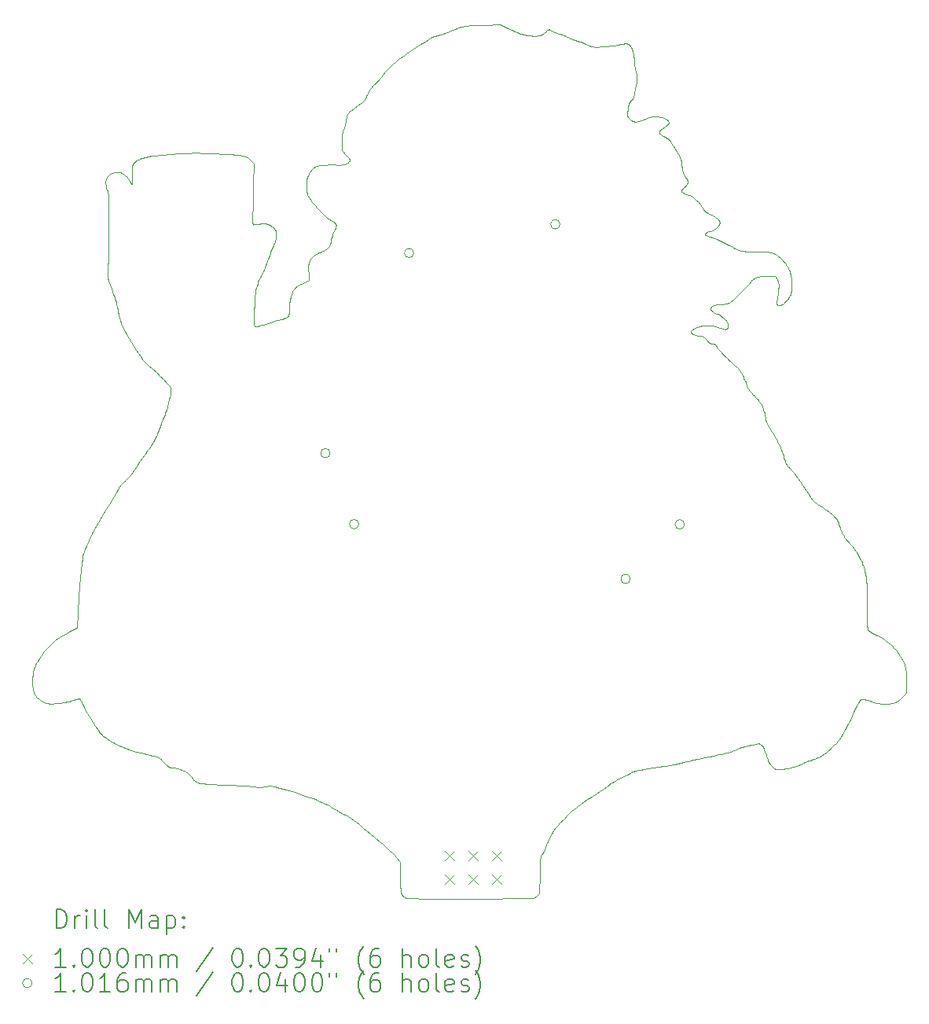
<source format=gbr>
%TF.GenerationSoftware,KiCad,Pcbnew,7.0.7*%
%TF.CreationDate,2024-03-11T11:43:00-07:00*%
%TF.ProjectId,DC32_Drear_Jeebus_SAO,44433332-5f44-4726-9561-725f4a656562,rev?*%
%TF.SameCoordinates,Original*%
%TF.FileFunction,Drillmap*%
%TF.FilePolarity,Positive*%
%FSLAX45Y45*%
G04 Gerber Fmt 4.5, Leading zero omitted, Abs format (unit mm)*
G04 Created by KiCad (PCBNEW 7.0.7) date 2024-03-11 11:43:00*
%MOMM*%
%LPD*%
G01*
G04 APERTURE LIST*
%ADD10C,0.100000*%
%ADD11C,0.200000*%
%ADD12C,0.101600*%
G04 APERTURE END LIST*
D10*
X10792823Y-12550773D02*
X10790926Y-12548115D01*
X18168881Y-7992646D02*
X18148645Y-7993387D01*
X17664768Y-7382662D02*
X17669988Y-7388851D01*
X13631138Y-6410320D02*
X13632929Y-6406327D01*
X18316632Y-8091902D02*
X18316476Y-8084472D01*
X16047032Y-5421389D02*
X16059448Y-5427195D01*
X15748552Y-14288219D02*
X15747572Y-14305118D01*
X17682444Y-7417791D02*
X17682251Y-7420653D01*
X10350152Y-12549691D02*
X10342517Y-12542844D01*
X13253257Y-7862902D02*
X13254510Y-7857187D01*
X15989303Y-5395202D02*
X16000045Y-5399454D01*
X13659095Y-6688850D02*
X13612397Y-6636912D01*
X18302010Y-8030203D02*
X18299029Y-8025239D01*
X11757234Y-13279225D02*
X11754853Y-13278134D01*
X17636239Y-7357826D02*
X17644432Y-7363971D01*
X11734644Y-9389955D02*
X11735506Y-9384343D01*
X13854148Y-6094454D02*
X13860310Y-6085511D01*
X12905112Y-7550513D02*
X12904709Y-7561045D01*
X19692226Y-12476494D02*
X19655042Y-12517651D01*
X12967135Y-8456558D02*
X12969658Y-8456088D01*
X17727125Y-8563364D02*
X17724408Y-8562693D01*
X19026612Y-10800611D02*
X19034382Y-10811611D01*
X19269577Y-11692411D02*
X19270852Y-11730361D01*
X17305225Y-6918828D02*
X17309286Y-6925195D01*
X17768179Y-8544177D02*
X17765878Y-8548185D01*
X16760719Y-6044230D02*
X16759313Y-6049634D01*
X18127836Y-9368380D02*
X18132303Y-9376591D01*
X14243446Y-14575187D02*
X14242716Y-14558891D01*
X13611699Y-13773425D02*
X13580931Y-13756270D01*
X12226201Y-13463410D02*
X12152244Y-13458201D01*
X13491167Y-7623646D02*
X13491468Y-7619228D01*
X11556522Y-8977187D02*
X11541741Y-8964429D01*
X13264746Y-7829287D02*
X13267652Y-7823404D01*
X17805770Y-13111265D02*
X17800014Y-13113371D01*
X17607220Y-8719659D02*
X17611184Y-8719927D01*
X13235021Y-7090404D02*
X13232195Y-7076183D01*
X11108746Y-6900939D02*
X11115789Y-6896101D01*
X19176114Y-12592046D02*
X19161918Y-12618926D01*
X18278493Y-13297255D02*
X18276342Y-13296043D01*
X10279693Y-12348186D02*
X10279865Y-12328213D01*
X10281751Y-12418059D02*
X10281065Y-12408633D01*
X14057636Y-5818150D02*
X14070453Y-5802585D01*
X17294273Y-6896135D02*
X17297719Y-6904297D01*
X16679316Y-5490161D02*
X16684202Y-5490747D01*
X17673426Y-8786009D02*
X17681877Y-8796122D01*
X17771274Y-8512053D02*
X17772172Y-8516996D01*
X17576189Y-8713104D02*
X17579781Y-8714923D01*
X13960739Y-5927841D02*
X13964523Y-5924802D01*
X13310927Y-6823870D02*
X13315189Y-6821020D01*
X17150285Y-6543726D02*
X17177546Y-6587350D01*
X17699573Y-13137483D02*
X17667296Y-13143691D01*
X11342169Y-6996562D02*
X11343577Y-6998300D01*
X17372074Y-8586843D02*
X17371078Y-8588727D01*
X19012901Y-10779221D02*
X19019466Y-10789835D01*
X16723992Y-6311069D02*
X16727218Y-6313549D01*
X13490201Y-7635484D02*
X13490732Y-7631558D01*
X19692226Y-12352663D02*
X19692226Y-12476494D01*
X16773192Y-5770699D02*
X16776189Y-5783019D01*
X13260767Y-8028866D02*
X13261231Y-8026086D01*
X10419298Y-12588332D02*
X10410121Y-12585285D01*
X13549580Y-7442595D02*
X13549160Y-7440082D01*
X14748581Y-5364575D02*
X14804161Y-5342569D01*
X11961590Y-13352314D02*
X11958361Y-13349377D01*
X17677929Y-7433565D02*
X17676054Y-7437075D01*
X16261684Y-5505290D02*
X16272956Y-5509808D01*
X15931807Y-5379354D02*
X15940430Y-5382443D01*
X11688566Y-9104943D02*
X11650175Y-9065996D01*
X11583066Y-13156584D02*
X11572318Y-13154478D01*
X16375454Y-5526122D02*
X16402000Y-5524736D01*
X17357627Y-7123469D02*
X17360299Y-7123766D01*
X12890298Y-7490522D02*
X12892398Y-7493738D01*
X18177790Y-9541930D02*
X18178447Y-9545626D01*
X17575276Y-7324497D02*
X17586625Y-7329441D01*
X17748167Y-8563905D02*
X17746735Y-8564355D01*
X16692753Y-6278282D02*
X16695111Y-6281640D01*
X10499632Y-12595235D02*
X10480322Y-12595361D01*
X11354848Y-6954249D02*
X11354509Y-6940388D01*
X17072510Y-13270165D02*
X17025274Y-13277632D01*
X17616449Y-8380190D02*
X17620123Y-8382447D01*
X11736050Y-9155978D02*
X11722161Y-9140540D01*
X13287880Y-7791262D02*
X13290413Y-7788310D01*
X11351089Y-6998244D02*
X11351832Y-6996476D01*
X18317703Y-13302614D02*
X18310922Y-13303002D01*
X12988274Y-8450033D02*
X12991719Y-8448576D01*
X13250583Y-7888297D02*
X13250919Y-7881443D01*
X11351006Y-6832123D02*
X11351507Y-6825095D01*
X11711859Y-9465016D02*
X11717980Y-9449236D01*
X17849266Y-8955384D02*
X17857118Y-8962736D01*
X16200756Y-5479885D02*
X16218076Y-5486954D01*
X17590866Y-8718488D02*
X17594752Y-8719103D01*
X17540112Y-7307458D02*
X17546003Y-7310864D01*
X17587289Y-7573691D02*
X17599467Y-7577644D01*
X18924976Y-10590399D02*
X18935040Y-10604055D01*
X18734934Y-13177744D02*
X18721927Y-13183215D01*
X18200544Y-13199456D02*
X18198326Y-13191799D01*
X11500563Y-6711687D02*
X11518324Y-6707728D01*
X17647700Y-8299446D02*
X17639052Y-8301182D01*
X16700806Y-6288648D02*
X16704163Y-6292359D01*
X17917361Y-8160468D02*
X17875143Y-8201254D01*
X12709390Y-8530734D02*
X12727094Y-8526558D01*
X19240262Y-12549191D02*
X19233606Y-12547599D01*
X11697864Y-9498953D02*
X11705104Y-9481725D01*
X19213758Y-12545121D02*
X19210231Y-12545428D01*
X13486045Y-7650934D02*
X13487385Y-7647114D01*
X13044578Y-8334550D02*
X13045144Y-8317396D01*
X17054140Y-6472727D02*
X17058810Y-6475653D01*
X18188686Y-13164065D02*
X18184824Y-13154198D01*
X17306353Y-7104673D02*
X17314166Y-7108476D01*
X19684013Y-12215473D02*
X19685609Y-12224241D01*
X18887476Y-10551453D02*
X18901336Y-10564256D01*
X11340031Y-13096902D02*
X11320848Y-13091343D01*
X19226508Y-11105458D02*
X19230820Y-11118183D01*
X18316385Y-8108762D02*
X18316598Y-8099975D01*
X11454620Y-9957445D02*
X11467194Y-9939356D01*
X11711180Y-13242775D02*
X11703224Y-13234736D01*
X15810656Y-5357896D02*
X15818262Y-5351894D01*
X10630632Y-12580754D02*
X10608224Y-12584666D01*
X17277928Y-6834648D02*
X17280136Y-6846382D01*
X18392311Y-7859286D02*
X18400307Y-7870095D01*
X12758748Y-7428090D02*
X12766653Y-7427808D01*
X14023800Y-14085759D02*
X13968594Y-14040012D01*
X13044018Y-8362047D02*
X13044578Y-8334550D01*
X17447525Y-8539586D02*
X17439137Y-8542622D01*
X19677915Y-12191006D02*
X19680176Y-12198948D01*
X11361479Y-6790150D02*
X11363918Y-6786199D01*
X17627606Y-8533009D02*
X17614004Y-8530466D01*
X11623797Y-13167855D02*
X11616932Y-13165238D01*
X18299387Y-8244630D02*
X18301897Y-8234112D01*
X17804156Y-8265328D02*
X17792500Y-8274468D01*
X11762896Y-9277582D02*
X11765216Y-9265882D01*
X18293594Y-8268789D02*
X18294079Y-8266317D01*
X17616549Y-8308114D02*
X17610266Y-8310975D01*
X17975676Y-9178106D02*
X17976109Y-9179748D01*
X18096233Y-9325478D02*
X18104135Y-9334844D01*
X17628688Y-7487020D02*
X17620381Y-7492767D01*
X17586543Y-8526828D02*
X17572740Y-8525736D01*
X12664159Y-6781398D02*
X12658512Y-6995556D01*
X13606592Y-6796160D02*
X13616623Y-6794643D01*
X17589808Y-8357203D02*
X17591231Y-8359196D01*
X12676136Y-8533099D02*
X12678750Y-8534342D01*
X13028125Y-8427228D02*
X13029822Y-8425715D01*
X17525469Y-7545782D02*
X17525715Y-7547298D01*
X14237166Y-14301830D02*
X14196915Y-14248517D01*
X14723337Y-5374630D02*
X14748581Y-5364575D01*
X15798885Y-14161310D02*
X15797818Y-14164668D01*
X10793210Y-11239579D02*
X10808623Y-11087417D01*
X17104254Y-13264600D02*
X17072510Y-13270165D01*
X17399786Y-8618958D02*
X17407607Y-8622480D01*
X11554300Y-9819861D02*
X11563683Y-9805286D01*
X13497936Y-7590828D02*
X13500670Y-7581628D01*
X13691996Y-6727971D02*
X13690418Y-6725701D01*
X13067203Y-8192917D02*
X13071900Y-8179814D01*
X17598777Y-8719459D02*
X17602968Y-8719574D01*
X13450937Y-7362572D02*
X13434078Y-7347894D01*
X13526914Y-7412095D02*
X13523511Y-7409748D01*
X14242069Y-14540297D02*
X14241481Y-14519212D01*
X13232683Y-6968364D02*
X13235612Y-6953075D01*
X10384899Y-12061214D02*
X10399440Y-12040905D01*
X12668799Y-8294878D02*
X12666321Y-8368751D01*
X13261218Y-8023109D02*
X13260829Y-8019860D01*
X19298405Y-12567617D02*
X19275210Y-12559722D01*
X18436678Y-7944059D02*
X18441264Y-7960799D01*
X11208269Y-10270410D02*
X11212418Y-10263990D01*
X17107962Y-6305202D02*
X17111694Y-6308162D01*
X16513054Y-5513991D02*
X16528359Y-5511801D01*
X17573948Y-7508491D02*
X17570980Y-7509121D01*
X19207964Y-11061820D02*
X19214982Y-11077109D01*
X11341253Y-10125226D02*
X11351421Y-10111627D01*
X17325037Y-7007973D02*
X17322626Y-7011025D01*
X19687005Y-12233471D02*
X19688210Y-12243255D01*
X17058753Y-6406698D02*
X17054088Y-6410219D01*
X12690251Y-8116922D02*
X12685309Y-8137752D01*
X19663152Y-12151441D02*
X19672657Y-12175293D01*
X16710958Y-5505989D02*
X16713759Y-5509533D01*
X12875699Y-7474657D02*
X12878749Y-7477553D01*
X17621587Y-8721995D02*
X17623136Y-8722547D01*
X17667296Y-13143691D02*
X17614895Y-13153861D01*
X11906225Y-13317162D02*
X11895228Y-13312221D01*
X11509638Y-13141173D02*
X11477872Y-13133661D01*
X10673471Y-11820259D02*
X10759316Y-11774643D01*
X17746735Y-8564355D02*
X17745238Y-8564709D01*
X18345555Y-7806850D02*
X18355514Y-7816819D01*
X18022040Y-13041872D02*
X18019280Y-13042056D01*
X17680486Y-8547970D02*
X17667552Y-8543515D01*
X17375899Y-8604158D02*
X17378053Y-8605991D01*
X10827760Y-10978269D02*
X10835568Y-10955782D01*
X17665925Y-7451748D02*
X17659544Y-7459230D01*
X16727547Y-6099765D02*
X16724597Y-6102685D01*
X11837943Y-13292341D02*
X11826866Y-13289636D01*
X13280772Y-7800752D02*
X13283072Y-7797474D01*
X18110898Y-13025820D02*
X18109412Y-13025172D01*
X19247120Y-11174126D02*
X19251252Y-11191025D01*
X18448833Y-7996806D02*
X18451769Y-8015634D01*
X11573212Y-8992203D02*
X11556522Y-8977187D01*
X17753139Y-7643999D02*
X17784261Y-7659977D01*
X11738029Y-9371582D02*
X11739612Y-9364821D01*
X11408312Y-10028100D02*
X11421009Y-10008151D01*
X13695161Y-6751748D02*
X13695989Y-6750395D01*
X17835904Y-8237685D02*
X17818812Y-8252882D01*
X12009300Y-13408421D02*
X12006281Y-13404547D01*
X15703394Y-5406802D02*
X15712686Y-5406530D01*
X18246696Y-7741029D02*
X18254056Y-7743769D01*
X11200451Y-10283463D02*
X11204272Y-10276911D01*
X13899990Y-6009980D02*
X13904238Y-6002051D01*
X11854509Y-6672077D02*
X11945233Y-6668431D01*
X12622572Y-6736397D02*
X12630477Y-6744645D01*
X11354593Y-6976528D02*
X11354877Y-6966292D01*
X11755793Y-9179921D02*
X11747409Y-9169252D01*
X15682312Y-14693372D02*
X15003352Y-14695367D01*
X17086120Y-6292318D02*
X17095800Y-6296964D01*
X13142623Y-8093317D02*
X13147886Y-8090274D01*
X10984180Y-12877381D02*
X10956771Y-12838219D01*
X17322097Y-7112048D02*
X17329978Y-7115304D01*
X18061746Y-8014947D02*
X18057786Y-8017107D01*
X10585718Y-12588014D02*
X10563361Y-12590773D01*
X10291717Y-12468404D02*
X10289664Y-12462355D01*
X12657618Y-7438764D02*
X12663054Y-7437916D01*
X14950212Y-5300629D02*
X14971476Y-5297858D01*
X12689313Y-8534348D02*
X12695045Y-8533521D01*
X18398377Y-10014630D02*
X18401715Y-10019783D01*
X11100308Y-7170342D02*
X11100462Y-7163445D01*
X11453094Y-6725669D02*
X11467944Y-6720658D01*
X15746680Y-14324779D02*
X15745846Y-14347469D01*
X16760048Y-5643604D02*
X16761878Y-5658330D01*
X17524853Y-7296361D02*
X17529600Y-7300262D01*
X16764188Y-6026339D02*
X16763152Y-6032593D01*
X12831688Y-13481209D02*
X12825543Y-13481499D01*
X18354422Y-8297577D02*
X18349193Y-8300402D01*
X18202560Y-7732462D02*
X18213117Y-7733586D01*
X19280675Y-11802595D02*
X19282397Y-11804509D01*
X12837894Y-13481202D02*
X12831688Y-13481209D01*
X16685479Y-6261674D02*
X16686364Y-6265076D01*
X17759805Y-8555647D02*
X17758499Y-8556926D01*
X17757221Y-8558117D02*
X17755959Y-8559219D01*
X18374601Y-9946287D02*
X18379883Y-9966184D01*
X17611184Y-8719927D02*
X17614883Y-8720394D01*
X19254805Y-11207825D02*
X19257823Y-11224989D01*
X18612396Y-10302197D02*
X18638239Y-10340582D01*
X19402806Y-11874456D02*
X19427653Y-11888983D01*
X16733955Y-6094083D02*
X16730621Y-6097035D01*
X13352855Y-6805041D02*
X13358034Y-6803879D01*
X15759334Y-14227097D02*
X15758120Y-14229742D01*
X15568476Y-5391812D02*
X15585399Y-5395888D01*
X18093403Y-13023929D02*
X18091520Y-13024294D01*
X13227643Y-8052856D02*
X13235592Y-8049000D01*
X16684860Y-6258170D02*
X16685479Y-6261674D01*
X11518324Y-6707728D02*
X11537048Y-6704123D01*
X17422790Y-8549637D02*
X17414989Y-8553514D01*
X17296616Y-7036838D02*
X17293235Y-7040194D01*
X14151680Y-14200006D02*
X14129459Y-14178716D01*
X16235360Y-5494223D02*
X16261684Y-5505290D01*
X19198534Y-12552396D02*
X19195776Y-12556732D01*
X10997025Y-12894605D02*
X10984180Y-12877381D01*
X11183588Y-8288452D02*
X11179503Y-8272480D01*
X17142592Y-6533747D02*
X17145588Y-6537228D01*
X16750035Y-6326016D02*
X16753409Y-6327118D01*
X17281265Y-7053483D02*
X17278752Y-7056655D01*
X11223513Y-8470940D02*
X11213262Y-8441271D01*
X19278990Y-11799548D02*
X19280675Y-11802595D01*
X17030378Y-6448345D02*
X17031395Y-6450981D01*
X13055532Y-8236077D02*
X13059002Y-8221105D01*
X18882590Y-13072839D02*
X18867468Y-13086693D01*
X18147830Y-13060118D02*
X18145869Y-13057519D01*
X13968594Y-14040012D02*
X13916497Y-13996358D01*
X18136395Y-9385056D02*
X18140216Y-9393937D01*
X15758120Y-14229742D02*
X15756985Y-14232606D01*
X19086884Y-12767155D02*
X19055205Y-12830943D01*
X11601552Y-13160707D02*
X11592765Y-13158634D01*
X18162884Y-13100909D02*
X18160482Y-13093680D01*
X18136776Y-13046996D02*
X18134256Y-13044428D01*
X13523511Y-7409748D02*
X13519852Y-7407370D01*
X18546905Y-10204835D02*
X18576117Y-10248009D01*
X16566486Y-13419099D02*
X16542872Y-13432943D01*
X17031395Y-6450981D02*
X17032817Y-6453615D01*
X18478472Y-10110850D02*
X18486542Y-10120887D01*
X12584571Y-13481205D02*
X12558619Y-13478902D01*
X11619996Y-9699764D02*
X11626485Y-9684591D01*
X19217808Y-12545176D02*
X19213758Y-12545121D01*
X18315273Y-7779960D02*
X18325346Y-7788329D01*
X11164647Y-6876014D02*
X11173349Y-6874311D01*
X11439221Y-6731026D02*
X11453094Y-6725669D01*
X19639860Y-12104678D02*
X19652201Y-12127883D01*
X11353163Y-6812980D02*
X11354334Y-6807728D01*
X16059448Y-5427195D02*
X16071896Y-5432745D01*
X12051587Y-13441951D02*
X12047281Y-13439762D01*
X17378438Y-8578826D02*
X17374799Y-8582919D01*
X16789739Y-5864639D02*
X16789015Y-5872191D01*
X17534193Y-7529659D02*
X17530783Y-7533434D01*
X18296566Y-8295266D02*
X18295779Y-8294221D01*
X17103944Y-6302149D02*
X17107962Y-6305202D01*
X17763280Y-8287192D02*
X17757993Y-8288483D01*
X16782712Y-6330144D02*
X16786764Y-6329823D01*
X12003452Y-13400575D02*
X12000920Y-13396948D01*
X16326744Y-5525011D02*
X16335270Y-5525903D01*
X11926802Y-13327662D02*
X11916790Y-13322324D01*
X11268445Y-6900259D02*
X11276309Y-6906624D01*
X16122099Y-5451478D02*
X16129879Y-5453668D01*
X11179503Y-8272480D02*
X11174814Y-8255601D01*
X18309125Y-8044619D02*
X18307047Y-8039822D01*
X19008518Y-12920580D02*
X18999159Y-12936937D01*
X13283072Y-7797474D02*
X13285437Y-7794314D01*
X11072575Y-6950470D02*
X11075808Y-6941769D01*
X17111694Y-6308162D02*
X17115140Y-6311036D01*
X17139213Y-6530148D02*
X17142592Y-6533747D01*
X11095510Y-7456178D02*
X11097052Y-7279938D01*
X11090064Y-7091511D02*
X11087983Y-7085053D01*
X15317836Y-5284867D02*
X15396787Y-5324278D01*
X11174814Y-8255601D02*
X11169672Y-8238331D01*
X12910489Y-13494777D02*
X12890163Y-13489534D01*
X16716554Y-5513479D02*
X16722096Y-5522493D01*
X12780690Y-7427849D02*
X12786962Y-7428197D01*
X17314166Y-7108476D02*
X17322097Y-7112048D01*
X16699149Y-6154568D02*
X16698317Y-6159375D01*
X12770265Y-8514617D02*
X12794574Y-8507144D01*
X10563361Y-12590773D02*
X10541397Y-12592914D01*
X12729316Y-8012599D02*
X12719314Y-8034771D01*
X13519852Y-7407370D02*
X13511751Y-7402490D01*
X12725725Y-13493153D02*
X12716522Y-13492964D01*
X19265405Y-11306581D02*
X19266393Y-11332536D01*
X19267105Y-11361642D02*
X19267872Y-11431168D01*
X16495883Y-5516169D02*
X16513054Y-5513991D01*
X13459984Y-6793489D02*
X13467198Y-6791680D01*
X13696688Y-6749054D02*
X13697253Y-6747714D01*
X10790926Y-12548115D02*
X10789250Y-12545991D01*
X18965012Y-12987681D02*
X18956303Y-12998284D01*
X17736411Y-8564988D02*
X17734306Y-8564739D01*
X11610540Y-9027238D02*
X11573212Y-8992203D01*
X11733957Y-9396869D02*
X11734099Y-9394797D01*
X15665907Y-5406669D02*
X15681407Y-5406969D01*
X16719080Y-6109064D02*
X16716521Y-6112509D01*
X14994316Y-5295613D02*
X15019222Y-5293802D01*
X18999159Y-12936937D02*
X18990328Y-12951508D01*
X12134338Y-6668354D02*
X12236100Y-6671833D01*
X17300116Y-7033517D02*
X17296616Y-7036838D01*
X13999993Y-5889246D02*
X14011706Y-5875948D01*
X18271975Y-13293215D02*
X18267435Y-13289816D01*
X13443449Y-7703096D02*
X13451439Y-7696836D01*
X17606718Y-8373623D02*
X17609749Y-8375780D01*
X18523220Y-13260894D02*
X18515385Y-13264189D01*
X13697681Y-6746366D02*
X13697966Y-6744999D01*
X17086785Y-6490964D02*
X17092061Y-6493974D01*
X11353864Y-6924702D02*
X11352914Y-6907182D01*
X11373160Y-6774206D02*
X11376744Y-6770376D01*
X12888569Y-7488205D02*
X12890298Y-7490522D01*
X11318470Y-8665198D02*
X11295274Y-8622978D01*
X19006878Y-10768704D02*
X19012901Y-10779221D01*
X17407544Y-8557573D02*
X17400534Y-8561762D01*
X17274975Y-7085188D02*
X17279664Y-7088864D01*
X17609749Y-8375780D02*
X17612992Y-8377969D01*
X11512132Y-8941945D02*
X11503833Y-8934691D01*
X17781036Y-8281343D02*
X17777194Y-8282892D01*
X11091588Y-7914283D02*
X11093648Y-7873805D01*
X18414237Y-7891304D02*
X18419992Y-7901522D01*
X14890953Y-5313033D02*
X14910442Y-5308124D01*
X13230463Y-6983897D02*
X13232683Y-6968364D01*
X12667374Y-7437001D02*
X12673875Y-7435964D01*
X13037483Y-8415040D02*
X13038392Y-8412830D01*
X15951395Y-5385630D02*
X15954388Y-5386255D01*
X19688210Y-12243255D02*
X19689235Y-12253687D01*
X18996291Y-10747712D02*
X19001355Y-10758222D01*
X17565032Y-7510841D02*
X17559150Y-7513105D01*
X18087501Y-13025270D02*
X18083095Y-13026566D01*
X19282397Y-11804509D02*
X19284925Y-11806794D01*
X18811853Y-13132460D02*
X18798799Y-13141743D01*
X17387465Y-7137231D02*
X17395982Y-7144038D01*
X11300530Y-13084583D02*
X11279314Y-13076746D01*
X11326596Y-6965296D02*
X11329913Y-6972330D01*
X11529312Y-8954369D02*
X11519679Y-8947452D01*
X18304679Y-8035040D02*
X18302010Y-8030203D01*
X10674174Y-12571349D02*
X10652698Y-12576306D01*
X11752737Y-9318607D02*
X11760047Y-9290229D01*
X11431145Y-9992386D02*
X11442476Y-9975303D01*
X11112813Y-8083066D02*
X11106312Y-8064708D01*
X11895228Y-13312221D02*
X11883917Y-13307543D01*
X11264388Y-10205425D02*
X11271813Y-10200030D01*
X17690695Y-8551678D02*
X17680486Y-8547970D01*
X13492308Y-7392061D02*
X13480379Y-7385007D01*
X17547980Y-7518930D02*
X17542890Y-7522324D01*
X16740064Y-6087729D02*
X16737101Y-6090985D01*
X19187555Y-12571018D02*
X19176114Y-12592046D01*
X17434221Y-7180038D02*
X17443965Y-7190379D01*
X11363918Y-6786199D02*
X11366746Y-6782118D01*
X17991574Y-9206809D02*
X17996364Y-9213329D01*
X17561636Y-8702211D02*
X17565355Y-8705511D01*
X17474901Y-8638778D02*
X17479937Y-8638871D01*
X16707703Y-6127818D02*
X16705873Y-6131991D01*
X17751949Y-8868454D02*
X17766537Y-8882123D01*
X11768295Y-9245078D02*
X11769068Y-9235852D01*
X18025824Y-8042443D02*
X18025224Y-8044414D01*
X15747572Y-14305118D02*
X15746680Y-14324779D01*
X17742006Y-8565122D02*
X17740251Y-8565179D01*
X11095179Y-7647421D02*
X11095510Y-7456178D01*
X18044765Y-9269875D02*
X18053598Y-9279237D01*
X19328240Y-11834857D02*
X19343667Y-11843491D01*
X17686196Y-7612345D02*
X17719885Y-7627855D01*
X19561473Y-12585248D02*
X19555655Y-12587100D01*
X17332861Y-6956496D02*
X17334173Y-6959326D01*
X11958361Y-13349377D02*
X11955263Y-13346696D01*
X17336046Y-6987461D02*
X17335099Y-6990320D01*
X17007340Y-6276418D02*
X17021899Y-6277582D01*
X18181040Y-9554586D02*
X18182935Y-9559768D01*
X13393880Y-7730044D02*
X13405021Y-7725295D01*
X16153228Y-5461627D02*
X16167868Y-5467046D01*
X18785937Y-13150265D02*
X18773193Y-13158075D01*
X10825637Y-12611585D02*
X10819614Y-12599023D01*
X17588968Y-8329069D02*
X17586881Y-8333395D01*
X17857118Y-8962736D02*
X17864503Y-8969994D01*
X12890163Y-13489534D02*
X12881154Y-13487406D01*
X17614004Y-8530466D02*
X17600307Y-8528405D01*
X17772172Y-8516996D02*
X17772636Y-8521840D01*
X14294770Y-14683960D02*
X14292152Y-14682281D01*
X18708669Y-13188229D02*
X18695087Y-13192835D01*
X17597556Y-7334680D02*
X17608027Y-7340176D01*
X13487385Y-7647114D02*
X13488526Y-7643264D01*
X18721927Y-13183215D02*
X18708669Y-13188229D01*
X13612397Y-6636912D02*
X13612397Y-6541558D01*
X15772661Y-14209350D02*
X15770384Y-14211901D01*
X17765878Y-8548185D02*
X17763090Y-8552012D01*
X10845684Y-10929887D02*
X10857923Y-10900945D01*
X18716696Y-10435268D02*
X18725153Y-10441741D01*
X15786035Y-14190034D02*
X15783916Y-14193592D01*
X17704308Y-8429118D02*
X17717549Y-8439061D01*
X17478526Y-7232009D02*
X17485203Y-7241632D01*
X12696041Y-8096594D02*
X12690251Y-8116922D01*
X17374035Y-8602351D02*
X17375899Y-8604158D01*
X19267872Y-11431168D02*
X19268051Y-11518875D01*
X17740801Y-8291813D02*
X17734773Y-8292716D01*
X12803651Y-7430708D02*
X12808741Y-7432076D01*
X15883100Y-5356450D02*
X15892720Y-5361522D01*
X11335683Y-6985290D02*
X11337433Y-6988754D01*
X17681266Y-7409609D02*
X17681917Y-7412397D01*
X11087983Y-7085053D02*
X11085708Y-7078563D01*
X17630963Y-8303211D02*
X17623455Y-8305524D01*
X19588835Y-12573295D02*
X19583555Y-12576061D01*
X17497313Y-8641529D02*
X17499262Y-8642173D01*
X17585273Y-8339433D02*
X17585071Y-8341421D01*
X11398427Y-6752490D02*
X11403512Y-6749167D01*
X19599188Y-12567168D02*
X19594042Y-12570332D01*
X11095241Y-7836484D02*
X11096210Y-7806468D01*
X12564288Y-6702259D02*
X12576642Y-6706439D01*
X17746709Y-8290801D02*
X17740801Y-8291813D01*
X10773507Y-12542836D02*
X10770195Y-12543306D01*
X17380480Y-8607845D02*
X17386082Y-8611580D01*
X11759605Y-13280193D02*
X11757234Y-13279225D01*
X18300515Y-8299268D02*
X18299406Y-8298281D01*
X10608224Y-12584666D02*
X10585718Y-12588014D01*
X17591807Y-8324969D02*
X17588968Y-8329069D01*
X13315189Y-6821020D02*
X13319547Y-6818362D01*
X17797901Y-8910530D02*
X17814608Y-8925197D01*
X17728670Y-8293502D02*
X17722537Y-8294164D01*
X11079780Y-6933548D02*
X11084490Y-6925806D01*
X18338989Y-8304751D02*
X18334051Y-8306241D01*
X11087313Y-12978447D02*
X11070228Y-12966737D01*
X13872305Y-6065254D02*
X13878441Y-6053614D01*
X10573097Y-11878668D02*
X10595885Y-11864280D01*
X13666829Y-6697486D02*
X13659095Y-6688850D01*
X16731474Y-13334423D02*
X16717103Y-13340877D01*
X15728521Y-5405407D02*
X15735326Y-5404472D01*
X10282842Y-12276666D02*
X10284924Y-12261487D01*
X12667340Y-8516652D02*
X12668569Y-8521837D01*
X18117016Y-13029437D02*
X18115446Y-13028375D01*
X17045977Y-6416918D02*
X17042530Y-6420112D01*
X17450787Y-8636038D02*
X17459255Y-8637521D01*
X10401043Y-12581683D02*
X10392091Y-12577548D01*
X12881154Y-13487406D02*
X12872801Y-13485601D01*
X13660754Y-6290483D02*
X13663747Y-6279400D01*
X13180896Y-8073679D02*
X13207463Y-8062040D01*
X15791860Y-14179039D02*
X15790022Y-14182729D01*
X11396076Y-10046942D02*
X11408312Y-10028100D01*
X18456904Y-8072786D02*
X18457313Y-8091329D01*
X18028980Y-8037253D02*
X18027630Y-8038788D01*
X16761997Y-6038554D02*
X16760719Y-6044230D01*
X18838834Y-13111404D02*
X18825174Y-13122364D01*
X13488117Y-6788242D02*
X13492830Y-6787989D01*
X13290987Y-6841042D02*
X13294798Y-6837214D01*
X18675436Y-13199256D02*
X18657256Y-13205484D01*
X18157518Y-13082473D02*
X18157219Y-13080516D01*
X17464331Y-8534703D02*
X17455950Y-8536929D01*
X17049830Y-6413623D02*
X17045977Y-6416918D01*
X17586672Y-8351274D02*
X17587531Y-8353244D01*
X11787826Y-13284503D02*
X11782107Y-13284398D01*
X17453439Y-7200917D02*
X17462472Y-7211481D01*
X19314256Y-11826631D02*
X19328240Y-11834857D01*
X17768272Y-8285825D02*
X17763280Y-8287192D01*
X15795148Y-14171720D02*
X15793573Y-14175360D01*
X12152244Y-13458201D02*
X12121307Y-13455401D01*
X18292565Y-8275409D02*
X18292837Y-8273328D01*
X17379710Y-7131639D02*
X17387465Y-7137231D01*
X13323559Y-7233533D02*
X13306625Y-7213370D01*
X18747765Y-13171764D02*
X18734934Y-13177744D01*
X15818050Y-14108451D02*
X15813065Y-14120387D01*
X11084490Y-6925806D02*
X11089939Y-6918539D01*
X17102588Y-6500552D02*
X17107770Y-6504063D01*
X18237751Y-13261856D02*
X18234011Y-13257684D01*
X13302682Y-6830151D02*
X13306758Y-6826913D01*
X19114900Y-10908091D02*
X19124620Y-10921013D01*
X16779401Y-5793676D02*
X16781787Y-5800879D01*
X13290413Y-7788310D02*
X13293048Y-7785448D01*
X13304857Y-7774721D02*
X13308189Y-7772174D01*
X18190776Y-9577617D02*
X18194040Y-9584195D01*
X13983303Y-5907061D02*
X13988691Y-5901472D01*
X12742917Y-13493008D02*
X12734516Y-13493168D01*
X18361463Y-9904716D02*
X18368450Y-9925774D01*
X19690090Y-12264859D02*
X19690786Y-12276865D01*
X17549790Y-8689766D02*
X17553880Y-8694356D01*
X18151089Y-9424692D02*
X18154864Y-9436853D01*
X13684485Y-6717979D02*
X13682094Y-6715066D01*
X17320004Y-7014117D02*
X17317171Y-7017249D01*
X15818262Y-5351894D02*
X15825088Y-5346657D01*
X13062899Y-8206700D02*
X13067203Y-8192917D01*
X13041692Y-8398855D02*
X13042142Y-8395352D01*
X17301369Y-6911862D02*
X17305225Y-6918828D01*
X17531052Y-7553061D02*
X17532966Y-7553973D01*
X19427653Y-11888983D02*
X19451753Y-11904548D01*
X11563683Y-9805286D02*
X11572767Y-9790519D01*
X15755925Y-14235724D02*
X15754935Y-14239128D01*
X17132132Y-6331847D02*
X17132906Y-6334291D01*
X16752306Y-6068732D02*
X16750184Y-6072929D01*
X18001719Y-9220285D02*
X18007623Y-9227652D01*
X13094270Y-8135363D02*
X13100675Y-8126528D01*
X17364777Y-7124101D02*
X17367169Y-7124788D01*
X19578190Y-12578634D02*
X19572729Y-12581020D01*
X16768108Y-5742826D02*
X16770477Y-5757155D01*
X16659651Y-5490538D02*
X16667207Y-5490043D01*
X11441664Y-8860246D02*
X11417685Y-8826130D01*
X17772658Y-8526575D02*
X17772232Y-8531187D01*
X13465361Y-7683593D02*
X13471260Y-7676646D01*
X13939504Y-5948928D02*
X13943878Y-5943854D01*
X17566975Y-7320977D02*
X17575276Y-7324497D01*
X18117359Y-9352074D02*
X18122889Y-9360262D01*
X12597374Y-6716419D02*
X12606290Y-6722348D01*
X17883047Y-7712778D02*
X17894307Y-7716147D01*
X16110788Y-13733666D02*
X16088002Y-13753606D01*
X12861899Y-7462812D02*
X12869066Y-7468742D01*
X13470978Y-6790701D02*
X13474976Y-6789868D01*
X16757881Y-13323936D02*
X16744946Y-13328814D01*
X11655290Y-13187614D02*
X11648916Y-13182508D01*
X18365257Y-7827138D02*
X18374697Y-7837717D01*
X17534665Y-7303942D02*
X17540112Y-7307458D01*
X16695111Y-6281640D02*
X16697792Y-6285085D01*
X17996364Y-9213329D02*
X18001719Y-9220285D01*
X10291205Y-12232716D02*
X10295566Y-12218653D01*
X10446076Y-12593407D02*
X10431631Y-12591273D01*
X12995196Y-8447017D02*
X12998677Y-8445365D01*
X18034987Y-8031913D02*
X18032679Y-8033801D01*
X17671478Y-7444319D02*
X17665925Y-7451748D01*
X11860836Y-13299153D02*
X11849306Y-13295528D01*
X17701682Y-8818153D02*
X17712968Y-8830001D01*
X17814608Y-8925197D02*
X17831954Y-8940126D01*
X17081548Y-6488180D02*
X17086785Y-6490964D01*
X15738310Y-14637418D02*
X15710311Y-14665395D01*
X19577660Y-12016519D02*
X19595028Y-12037745D01*
X18314756Y-8065347D02*
X18313728Y-8059794D01*
X18515385Y-13264189D02*
X18506953Y-13267393D01*
X17508636Y-8646655D02*
X17510474Y-8647827D01*
X13042879Y-8387493D02*
X13043175Y-8383102D01*
X15823411Y-14096216D02*
X15818050Y-14108451D01*
X18179537Y-9549858D02*
X18181040Y-9554586D01*
X11276309Y-6906624D02*
X11284039Y-6913402D01*
X17459255Y-8637521D02*
X17467340Y-8638454D01*
X13697253Y-6747714D02*
X13697681Y-6746366D01*
X18108499Y-7997974D02*
X18101789Y-7999436D01*
X13635949Y-6790043D02*
X13645119Y-6786990D01*
X17646853Y-8396873D02*
X17657607Y-8402074D01*
X19164201Y-10980947D02*
X19173786Y-10997152D01*
X16212394Y-13655175D02*
X16192324Y-13669333D01*
X16615541Y-5496544D02*
X16640706Y-5492708D01*
X10315380Y-12511964D02*
X10309580Y-12503487D01*
X18990328Y-12951508D02*
X18981826Y-12964611D01*
X17442076Y-8634066D02*
X17450787Y-8636038D01*
X11630291Y-13170811D02*
X11623797Y-13167855D01*
X11212418Y-10263990D02*
X11216691Y-10257687D01*
X13952462Y-5934954D02*
X13956645Y-5931164D01*
X18639550Y-13211912D02*
X18621321Y-13218937D01*
X18456041Y-8126337D02*
X18454311Y-8142364D01*
X17042530Y-6420112D02*
X17039488Y-6423214D01*
X13565497Y-6796654D02*
X13575791Y-6797397D01*
X18282798Y-13299296D02*
X18280641Y-13298337D01*
X18113908Y-13027420D02*
X18112394Y-13026568D01*
X16783589Y-13315926D02*
X16770642Y-13319678D01*
X19692016Y-12318818D02*
X19692226Y-12352663D01*
X17566295Y-13163899D02*
X17521486Y-13173808D01*
X15750261Y-14267459D02*
X15749654Y-14273812D01*
X17624292Y-7586438D02*
X17653767Y-7598273D01*
X17852557Y-7699699D02*
X17862336Y-7704582D01*
X12854407Y-7457048D02*
X12861899Y-7462812D01*
X12879662Y-7650081D02*
X12873889Y-7662119D01*
X15774949Y-14206562D02*
X15772661Y-14209350D01*
X10779279Y-12542371D02*
X10776544Y-12542523D01*
X18050371Y-13036792D02*
X18042649Y-13038577D01*
X11273693Y-8581616D02*
X11254215Y-8541938D01*
X18430678Y-10057173D02*
X18435301Y-10062231D01*
X17336888Y-6967760D02*
X17337385Y-6970561D01*
X10299350Y-12485783D02*
X10296549Y-12480042D01*
X11190710Y-6872465D02*
X11199253Y-6872353D01*
X12894335Y-7497152D02*
X12896110Y-7500756D01*
X11312887Y-10160163D02*
X11322001Y-10149475D01*
X19353690Y-12584782D02*
X19343532Y-12582028D01*
X11598051Y-9745403D02*
X11605761Y-9730203D01*
X11129818Y-10404537D02*
X11156114Y-10361011D01*
X12786422Y-13488372D02*
X12779878Y-13489583D01*
X16811492Y-13309489D02*
X16797085Y-13312567D01*
X17424379Y-7170063D02*
X17434221Y-7180038D01*
X18295947Y-8258016D02*
X18297533Y-8251676D01*
X13750584Y-6179393D02*
X13781019Y-6159138D01*
X17976109Y-9179748D02*
X17976711Y-9181536D01*
X14850307Y-5325635D02*
X14871072Y-5318839D01*
X16382849Y-13544206D02*
X16363382Y-13556689D01*
X17253010Y-13234690D02*
X17234712Y-13238602D01*
X13692703Y-6225982D02*
X13699964Y-6218326D01*
X17529600Y-7300262D02*
X17534665Y-7303942D01*
X16776189Y-5783019D02*
X16777772Y-5788583D01*
X12692142Y-7433670D02*
X12703271Y-7432484D01*
X15959179Y-5386771D02*
X15961412Y-5386919D01*
X13105804Y-13550715D02*
X13012395Y-13523000D01*
X11257440Y-13067958D02*
X11235146Y-13058344D01*
X11768394Y-9212149D02*
X11767194Y-9205370D01*
X18335798Y-9838962D02*
X18345105Y-9861240D01*
X17329978Y-7115304D02*
X17337640Y-7118160D01*
X15859611Y-14021160D02*
X15846853Y-14047501D01*
X19154395Y-10965063D02*
X19164201Y-10980947D01*
X16950282Y-6278113D02*
X16963956Y-6276713D01*
X18065713Y-13032486D02*
X18058136Y-13034745D01*
X18052318Y-7729560D02*
X18079181Y-7729680D01*
X16528359Y-5511801D02*
X16541225Y-5509663D01*
X16763412Y-5686465D02*
X16763738Y-5699533D01*
X10551649Y-11893082D02*
X10573097Y-11878668D01*
X18195541Y-13183155D02*
X18192293Y-13173814D01*
X17029562Y-6443039D02*
X17029767Y-6445701D01*
X15857884Y-5343690D02*
X15865468Y-5347431D01*
X19202267Y-12548421D02*
X19200311Y-12550079D01*
X17329629Y-6950791D02*
X17331346Y-6953652D01*
X13978148Y-5912237D02*
X13983303Y-5907061D01*
X18292295Y-8284190D02*
X18292202Y-8282628D01*
X17576895Y-7508028D02*
X17573948Y-7508491D01*
X17274132Y-6809400D02*
X17275927Y-6822320D01*
X11352223Y-6818742D02*
X11353163Y-6812980D01*
X11350264Y-6999569D02*
X11351089Y-6998244D01*
X12825543Y-13481499D02*
X12819372Y-13482065D01*
X16845011Y-6315088D02*
X16856269Y-6311070D01*
X13546644Y-7432826D02*
X13545375Y-7430480D01*
X15835627Y-5339063D02*
X15838955Y-5336995D01*
X18677191Y-10394596D02*
X18685316Y-10404478D01*
X10835750Y-12632531D02*
X10825637Y-12611585D01*
X17680364Y-7406768D02*
X17681266Y-7409609D01*
X16751000Y-5598872D02*
X16754551Y-5613702D01*
X10374670Y-12567773D02*
X10366255Y-12562179D01*
X18292706Y-8287069D02*
X18292463Y-8285668D01*
X13268454Y-13605102D02*
X13191047Y-13578041D01*
X13071900Y-8179814D02*
X13076972Y-8167450D01*
X11661974Y-13193455D02*
X11655290Y-13187614D01*
X12006281Y-13404547D02*
X12003452Y-13400575D01*
X11736647Y-9378154D02*
X11738029Y-9371582D01*
X17283418Y-13227671D02*
X17268722Y-13231156D01*
X19475052Y-11921093D02*
X19497497Y-11938560D01*
X11372921Y-10081381D02*
X11384284Y-10064696D01*
X12534255Y-6695208D02*
X12550249Y-6698537D01*
X11096835Y-8034560D02*
X11093649Y-8021831D01*
X13873373Y-13959743D02*
X13845086Y-13935108D01*
X17976711Y-9181536D02*
X17978415Y-9185537D01*
X10785394Y-12542936D02*
X10784613Y-12542732D01*
X13295797Y-7782667D02*
X13298674Y-7779959D01*
X11767014Y-9255068D02*
X11768295Y-9245078D01*
X13298695Y-6833584D02*
X13302682Y-6830151D01*
X15840051Y-5336457D02*
X15840734Y-5336274D01*
X17628918Y-8725423D02*
X17630274Y-8726320D01*
X13695989Y-6750395D02*
X13696688Y-6749054D01*
X11883917Y-13307543D02*
X11872413Y-13303173D01*
X11477872Y-13133661D02*
X11451125Y-13126788D01*
X11357399Y-6798418D02*
X11359309Y-6794196D01*
X13698092Y-6742166D02*
X13697923Y-6740679D01*
X17132140Y-6346515D02*
X17131047Y-6349014D01*
X13491054Y-7627611D02*
X13491167Y-7623646D01*
X18329249Y-8307252D02*
X18324600Y-8307765D01*
X13613303Y-6495504D02*
X13614494Y-6476740D01*
X13040598Y-8405100D02*
X13041179Y-8402099D01*
X15779500Y-14200385D02*
X15777234Y-14203564D01*
X15961412Y-5386919D02*
X15964161Y-5387356D01*
X12719314Y-8034771D02*
X12710490Y-8055904D01*
X12904709Y-7561045D02*
X12903689Y-7571865D01*
X17499515Y-7265240D02*
X17503679Y-7271621D01*
X13332315Y-7757318D02*
X13342229Y-7752309D01*
X17370341Y-8590549D02*
X17369872Y-8592304D01*
X11503684Y-9889146D02*
X11514161Y-9875573D01*
X17585644Y-8337435D02*
X17585273Y-8339433D01*
X18162090Y-7730407D02*
X18190687Y-7731577D01*
X11182056Y-6873123D02*
X11190710Y-6872465D01*
X13845086Y-13935108D02*
X13822280Y-13915536D01*
X13663747Y-6279400D02*
X13667156Y-6269106D01*
X18160482Y-13093680D02*
X18158666Y-13087458D01*
X17579810Y-7507743D02*
X17576895Y-7508028D01*
X11747548Y-13274059D02*
X11745027Y-13272413D01*
X11260540Y-6894391D02*
X11268445Y-6900259D01*
X12931218Y-8464149D02*
X12945853Y-8460270D01*
X12650100Y-7388243D02*
X12651197Y-7419325D01*
X16708158Y-5502869D02*
X16710958Y-5505989D01*
X17760901Y-13124389D02*
X17750631Y-13126786D01*
X11769110Y-9219449D02*
X11768394Y-9212149D01*
X18027755Y-7729240D02*
X18052318Y-7729560D01*
X14828168Y-5333514D02*
X14850307Y-5325635D01*
X17636906Y-7480659D02*
X17628688Y-7487020D01*
X13532967Y-7416717D02*
X13530064Y-7414416D01*
X12670399Y-8262936D02*
X12668799Y-8294878D01*
X18109412Y-13025172D02*
X18107928Y-13024625D01*
X13697593Y-6739131D02*
X13697099Y-6737511D01*
X15533558Y-5381667D02*
X15551206Y-5387075D01*
X10284924Y-12261487D02*
X10287685Y-12246916D01*
X19675412Y-12183151D02*
X19677915Y-12191006D01*
X11467944Y-6720658D02*
X11483768Y-6715997D01*
X17676054Y-7437075D02*
X17673897Y-7440665D01*
X13123635Y-8105432D02*
X13127997Y-8102458D01*
X10287839Y-12456052D02*
X10286231Y-12449418D01*
X13228161Y-7015264D02*
X13228955Y-6999566D01*
X18131032Y-7994715D02*
X18123062Y-7995623D01*
X18293421Y-8289665D02*
X18293025Y-8288399D01*
X18104135Y-9334844D02*
X18111143Y-9343655D01*
X17707943Y-8557699D02*
X17699820Y-8554919D01*
X17106662Y-6374052D02*
X17102302Y-6377256D01*
X14245792Y-14607149D02*
X14245251Y-14601664D01*
X16789015Y-5872191D02*
X16788027Y-5880322D01*
X19292202Y-11812360D02*
X19296853Y-11815580D01*
X17407607Y-8622480D02*
X17415887Y-8625812D01*
X19495503Y-12596771D02*
X19479724Y-12597421D01*
X12773082Y-13490619D02*
X12766011Y-13491479D01*
X13474976Y-6789868D02*
X13479175Y-6789181D01*
X18815104Y-10498364D02*
X18836021Y-10512234D01*
X17129673Y-6326901D02*
X17131054Y-6329387D01*
X13353244Y-7747151D02*
X13365458Y-7741769D01*
X16766152Y-5728153D02*
X16768108Y-5742826D01*
X13119592Y-8108332D02*
X13123635Y-8105432D01*
X11361972Y-10097019D02*
X11372921Y-10081381D01*
X17570980Y-7509121D02*
X17568004Y-7509908D01*
X11158623Y-8204690D02*
X11153015Y-8189355D01*
X17600307Y-8528405D02*
X17586543Y-8526828D01*
X12675120Y-13490469D02*
X12651345Y-13488181D01*
X19055205Y-12830943D02*
X19029613Y-12881238D01*
X11572767Y-9790519D02*
X11581535Y-9775594D01*
X11101021Y-8048696D02*
X11096835Y-8034560D01*
X18448551Y-8170368D02*
X18446079Y-8178146D01*
X10928103Y-12794397D02*
X10899416Y-12747870D01*
X12781863Y-7901228D02*
X12771961Y-7923800D01*
X18036378Y-9260789D02*
X18044765Y-9269875D01*
X17285315Y-7092735D02*
X17291759Y-7096718D01*
X17602968Y-8719574D02*
X17607220Y-8719659D01*
X16713759Y-5509533D02*
X16716554Y-5513479D01*
X13542167Y-7425858D02*
X13540220Y-7423570D01*
X12886524Y-7485727D02*
X12888569Y-7488205D01*
X18419992Y-7901522D02*
X18426019Y-7914201D01*
X17641083Y-8536033D02*
X17627606Y-8533009D01*
X13538041Y-7421288D02*
X13535624Y-7419006D01*
X18217176Y-13235906D02*
X18214337Y-13231597D01*
X10754760Y-12546641D02*
X10750493Y-12547813D01*
X16702592Y-5497989D02*
X16705367Y-5500195D01*
X16699839Y-5496271D02*
X16702592Y-5497989D01*
X17184076Y-13248873D02*
X17104254Y-13264600D01*
X13492336Y-7613621D02*
X13493729Y-7606941D01*
X13697966Y-6744999D02*
X13698105Y-6743603D01*
X18156985Y-13077496D02*
X18156822Y-13076688D01*
X10786644Y-12543482D02*
X10786072Y-12543186D01*
X19401589Y-12594160D02*
X19392138Y-12592823D01*
X12019381Y-13419368D02*
X12015863Y-13415841D01*
X17980770Y-9190088D02*
X17983760Y-9195166D01*
X11096395Y-7787904D02*
X11095179Y-7647421D01*
X17604630Y-8314098D02*
X17599660Y-8317476D01*
X13247906Y-7128918D02*
X13242873Y-7116879D01*
X13259309Y-8011123D02*
X13258330Y-8003678D01*
X12810096Y-7831353D02*
X12801224Y-7854293D01*
X10356409Y-12104159D02*
X10370400Y-12082675D01*
X17112850Y-6507686D02*
X17117792Y-6511390D01*
X16788374Y-5826367D02*
X16789298Y-5832363D01*
X17369872Y-8592304D02*
X17369681Y-8593986D01*
X11085708Y-7078563D02*
X11080828Y-7064422D01*
X18112394Y-13026568D02*
X18110898Y-13025820D01*
X14268279Y-14662858D02*
X14265971Y-14660511D01*
X17036880Y-6458914D02*
X17039521Y-6461595D01*
X16363382Y-13556689D02*
X16344274Y-13568544D01*
X19462868Y-12597610D02*
X19441057Y-12597237D01*
X18315465Y-8128758D02*
X18316385Y-8108762D01*
X19191901Y-11029852D02*
X19200238Y-11046012D01*
X11389004Y-6759390D02*
X11393591Y-6755898D01*
X11849306Y-13295528D02*
X11837943Y-13292341D01*
X11096461Y-7117230D02*
X11095148Y-7110796D01*
X12664712Y-8481640D02*
X12665592Y-8502319D01*
X19029613Y-12881238D02*
X19008518Y-12920580D01*
X16790300Y-5844540D02*
X16790385Y-5850905D01*
X16787165Y-5820312D02*
X16788374Y-5826367D01*
X11705104Y-9481725D02*
X11711859Y-9465016D01*
X17585995Y-8349307D02*
X17586672Y-8351274D01*
X12839283Y-7446734D02*
X12843016Y-7449104D01*
X15922452Y-5375613D02*
X15931807Y-5379354D01*
X10813600Y-12587059D02*
X10807753Y-12575973D01*
X16878284Y-6302560D02*
X16888373Y-6298325D01*
X12899817Y-7594106D02*
X12896974Y-7605393D01*
X16711821Y-6119872D02*
X16709687Y-6123776D01*
X16743406Y-6323311D02*
X16746703Y-6324747D01*
X17587093Y-8717598D02*
X17590866Y-8718488D01*
X11337433Y-6988754D02*
X11339097Y-6991788D01*
X17410795Y-13199388D02*
X17389562Y-13203708D01*
X16714100Y-6116114D02*
X16711821Y-6119872D01*
X18293180Y-8271123D02*
X18293594Y-8268789D01*
X13528935Y-6790244D02*
X13534358Y-6791136D01*
X16541225Y-5509663D02*
X16582824Y-5502158D01*
X18122889Y-9360262D02*
X18127836Y-9368380D01*
X13405021Y-7725295D02*
X13415565Y-7720208D01*
X15921921Y-13919881D02*
X15907682Y-13937008D01*
X12860283Y-7693748D02*
X12852900Y-7712191D01*
X11534716Y-9848301D02*
X11544639Y-9834211D01*
X17935265Y-9073719D02*
X17943312Y-9090171D01*
X12047281Y-13439762D02*
X12043030Y-13437374D01*
X18230366Y-13253407D02*
X18226838Y-13249058D01*
X18025876Y-8041944D02*
X18025824Y-8042443D01*
X17528233Y-7551242D02*
X17529707Y-7552322D01*
X12516037Y-6692208D02*
X12534255Y-6695208D01*
X16272956Y-5509808D02*
X16283236Y-5513698D01*
X16737101Y-6090985D02*
X16733955Y-6094083D01*
X16095455Y-5442484D02*
X16105853Y-5446379D01*
X17721513Y-8561914D02*
X17718429Y-8561026D01*
X13493729Y-7606941D02*
X13495609Y-7599304D01*
X11237326Y-8504771D02*
X11223513Y-8470940D01*
X13041179Y-8402099D02*
X13041692Y-8398855D01*
X17724408Y-8562693D02*
X17721513Y-8561914D01*
X13252247Y-7868808D02*
X13253257Y-7862902D01*
X16760309Y-6328830D02*
X16763849Y-6329443D01*
X16696183Y-5494441D02*
X16699839Y-5496271D01*
X10965675Y-10683386D02*
X11010264Y-10602757D01*
X17351633Y-7122327D02*
X17357627Y-7123469D01*
X18401854Y-8255796D02*
X18391611Y-8267301D01*
X12984884Y-8451378D02*
X12988274Y-8450033D01*
X17901852Y-9015236D02*
X17907396Y-9023677D01*
X18257411Y-13281154D02*
X18251716Y-13275816D01*
X11139151Y-6884041D02*
X11147490Y-6880896D01*
X17647594Y-8747781D02*
X17650092Y-8752397D01*
X12665592Y-8502319D02*
X12666351Y-8510199D01*
X13280062Y-6853724D02*
X13283621Y-6849295D01*
X16786764Y-6329823D02*
X16790925Y-6329353D01*
X17318022Y-6936131D02*
X17320745Y-6939119D01*
X15948048Y-5384778D02*
X15951395Y-5385630D01*
X17521486Y-13173808D02*
X17480457Y-13183589D01*
X12806615Y-13484005D02*
X12799859Y-13485368D01*
X17630274Y-8726320D02*
X17631602Y-8727293D01*
X10309580Y-12503487D02*
X10304228Y-12494752D01*
X18156822Y-13076688D02*
X18156597Y-13075833D01*
X13973271Y-5916952D02*
X13978148Y-5912237D01*
X15046687Y-5292333D02*
X15077203Y-5291113D01*
X13301690Y-7777313D02*
X13304857Y-7774721D01*
X10787816Y-12544435D02*
X10786644Y-12543482D01*
X12685309Y-8137752D02*
X12681130Y-8159470D01*
X19145431Y-12650767D02*
X19127120Y-12686679D01*
X17254073Y-6715292D02*
X17257333Y-6722870D01*
X13026292Y-8428714D02*
X13028125Y-8427228D01*
X13964523Y-5924802D02*
X13968715Y-5921156D01*
X18301897Y-8234112D02*
X18304396Y-8221510D01*
X18478215Y-13276435D02*
X18467531Y-13279249D01*
X17681877Y-8796122D02*
X17691307Y-8806848D01*
X11764084Y-6678187D02*
X11854509Y-6672077D01*
X12850604Y-7454284D02*
X12854407Y-7457048D01*
X16759313Y-6049634D02*
X16757773Y-6054776D01*
X10323031Y-12159028D02*
X10332805Y-12142099D01*
X19270852Y-11730361D02*
X19272567Y-11759608D01*
X11349357Y-7000453D02*
X11350264Y-6999569D01*
X11760759Y-9187543D02*
X11755793Y-9179921D01*
X13696435Y-6735809D02*
X13695598Y-6734015D01*
X17677830Y-7400942D02*
X17680364Y-7406768D01*
X19691332Y-12289798D02*
X19692016Y-12318818D01*
X19260349Y-11242982D02*
X19262426Y-11262269D01*
X10778435Y-11428249D02*
X10793210Y-11239579D01*
X11298724Y-6927856D02*
X11305495Y-6935364D01*
X11998178Y-13393201D02*
X11992165Y-13385462D01*
X18419626Y-13289431D02*
X18392755Y-13293839D01*
X17527665Y-8663246D02*
X17531878Y-8668006D01*
X18028253Y-13041167D02*
X18022040Y-13041872D01*
X16688970Y-6271696D02*
X16690709Y-6274977D01*
X17568004Y-7509908D02*
X17565032Y-7510841D01*
X11492108Y-9904663D02*
X11503684Y-9889146D01*
X19210231Y-12545428D02*
X19207175Y-12546086D01*
X11204272Y-10276911D02*
X11208269Y-10270410D01*
X15801800Y-14150882D02*
X15799752Y-14158102D01*
X17335282Y-6962145D02*
X17336187Y-6964955D01*
X13456976Y-13685900D02*
X13429866Y-13672385D01*
X19161918Y-12618926D02*
X19145431Y-12650767D01*
X17766537Y-8882123D02*
X17781866Y-8896161D01*
X17754704Y-8560231D02*
X17753445Y-8561152D01*
X10476897Y-11953056D02*
X10494165Y-11937511D01*
X13629371Y-6413883D02*
X13631138Y-6410320D01*
X17285173Y-6868069D02*
X17288000Y-6878020D01*
X13833200Y-6118507D02*
X13840744Y-6110789D01*
X15781732Y-14197052D02*
X15779500Y-14200385D01*
X10300849Y-12204488D02*
X10307133Y-12189987D01*
X14247001Y-14616930D02*
X14246374Y-14612230D01*
X17523644Y-8659001D02*
X17527665Y-8663246D01*
X10737152Y-12552057D02*
X10732618Y-12553697D01*
X17241562Y-6690598D02*
X17246216Y-6699226D01*
X11041463Y-12944347D02*
X11030261Y-12933918D01*
X19430786Y-12596781D02*
X19420836Y-12596125D01*
X12857722Y-13482932D02*
X12850826Y-13482058D01*
X15997364Y-13839245D02*
X15956544Y-13881388D01*
X11346140Y-7000472D02*
X11347295Y-7000904D01*
X12023040Y-13422760D02*
X12019381Y-13419368D01*
X19690786Y-12276865D02*
X19691332Y-12289798D01*
X17614883Y-8720394D02*
X17618343Y-8721078D01*
X16023207Y-5409708D02*
X16035005Y-5415474D01*
X17270361Y-6773935D02*
X17271165Y-6781784D01*
X18444587Y-13284560D02*
X18419626Y-13289431D01*
X18315549Y-8071265D02*
X18314756Y-8065347D01*
X17542890Y-7522324D02*
X17538261Y-7525928D01*
X11733173Y-9403639D02*
X11733721Y-9400758D01*
X18457313Y-8091329D02*
X18457034Y-8109252D01*
X17772636Y-8521840D02*
X17772658Y-8526575D01*
X13047839Y-8283806D02*
X13049933Y-8267484D01*
X17480457Y-13183589D02*
X17459225Y-13188668D01*
X18177172Y-9531961D02*
X18177495Y-9535728D01*
X13342821Y-6807915D02*
X13347785Y-6806386D01*
X17896199Y-9007162D02*
X17901852Y-9015236D01*
X17763090Y-8552012D02*
X17759805Y-8555647D01*
X10289664Y-12462355D02*
X10287839Y-12456052D01*
X17771348Y-8535666D02*
X17770000Y-8540000D01*
X10512301Y-11922401D02*
X10531423Y-11907626D01*
X13034160Y-8420826D02*
X13035373Y-8419021D01*
X17368330Y-13208035D02*
X17344115Y-13213286D01*
X17092567Y-6384009D02*
X17081468Y-6391273D01*
X12673823Y-8531386D02*
X12676136Y-8533099D01*
X17049923Y-6281729D02*
X17062974Y-6284688D01*
X11340676Y-6994391D02*
X11342169Y-6996562D01*
X12896974Y-7605393D02*
X12893533Y-7616701D01*
X12673875Y-7435964D02*
X12682238Y-7434842D01*
X18383745Y-7848463D02*
X18392311Y-7859286D01*
X15712686Y-5406530D02*
X15721018Y-5406079D01*
X13625077Y-6423297D02*
X13627134Y-6418447D01*
X10342517Y-12542844D02*
X10335196Y-12535624D01*
X11354333Y-6980971D02*
X11354593Y-6976528D01*
X17923882Y-9051871D02*
X17929500Y-9062445D01*
X14196915Y-14248517D02*
X14192125Y-14242518D01*
X18316598Y-8099975D02*
X18316632Y-8091902D01*
X13169871Y-8078740D02*
X13175412Y-8076132D01*
X17268414Y-7075395D02*
X17268368Y-7076187D01*
X17634182Y-8729473D02*
X17635440Y-8730685D01*
X13012395Y-13523000D02*
X12910489Y-13494777D01*
X12773944Y-7427723D02*
X12780690Y-7427849D01*
X18497939Y-13270504D02*
X18488355Y-13273519D01*
X15846246Y-5338266D02*
X15851406Y-5340601D01*
X18766765Y-10468484D02*
X18792066Y-10483833D01*
X11616932Y-13165238D02*
X11609563Y-13162882D01*
X15551206Y-5387075D02*
X15568476Y-5391812D01*
X17588576Y-8355220D02*
X17589808Y-8357203D01*
X13483560Y-6788639D02*
X13488117Y-6788242D01*
X16750184Y-6072929D02*
X16747904Y-6076917D01*
X17770000Y-8540000D02*
X17768179Y-8544177D01*
X18148645Y-7993387D02*
X18139540Y-7993973D01*
X13943878Y-5943854D02*
X13948202Y-5939190D01*
X17282551Y-6857523D02*
X17285173Y-6868069D01*
X18426124Y-10051966D02*
X18430678Y-10057173D01*
X18301707Y-8300257D02*
X18300515Y-8299268D01*
X18289457Y-13301475D02*
X18287192Y-13300860D01*
X17123733Y-6319218D02*
X17126011Y-6321825D01*
X16301616Y-5519741D02*
X16310118Y-5521967D01*
X14241481Y-14519212D02*
X14240388Y-14468796D01*
X13378867Y-7294240D02*
X13360007Y-7274319D01*
X11467194Y-9939356D02*
X11479818Y-9921581D01*
X17592846Y-8361201D02*
X17594656Y-8363221D01*
X11067025Y-6990126D02*
X11067305Y-6979479D01*
X18171024Y-9497957D02*
X18173797Y-9511115D01*
X17727206Y-13131885D02*
X17699573Y-13137483D01*
X11089859Y-7998714D02*
X11089045Y-7987388D01*
X17637908Y-8733364D02*
X17640333Y-8736395D01*
X18176750Y-13135267D02*
X18172807Y-13126323D01*
X17784261Y-7659977D02*
X17811557Y-7674986D01*
X17645152Y-8743587D02*
X17647594Y-8747781D01*
X18421666Y-10046648D02*
X18426124Y-10051966D01*
X13451439Y-7696836D02*
X13458749Y-7690329D01*
X16736892Y-6319926D02*
X16740138Y-6321704D01*
X11287406Y-10186720D02*
X11295605Y-10178766D01*
X13112616Y-8113814D02*
X13115907Y-8111133D01*
X13616623Y-6794643D02*
X13626429Y-6792599D01*
X17595378Y-8321102D02*
X17591807Y-8324969D01*
X11542446Y-13148415D02*
X11509638Y-13141173D01*
X18123775Y-13034772D02*
X18120285Y-13031884D01*
X13904238Y-6002051D02*
X13908552Y-5994365D01*
X11353073Y-6991611D02*
X11353573Y-6988511D01*
X17760556Y-8486269D02*
X17763504Y-8491529D01*
X17875143Y-8201254D02*
X17835904Y-8237685D01*
X17527085Y-7550038D02*
X17528233Y-7551242D01*
X17382911Y-8574614D02*
X17378438Y-8578826D01*
X11131049Y-6887635D02*
X11139151Y-6884041D01*
X18292463Y-8285668D02*
X18292295Y-8284190D01*
X13260829Y-8019860D02*
X13260166Y-8016267D01*
X17974510Y-9169252D02*
X17975120Y-9172631D01*
X18411648Y-8243279D02*
X18401854Y-8255796D01*
X18173797Y-9511115D02*
X18175878Y-9522589D01*
X14166119Y-5706388D02*
X14184806Y-5690227D01*
X17631602Y-8727293D02*
X17632903Y-8728343D01*
X13822280Y-13915536D02*
X13795749Y-13894299D01*
X13476429Y-7669506D02*
X13480850Y-7662192D01*
X12969658Y-8456088D02*
X12972389Y-8455447D01*
X18156597Y-13075833D02*
X18155968Y-13073986D01*
X17800014Y-13113371D02*
X17793641Y-13115492D01*
X17749543Y-8563358D02*
X17748167Y-8563905D01*
X16709687Y-6123776D02*
X16707703Y-6127818D01*
X12904051Y-7530586D02*
X12904894Y-7540338D01*
X14263809Y-14658183D02*
X14262152Y-14656292D01*
X13039210Y-8410448D02*
X13039944Y-8407877D01*
X11196835Y-10290031D02*
X11200451Y-10283463D01*
X18355514Y-7816819D02*
X18365257Y-7827138D01*
X17682311Y-7415126D02*
X17682444Y-7417791D01*
X12026829Y-13426008D02*
X12023040Y-13422760D01*
X13250519Y-7903390D02*
X13250452Y-7895592D01*
X18390136Y-10000321D02*
X18392561Y-10004860D01*
X11088812Y-7975589D02*
X11089668Y-7948698D01*
X18172807Y-13126323D02*
X18169127Y-13117461D01*
X16140410Y-5457110D02*
X16153228Y-5461627D01*
X18368450Y-9925774D02*
X18374601Y-9946287D01*
X19644643Y-12528804D02*
X19634460Y-12538956D01*
X18155968Y-13073986D02*
X18155108Y-13071975D01*
X18320125Y-8307764D02*
X18315843Y-8307232D01*
X12991719Y-8448576D02*
X12995196Y-8447017D01*
X13926206Y-5966424D02*
X13930655Y-5960231D01*
X10766534Y-11628202D02*
X10778435Y-11428249D01*
X18392561Y-10004860D02*
X18395317Y-10009643D01*
X17553433Y-7515829D02*
X17547980Y-7518930D01*
X19107449Y-12725772D02*
X19086884Y-12767155D01*
X13693383Y-6730106D02*
X13691996Y-6727971D01*
X16684221Y-13356768D02*
X16643404Y-13377390D01*
X16733661Y-6317976D02*
X16736892Y-6319926D01*
X13930655Y-5960231D02*
X13935092Y-5954393D01*
X12819372Y-13482065D02*
X12813091Y-13482903D01*
X18454108Y-8034719D02*
X18455827Y-8053843D01*
X19230820Y-11118183D02*
X19242366Y-11156662D01*
X13699964Y-6218326D02*
X13708093Y-6210760D01*
X15813065Y-14120387D02*
X15808599Y-14131673D01*
X17744972Y-8465063D02*
X17749421Y-8470366D01*
X14286750Y-14678525D02*
X14284008Y-14676479D01*
X14275863Y-14669863D02*
X14273245Y-14667550D01*
X14034970Y-5847680D02*
X14040497Y-5840547D01*
X11320848Y-13091343D02*
X11300530Y-13084583D01*
X18157084Y-13078252D02*
X18156985Y-13077496D01*
X17257333Y-6722870D02*
X17260187Y-6730238D01*
X19072499Y-10859134D02*
X19083992Y-10872212D01*
X17884361Y-8991854D02*
X17890386Y-8999390D01*
X17651946Y-7370184D02*
X17658740Y-7376427D01*
X11776742Y-13284049D02*
X11771650Y-13283407D01*
X10786072Y-12543186D02*
X10785394Y-12542936D01*
X18234011Y-13257684D02*
X18230366Y-13253407D01*
X12630477Y-6744645D02*
X12664159Y-6781398D01*
X18239148Y-7738670D02*
X18246696Y-7741029D01*
X15873945Y-5351719D02*
X15883100Y-5356450D01*
X18506953Y-13267393D02*
X18497939Y-13270504D01*
X10758892Y-12545599D02*
X10754760Y-12546641D01*
X11393591Y-6755898D02*
X11398427Y-6752490D01*
X18106438Y-13024175D02*
X18104935Y-13023822D01*
X18734210Y-10448107D02*
X18744046Y-10454558D01*
X12710490Y-8055904D02*
X12702759Y-8076383D01*
X15804796Y-14141955D02*
X15801800Y-14150882D01*
X18455827Y-8053843D02*
X18456904Y-8072786D01*
X13431998Y-6798041D02*
X13442074Y-6796707D01*
X11207627Y-6872806D02*
X11215775Y-6873838D01*
X17337640Y-7118160D02*
X17344914Y-7120529D01*
X12893533Y-7616701D02*
X12889497Y-7627962D01*
X13259821Y-7840561D02*
X13262139Y-7834985D01*
X10279873Y-12375332D02*
X10279693Y-12348186D01*
X17583407Y-8716416D02*
X17587093Y-8717598D01*
X11426331Y-6736729D02*
X11439221Y-6731026D01*
X15783916Y-14193592D02*
X15781732Y-14197052D01*
X17585040Y-8343400D02*
X17585182Y-8345372D01*
X10295566Y-12218653D02*
X10300849Y-12204488D01*
X13549816Y-7447801D02*
X13549797Y-7445166D01*
X13458749Y-7690329D02*
X13465361Y-7683593D01*
X18254056Y-7743769D02*
X18261452Y-7746916D01*
X12012499Y-13412189D02*
X12009300Y-13408421D01*
X11329913Y-6972330D02*
X11333847Y-6981397D01*
X15710311Y-14665395D02*
X15682312Y-14693372D01*
X11541741Y-8964429D02*
X11529312Y-8954369D01*
X17120769Y-6362207D02*
X17117739Y-6365038D01*
X17626104Y-8723847D02*
X17627528Y-8724599D01*
X11725153Y-13256232D02*
X11718464Y-13249923D01*
X11164225Y-8221188D02*
X11158623Y-8204690D01*
X15721018Y-5406079D02*
X15728521Y-5405407D01*
X17110687Y-6370953D02*
X17106662Y-6374052D01*
X13500670Y-7581628D02*
X13507199Y-7561523D01*
X18163771Y-9468263D02*
X18167651Y-9483534D01*
X13511751Y-7402490D02*
X13502580Y-7397404D01*
X18180811Y-13144502D02*
X18176750Y-13135267D01*
X16968924Y-13286024D02*
X16909841Y-13294366D01*
X11384667Y-6762968D02*
X11389004Y-6759390D01*
X18304396Y-8221510D02*
X18306819Y-8207301D01*
X12666351Y-8510199D02*
X12667340Y-8516652D01*
X11556730Y-6700874D02*
X11577368Y-6697982D01*
X12076538Y-13449828D02*
X12064715Y-13447221D01*
X18127547Y-13038115D02*
X18123775Y-13034772D01*
X12838100Y-7751463D02*
X12831133Y-7771143D01*
X17129635Y-6351550D02*
X17127903Y-6354130D01*
X18028453Y-9252001D02*
X18036378Y-9260789D01*
X16813596Y-6324811D02*
X16823660Y-6322004D01*
X18284977Y-13300136D02*
X18282798Y-13299296D01*
X18185203Y-9565361D02*
X18187823Y-9571325D01*
X16617436Y-13390913D02*
X16591569Y-13404953D01*
X17862155Y-13087052D02*
X17837506Y-13096728D01*
X16724597Y-6102685D02*
X16721773Y-6105787D01*
X12843016Y-7449104D02*
X12846798Y-7451628D01*
X17374799Y-8582919D02*
X17372074Y-8586843D01*
X17738135Y-8855187D02*
X17751949Y-8868454D01*
X19685609Y-12224241D02*
X19687005Y-12233471D01*
X10714380Y-12560017D02*
X10694817Y-12565910D01*
X12808741Y-7432076D02*
X12813713Y-7433729D01*
X17786598Y-13117640D02*
X17778830Y-13119829D01*
X18280641Y-13298337D02*
X18278493Y-13297255D01*
X17681685Y-7423678D02*
X17680763Y-7426850D01*
X17036853Y-6426232D02*
X17034623Y-6429174D01*
X14148148Y-5722573D02*
X14166119Y-5706388D01*
X17123472Y-6359450D02*
X17120769Y-6362207D01*
X17069367Y-6481735D02*
X17081548Y-6488180D01*
X18042649Y-13038577D02*
X18035200Y-13040052D01*
X15793869Y-5371621D02*
X15802461Y-5364521D01*
X13634733Y-6401947D02*
X13636536Y-6397223D01*
X18194040Y-9584195D02*
X18197596Y-9591018D01*
X13230100Y-7061450D02*
X13228731Y-7046314D01*
X18100270Y-13023328D02*
X18098638Y-13023346D01*
X17725130Y-8842357D02*
X17738135Y-8855187D01*
X13916497Y-13996358D02*
X13873373Y-13959743D01*
X13002139Y-8443631D02*
X13005555Y-8441824D01*
X16740138Y-6321704D02*
X16743406Y-6323311D01*
X12998677Y-8445365D02*
X13002139Y-8443631D01*
X13653634Y-13796008D02*
X13642503Y-13789701D01*
X17062974Y-6284688D02*
X17075109Y-6288222D01*
X16897404Y-6294277D02*
X16905043Y-6290543D01*
X17526250Y-7548720D02*
X17527085Y-7550038D01*
X13627134Y-6418447D02*
X13629371Y-6413883D01*
X11945233Y-6668431D02*
X12037945Y-6667205D01*
X18083238Y-8005083D02*
X18077385Y-8007417D01*
X18312454Y-8054534D02*
X18310923Y-8049499D01*
X10807753Y-12575973D02*
X10802235Y-12566044D01*
X17585182Y-8345372D02*
X17585499Y-8347340D01*
X17433262Y-8631665D02*
X17442076Y-8634066D01*
X18104935Y-13023822D02*
X18103411Y-13023564D01*
X11295605Y-10178766D02*
X11304094Y-10169921D01*
X13298674Y-7779959D02*
X13301690Y-7777313D01*
X13548715Y-7456155D02*
X13549270Y-7453289D01*
X18486542Y-10120887D02*
X18494865Y-10131627D01*
X17121161Y-6316557D02*
X17123733Y-6319218D01*
X19302112Y-11819052D02*
X19307929Y-11822746D01*
X13651814Y-6340595D02*
X13652793Y-6334945D01*
X11009090Y-12909932D02*
X10997025Y-12894605D01*
X10383291Y-12572904D02*
X10374670Y-12567773D01*
X18313728Y-8059794D02*
X18312454Y-8054534D01*
X11252686Y-6889105D02*
X11260540Y-6894391D01*
X11613083Y-9714979D02*
X11619996Y-9699764D01*
X19034382Y-10811611D02*
X19042814Y-10822901D01*
X13370599Y-13645459D02*
X13338358Y-13632018D01*
X16777772Y-5788583D02*
X16779401Y-5793676D01*
X16324408Y-13580852D02*
X16302769Y-13594634D01*
X16437971Y-13506739D02*
X16420687Y-13518856D01*
X12819926Y-8498863D02*
X12869722Y-8482601D01*
X12034745Y-13432035D02*
X12030734Y-13429103D01*
X12872801Y-13485601D02*
X12865019Y-13484111D01*
X10314500Y-12174912D02*
X10323031Y-12159028D01*
X11694515Y-13225758D02*
X11685237Y-13216183D01*
X14078565Y-14132462D02*
X14051311Y-14108833D01*
X17100077Y-6299490D02*
X17103944Y-6302149D01*
X11369827Y-6778120D02*
X11373160Y-6774206D01*
X15967386Y-5388067D02*
X15971049Y-5389035D01*
X17582679Y-7507645D02*
X17579810Y-7507743D01*
X17097340Y-6497179D02*
X17102588Y-6500552D01*
X12897725Y-7504541D02*
X12899178Y-7508498D01*
X17145588Y-6537228D02*
X17148164Y-6540564D01*
X15846853Y-14047501D02*
X15834689Y-14072257D01*
X12945853Y-8460270D02*
X12956580Y-8457814D01*
X11760047Y-9290229D02*
X11762896Y-9277582D01*
X13323403Y-7762250D02*
X13332315Y-7757318D01*
X10332805Y-12142099D02*
X10343904Y-12123888D01*
X13082402Y-8155882D02*
X13088174Y-8145167D01*
X12452412Y-13473224D02*
X12309574Y-13467542D01*
X17984867Y-7727889D02*
X18005326Y-7728692D01*
X17758499Y-8556926D02*
X17757221Y-8558117D01*
X17336785Y-6984620D02*
X17336046Y-6987461D01*
X12792737Y-13486985D02*
X12786422Y-13488372D01*
X17591231Y-8359196D02*
X17592846Y-8361201D01*
X18374697Y-7837717D02*
X18383745Y-7848463D01*
X12831133Y-7771143D02*
X12824756Y-7790086D01*
X16756831Y-6328055D02*
X16760309Y-6328830D01*
X14365611Y-14692079D02*
X14322109Y-14690626D01*
X11642715Y-13178058D02*
X11636552Y-13174185D01*
X15681407Y-5406969D02*
X15703394Y-5406802D01*
X13251807Y-7930430D02*
X13250773Y-7911754D01*
X10287685Y-12246916D02*
X10291205Y-12232716D01*
X12121307Y-13455401D02*
X12095737Y-13452582D01*
X17768210Y-8501918D02*
X17769951Y-8507023D01*
X18836021Y-10512234D02*
X18854961Y-10525600D01*
X16888373Y-6298325D02*
X16897404Y-6294277D01*
X14270710Y-14665210D02*
X14268279Y-14662858D01*
X17557820Y-8698499D02*
X17561636Y-8702211D01*
X17598872Y-8367315D02*
X17601282Y-8369393D01*
X11769337Y-9227329D02*
X11769110Y-9219449D01*
X14023481Y-5861963D02*
X14034970Y-5847680D01*
X11056742Y-10522862D02*
X11103644Y-10446572D01*
X18401715Y-10019783D02*
X18405306Y-10025062D01*
X11105883Y-12990334D02*
X11087313Y-12978447D01*
X19019466Y-10789835D02*
X19026612Y-10800611D01*
X16041982Y-13795851D02*
X15997364Y-13839245D01*
X15602007Y-5399312D02*
X15618330Y-5402093D01*
X14045822Y-5833485D02*
X14057636Y-5818150D01*
X13640092Y-6386917D02*
X13643497Y-6375755D01*
X13039944Y-8407877D02*
X13040598Y-8405100D01*
X18325261Y-13301992D02*
X18317703Y-13302614D01*
X17599660Y-8317476D02*
X17595378Y-8321102D01*
X19061832Y-10846598D02*
X19072499Y-10859134D01*
X18111143Y-9343655D02*
X18117359Y-9352074D01*
X15763481Y-5394418D02*
X15768856Y-5391043D01*
X17949205Y-7725403D02*
X17966215Y-7726802D01*
X13506353Y-13713110D02*
X13482458Y-13699470D01*
X12055936Y-13443929D02*
X12051587Y-13441951D01*
X11186923Y-8302997D02*
X11183588Y-8288452D01*
X13415565Y-7720208D02*
X13425495Y-7714800D01*
X16789939Y-5838390D02*
X16790300Y-5844540D01*
X17493299Y-8640470D02*
X17495327Y-8640963D01*
X17054088Y-6410219D02*
X17049830Y-6413623D01*
X11650175Y-9065996D02*
X11610540Y-9027238D01*
X18241563Y-13265891D02*
X18237751Y-13261856D01*
X18379883Y-9966184D02*
X18384265Y-9985396D01*
X12727094Y-8526558D02*
X12747579Y-8521137D01*
X13512945Y-6788419D02*
X13518214Y-6788885D01*
X14287515Y-5611061D02*
X14309624Y-5595810D01*
X11221063Y-10251532D02*
X11225507Y-10245559D01*
X17682251Y-7420653D02*
X17681685Y-7423678D01*
X13100675Y-8126528D02*
X13107371Y-8118719D01*
X14623478Y-5408895D02*
X14635691Y-5405700D01*
X11243474Y-10224143D02*
X11247882Y-10219574D01*
X13029822Y-8425715D02*
X13031390Y-8424155D01*
X17957624Y-9121938D02*
X17963559Y-9136418D01*
X18344042Y-8302799D02*
X18338989Y-8304751D01*
X18079181Y-7729680D02*
X18125523Y-7729850D01*
X19127120Y-12686679D02*
X19107449Y-12725772D01*
X17268103Y-6759000D02*
X17269350Y-6766363D01*
X17623455Y-8305524D02*
X17616549Y-8308114D01*
X12889497Y-7627962D02*
X12884872Y-7639112D01*
X17665988Y-8776545D02*
X17673426Y-8786009D01*
X19233606Y-12547599D02*
X19227680Y-12546406D01*
X12867354Y-7676866D02*
X12860283Y-7693748D01*
X17752172Y-8561981D02*
X17750875Y-8562716D01*
X18314418Y-8143882D02*
X18315465Y-8128758D01*
X18579302Y-13236354D02*
X18553518Y-13247536D01*
X16963956Y-6276713D02*
X16978162Y-6275972D01*
X17907396Y-9023677D02*
X17912881Y-9032553D01*
X13708093Y-6210760D02*
X13717155Y-6203184D01*
X15796568Y-14168147D02*
X15795148Y-14171720D01*
X18040417Y-8027892D02*
X18037573Y-8029939D01*
X15971049Y-5389035D02*
X15975112Y-5390248D01*
X14250912Y-14635564D02*
X14250017Y-14632406D01*
X16754275Y-6064314D02*
X16752306Y-6068732D01*
X18307047Y-8039822D02*
X18304679Y-8035040D01*
X17667552Y-8543515D02*
X17654408Y-8539535D01*
X13109758Y-8116350D02*
X13112616Y-8113814D01*
X16746990Y-5584353D02*
X16751000Y-5598872D01*
X12236100Y-6671833D02*
X12344922Y-6677598D01*
X14304194Y-14688984D02*
X14304206Y-14688981D01*
X17529707Y-7552322D02*
X17531052Y-7553061D01*
X11350724Y-6858086D02*
X11350714Y-6839909D01*
X13491468Y-7619228D02*
X13492336Y-7613621D01*
X13555296Y-6795309D02*
X13565497Y-6796654D01*
X16640706Y-5492708D02*
X16659651Y-5490538D01*
X13824892Y-6126143D02*
X13833200Y-6118507D01*
X16753409Y-6327118D02*
X16756831Y-6328055D01*
X13805386Y-6141824D02*
X13815672Y-6133861D01*
X11097052Y-7279938D02*
X11099471Y-7184464D01*
X13514880Y-7539923D02*
X13523395Y-7517759D01*
X12865019Y-13484111D02*
X12857722Y-13482932D01*
X11605761Y-9730203D02*
X11613083Y-9714979D01*
X12678750Y-8534342D02*
X12679767Y-8534615D01*
X18023472Y-8047429D02*
X18016790Y-8056314D01*
X13285437Y-7794314D02*
X13287880Y-7791262D01*
X18299406Y-8298281D02*
X18298378Y-8297289D01*
X14265971Y-14660511D02*
X14263809Y-14658183D01*
X19001355Y-10758222D02*
X19006878Y-10768704D01*
X13908552Y-5994365D02*
X13912918Y-5986941D01*
X13547696Y-7435204D02*
X13546644Y-7432826D01*
X13694209Y-6753125D02*
X13695161Y-6751748D01*
X19275210Y-12559722D02*
X19255967Y-12553605D01*
X17250376Y-6707434D02*
X17254073Y-6715292D01*
X11229996Y-10239800D02*
X11234505Y-10234289D01*
X18987381Y-10726348D02*
X18991647Y-10737108D01*
X17763504Y-8491529D02*
X17766058Y-8496749D01*
X12715303Y-7431319D02*
X12727921Y-7430212D01*
X11750020Y-13275557D02*
X11747548Y-13274059D01*
X16084017Y-5437890D02*
X16095455Y-5442484D01*
X12975302Y-8454646D02*
X12978373Y-8453694D01*
X15019222Y-5293802D02*
X15046687Y-5292333D01*
X19257823Y-11224989D02*
X19260349Y-11242982D01*
X16591569Y-13404953D02*
X16566486Y-13419099D01*
X11737065Y-13266527D02*
X11731327Y-13261750D01*
X17531382Y-8525395D02*
X17517708Y-8526264D01*
X14871072Y-5318839D02*
X14890953Y-5313033D01*
X10279865Y-12328213D02*
X10280393Y-12309793D01*
X17459225Y-13188668D02*
X17435010Y-13194154D01*
X13642503Y-13789701D02*
X13632596Y-13784505D01*
X17310869Y-7023651D02*
X17303716Y-7030253D01*
X18019280Y-13042056D02*
X18016789Y-13042118D01*
X19392138Y-12592823D02*
X19382700Y-12591231D01*
X16521409Y-13446076D02*
X16502781Y-13458089D01*
X16747904Y-6076917D02*
X16745461Y-6080706D01*
X18966916Y-10666255D02*
X18973503Y-10684487D01*
X17485203Y-7241632D02*
X17490751Y-7250602D01*
X13678901Y-13811482D02*
X13653634Y-13796008D01*
X11985623Y-13377590D02*
X11978762Y-13369814D01*
X18306819Y-8207301D02*
X18309098Y-8191957D01*
X11123242Y-6891660D02*
X11131049Y-6887635D01*
X11816196Y-13287456D02*
X11806053Y-13285845D01*
X18065820Y-8012820D02*
X18061746Y-8014947D01*
X17230663Y-6671804D02*
X17236387Y-6681481D01*
X17538357Y-7556264D02*
X17545595Y-7559092D01*
X13530064Y-7414416D02*
X13526914Y-7412095D01*
X11096210Y-7806468D02*
X11096395Y-7787904D01*
X13682094Y-6715066D02*
X13679488Y-6711966D01*
X13549797Y-7445166D02*
X13549580Y-7442595D01*
X11352493Y-6994266D02*
X11353073Y-6991611D01*
X10759316Y-11774643D02*
X10766534Y-11628202D01*
X17430866Y-8545989D02*
X17422790Y-8549637D01*
X12964844Y-8456850D02*
X12967135Y-8456558D01*
X16364095Y-5526496D02*
X16375454Y-5526122D01*
X13304323Y-13618570D02*
X13268454Y-13605102D01*
X18292237Y-8279226D02*
X18292365Y-8277373D01*
X11366746Y-6782118D02*
X11369827Y-6778120D01*
X16761878Y-5658330D02*
X16763019Y-5672675D01*
X13232195Y-7076183D02*
X13230100Y-7061450D01*
X16419943Y-5523539D02*
X16438873Y-5522022D01*
X17499262Y-8642173D02*
X17501179Y-8642896D01*
X12878749Y-7477553D02*
X12881588Y-7480379D01*
X15790022Y-14182729D02*
X15788076Y-14186403D01*
X17405087Y-7151893D02*
X17414610Y-7160625D01*
X15745846Y-14347469D02*
X15745036Y-14373458D01*
X17745238Y-8564709D02*
X17743665Y-8564965D01*
X16771141Y-6330191D02*
X16774907Y-6330330D01*
X11156008Y-6878214D02*
X11164647Y-6876014D01*
X14129459Y-14178716D02*
X14104851Y-14155978D01*
X19537300Y-12591666D02*
X19524199Y-12593932D01*
X17644886Y-7473819D02*
X17636906Y-7480659D01*
X18025224Y-8044414D02*
X18023472Y-8047429D01*
X18169127Y-13117461D02*
X18165793Y-13108913D01*
X19363553Y-12587224D02*
X19353690Y-12584782D01*
X13534358Y-6791136D02*
X13539801Y-6792171D01*
X18384265Y-9985396D02*
X18385106Y-9988564D01*
X10694817Y-12565910D02*
X10674174Y-12571349D01*
X16925358Y-6282937D02*
X16937347Y-6280183D01*
X13492830Y-6787989D02*
X13497684Y-6787881D01*
X13948202Y-5939190D02*
X13952462Y-5934954D01*
X12792833Y-7428782D02*
X12798372Y-7429615D01*
X17075109Y-6288222D02*
X17086120Y-6292318D01*
X17032817Y-6453615D02*
X17034646Y-6456257D01*
X17501179Y-8642896D02*
X17503070Y-8643703D01*
X13727215Y-6195497D02*
X13738336Y-6187600D01*
X17972166Y-9160492D02*
X17973518Y-9165189D01*
X13532425Y-7495963D02*
X13541652Y-7475466D01*
X17612992Y-8377969D02*
X17616449Y-8380190D01*
X12903689Y-7571865D02*
X12902057Y-7582908D01*
X17545523Y-8684712D02*
X17549790Y-8689766D01*
X18901336Y-10564256D02*
X18913789Y-10577185D01*
X10741661Y-12550526D02*
X10737152Y-12552057D01*
X18409122Y-10030427D02*
X18413138Y-10035839D01*
X12818637Y-7435682D02*
X12823585Y-7437946D01*
X12873889Y-7662119D02*
X12867354Y-7676866D01*
X19221196Y-11091711D02*
X19226508Y-11105458D01*
X10281065Y-12408633D02*
X10280530Y-12398420D01*
X10846943Y-12654511D02*
X10835750Y-12632531D01*
X18103411Y-13023564D02*
X18101858Y-13023400D01*
X19539609Y-11976036D02*
X19559169Y-11995930D01*
X18058136Y-13034745D02*
X18050371Y-13036792D01*
X13917325Y-5979797D02*
X13921759Y-5972952D01*
X17757993Y-8288483D02*
X17752455Y-8289688D01*
X13049933Y-8267484D02*
X13052503Y-8251555D01*
X11479818Y-9921581D02*
X11492108Y-9904663D01*
X17291034Y-6887376D02*
X17294273Y-6896135D01*
X18657256Y-13205484D02*
X18639550Y-13211912D01*
X18202092Y-13205837D02*
X18200544Y-13199456D01*
X13586113Y-6797552D02*
X13596402Y-6797135D01*
X12869066Y-7468742D02*
X12872462Y-7471713D01*
X18973454Y-12976563D02*
X18965012Y-12987681D01*
X16978162Y-6275972D02*
X16992692Y-6275878D01*
X17659544Y-7459230D02*
X17652482Y-7466631D01*
X18006343Y-8068544D02*
X17992695Y-8083565D01*
X13248621Y-6909759D02*
X13254355Y-6896529D01*
X12587581Y-6711137D02*
X12597374Y-6716419D01*
X17673897Y-7440665D02*
X17671478Y-7444319D01*
X18353670Y-9883182D02*
X18361463Y-9904716D01*
X19420836Y-12596125D02*
X19411129Y-12595256D01*
X11350714Y-6839909D02*
X11351006Y-6832123D01*
X17333944Y-6993197D02*
X17332581Y-6996097D01*
X16487671Y-13468573D02*
X16476764Y-13477119D01*
X14304206Y-14688981D02*
X14302044Y-14688011D01*
X18214333Y-9619922D02*
X18219045Y-9627343D01*
X19567161Y-12583223D02*
X19561473Y-12585248D01*
X17553880Y-8694356D02*
X17557820Y-8698499D01*
X13658111Y-6302456D02*
X13660754Y-6290483D01*
X13956645Y-5931164D02*
X13960739Y-5927841D01*
X16746703Y-6324747D02*
X16750035Y-6326016D01*
X18405306Y-10025062D02*
X18409122Y-10030427D01*
X17092061Y-6493974D02*
X17097340Y-6497179D01*
X17293235Y-7040194D02*
X17289991Y-7043559D01*
X16129879Y-5453668D02*
X16140410Y-5457110D01*
X11169672Y-8238331D02*
X11164225Y-8221188D01*
X17266592Y-6751776D02*
X17268103Y-6759000D01*
X11731327Y-13261750D02*
X11725153Y-13256232D01*
X10781684Y-12542386D02*
X10779279Y-12542371D01*
X17118296Y-6313832D02*
X17121161Y-6316557D01*
X17532966Y-7553973D02*
X17538357Y-7556264D01*
X12681130Y-8159470D02*
X12677632Y-8182462D01*
X17309286Y-6925195D02*
X17313552Y-6930963D01*
X18125523Y-7729850D02*
X18162090Y-7730407D01*
X17599467Y-7577644D02*
X17624292Y-7586438D01*
X18277258Y-7754548D02*
X18286243Y-7759508D01*
X17587531Y-8353244D02*
X17588576Y-8355220D01*
X17992695Y-8083565D02*
X17958048Y-8119760D01*
X17439137Y-8542622D02*
X17430866Y-8545989D01*
X17980734Y-13049250D02*
X17953123Y-13056961D01*
X15618330Y-5402093D02*
X15634400Y-5404240D01*
X18154864Y-9436853D02*
X18159477Y-9452563D01*
X13507757Y-6788096D02*
X13512945Y-6788419D01*
X12706882Y-13492601D02*
X12696784Y-13492064D01*
X11260484Y-10208277D02*
X11264388Y-10205425D01*
X17034646Y-6456257D02*
X17036880Y-6458914D01*
X19255967Y-12553605D02*
X19240262Y-12549191D01*
X15774451Y-5387117D02*
X15780397Y-5382599D01*
X17734773Y-8292716D02*
X17728670Y-8293502D01*
X12845430Y-7731621D02*
X12838100Y-7751463D01*
X13257263Y-7994285D02*
X13256142Y-7983297D01*
X16402131Y-13531470D02*
X16382849Y-13544206D01*
X17331009Y-6999022D02*
X17329228Y-7001974D01*
X14568052Y-5431241D02*
X14587698Y-5420724D01*
X10284829Y-12442378D02*
X10283622Y-12434856D01*
X17753507Y-8475676D02*
X17757221Y-8480981D01*
X19451753Y-11904548D02*
X19475052Y-11921093D01*
X16763849Y-6329443D02*
X16767457Y-6329896D01*
X18291784Y-13301985D02*
X18289457Y-13301475D01*
X17623136Y-8722547D02*
X17624641Y-8723164D01*
X18276342Y-13296043D02*
X18271975Y-13293215D01*
X13543884Y-7428159D02*
X13542167Y-7425858D01*
X12972389Y-8455447D02*
X12975302Y-8454646D01*
X18077385Y-8007417D02*
X18071598Y-8009993D01*
X18513029Y-10156239D02*
X18523248Y-10170624D01*
X12651197Y-7419325D02*
X12653684Y-7434366D01*
X15762016Y-14222330D02*
X15760631Y-14224637D01*
X16701337Y-6145225D02*
X16700157Y-6149849D01*
X16667207Y-5490043D02*
X16673706Y-5489922D01*
X12892398Y-7493738D02*
X12894335Y-7497152D01*
X10956771Y-12838219D02*
X10928103Y-12794397D01*
X17922479Y-13066367D02*
X17891318Y-13076664D01*
X16790925Y-6329353D02*
X16795201Y-6328734D01*
X17717549Y-8439061D02*
X17729523Y-8449312D01*
X18211726Y-13227379D02*
X18209366Y-13223286D01*
X17815653Y-13107037D02*
X17810965Y-13109158D01*
X16088002Y-13753606D02*
X16041982Y-13795851D01*
X13251471Y-7874968D02*
X13252247Y-7868808D01*
X18115570Y-7996706D02*
X18108499Y-7997974D01*
X12309574Y-13467542D02*
X12226201Y-13463410D01*
X11054865Y-12955328D02*
X11041463Y-12944347D01*
X10620131Y-11849818D02*
X10645954Y-11835178D01*
X15770384Y-14211901D02*
X15766731Y-14215986D01*
X17126011Y-6321825D02*
X17127991Y-6324383D01*
X18005326Y-7728692D02*
X18027755Y-7729240D01*
X17303716Y-7030253D02*
X17300116Y-7033517D01*
X11769183Y-13282961D02*
X11766755Y-13282422D01*
X17337762Y-6976166D02*
X17337643Y-6978975D01*
X13311697Y-7769662D02*
X13315394Y-7767177D01*
X11279314Y-13076746D02*
X11257440Y-13067958D01*
X12798372Y-7429615D02*
X12803651Y-7430708D01*
X18035200Y-13040052D02*
X18028253Y-13041167D01*
X14242716Y-14558891D02*
X14242069Y-14540297D01*
X18046796Y-8023642D02*
X18043498Y-8025788D01*
X13264897Y-7158020D02*
X13255101Y-7142455D01*
X18621321Y-13218937D02*
X18601570Y-13226953D01*
X17710352Y-8295079D02*
X17704389Y-8295317D01*
X11741360Y-9358064D02*
X11743233Y-9351504D01*
X11380580Y-6766630D02*
X11384667Y-6762968D01*
X11304094Y-10169921D02*
X11312887Y-10160163D01*
X16790197Y-5857574D02*
X16789739Y-5864639D01*
X13378971Y-7736091D02*
X13393880Y-7730044D01*
X18668600Y-10383458D02*
X18677191Y-10394596D01*
X15871451Y-13996381D02*
X15859611Y-14021160D01*
X15754935Y-14239128D02*
X15754013Y-14242853D01*
X17811557Y-7674986D02*
X17833331Y-7688226D01*
X19549694Y-12588784D02*
X19537300Y-12591666D01*
X17217450Y-6650492D02*
X17230663Y-6671804D01*
X14114513Y-5754869D02*
X14130932Y-5738745D01*
X13623640Y-13779871D02*
X13611699Y-13773425D01*
X11761976Y-13281045D02*
X11759605Y-13280193D01*
X11199253Y-6872353D02*
X11207627Y-6872806D01*
X17125850Y-6356761D02*
X17123472Y-6359450D01*
X12702759Y-8076383D02*
X12696041Y-8096594D01*
X17541053Y-8679176D02*
X17545523Y-8684712D01*
X15895892Y-13952323D02*
X15886850Y-13965524D01*
X16344203Y-5526423D02*
X16353745Y-5526609D01*
X17392564Y-8615304D02*
X17399786Y-8618958D01*
X15840734Y-5336274D02*
X15841444Y-5336405D01*
X11354877Y-6966292D02*
X11354848Y-6954249D01*
X18310923Y-8049499D02*
X18309125Y-8044619D01*
X17371078Y-8588727D02*
X17370341Y-8590549D01*
X13549270Y-7453289D02*
X13549639Y-7450506D01*
X17531878Y-8668006D02*
X17536326Y-8673307D01*
X16318427Y-5523712D02*
X16326744Y-5525011D01*
X17031381Y-6434864D02*
X17030369Y-6437629D01*
X17536326Y-8673307D02*
X17541053Y-8679176D01*
X10784613Y-12542732D02*
X10783732Y-12542572D01*
X17594656Y-8363221D02*
X17596664Y-8365258D01*
X10296549Y-12480042D02*
X10294008Y-12474274D01*
X15841444Y-5336405D02*
X15842617Y-5336789D01*
X18334051Y-8306241D02*
X18329249Y-8307252D01*
X17559371Y-7317569D02*
X17566975Y-7320977D01*
X10762860Y-12544692D02*
X10758892Y-12545599D01*
X10370400Y-12082675D02*
X10384899Y-12061214D01*
X17490751Y-7250602D02*
X17495226Y-7258252D01*
X18165793Y-13108913D02*
X18162884Y-13100909D01*
X18141546Y-13052245D02*
X18139211Y-13049608D01*
X16745461Y-6080706D02*
X16742849Y-6084307D01*
X17271157Y-7068033D02*
X17269964Y-7070433D01*
X14273245Y-14667550D02*
X14270710Y-14665210D01*
X17766058Y-8496749D02*
X17768210Y-8501918D01*
X13697099Y-6737511D02*
X13696435Y-6735809D01*
X15842617Y-5336789D02*
X15844227Y-5337414D01*
X17659597Y-8767765D02*
X17665988Y-8776545D01*
X11225507Y-10245559D02*
X11229996Y-10239800D01*
X18431589Y-7928453D02*
X18436678Y-7944059D01*
X16154414Y-13697647D02*
X16133025Y-13714913D01*
X12801224Y-7854293D02*
X12791715Y-7877822D01*
X17032799Y-6432049D02*
X17031381Y-6434864D01*
X17278752Y-7056655D02*
X17276466Y-7059720D01*
X12672349Y-8233810D02*
X12670399Y-8262936D01*
X17495226Y-7258252D02*
X17499515Y-7265240D01*
X13164310Y-8081482D02*
X13169871Y-8078740D01*
X15838955Y-5336995D02*
X15840051Y-5336457D01*
X16582824Y-5502158D02*
X16615541Y-5496544D01*
X19105445Y-10896329D02*
X19114900Y-10908091D01*
X17978415Y-9185537D02*
X17980770Y-9190088D01*
X13653875Y-6783454D02*
X13662155Y-6779451D01*
X13256142Y-7983297D02*
X13253876Y-7957943D01*
X18089556Y-13024741D02*
X18087501Y-13025270D01*
X17362727Y-7123868D02*
X17364777Y-7124101D01*
X18391611Y-8267301D02*
X18381071Y-8277653D01*
X17021899Y-6277582D02*
X17036162Y-6279356D01*
X10343904Y-12123888D02*
X10356409Y-12104159D01*
X13254355Y-6896529D02*
X13260344Y-6884582D01*
X14244283Y-14589381D02*
X14243446Y-14575187D01*
X19200311Y-12550079D02*
X19198534Y-12552396D01*
X10307133Y-12189987D02*
X10314500Y-12174912D01*
X18177586Y-9538813D02*
X18177790Y-9541930D01*
X13036479Y-8417098D02*
X13037483Y-8415040D01*
X19277445Y-11794978D02*
X19278990Y-11799548D01*
X13466479Y-7375060D02*
X13450937Y-7362572D01*
X16542872Y-13432943D02*
X16521409Y-13446076D01*
X11254215Y-8541938D02*
X11237326Y-8504771D01*
X18315088Y-9793671D02*
X18325782Y-9816416D01*
X13662155Y-6779451D02*
X13669895Y-6774996D01*
X11537048Y-6704123D02*
X11556730Y-6700874D01*
X10520072Y-12594410D02*
X10499632Y-12595235D01*
X17654408Y-8539535D02*
X17641083Y-8536033D01*
X12896110Y-7500756D02*
X12897725Y-7504541D01*
X17872445Y-7708933D02*
X17883047Y-7712778D01*
X13342229Y-7752309D02*
X13353244Y-7747151D01*
X12791715Y-7877822D02*
X12781863Y-7901228D01*
X16722096Y-5522493D02*
X16727528Y-5532857D01*
X13043654Y-8373309D02*
X13044018Y-8362047D01*
X17680763Y-7426850D02*
X17679505Y-7430151D01*
X18451769Y-8015634D02*
X18454108Y-8034719D01*
X16000045Y-5399454D02*
X16011450Y-5404329D01*
X19264097Y-11283314D02*
X19265405Y-11306581D01*
X18429279Y-8215761D02*
X18420840Y-8229887D01*
X16035005Y-5415474D02*
X16047032Y-5421389D01*
X18220220Y-13240275D02*
X18217176Y-13235906D01*
X14701121Y-5383248D02*
X14723337Y-5374630D01*
X17484653Y-8639167D02*
X17489093Y-8639691D01*
X12095737Y-13452582D02*
X12076538Y-13449828D01*
X17545595Y-7559092D02*
X17554394Y-7562353D01*
X13256016Y-7851600D02*
X13257783Y-7846079D01*
X18213117Y-7733586D02*
X18222584Y-7734976D01*
X19268707Y-11645011D02*
X19269577Y-11692411D01*
X17133374Y-6336724D02*
X17133533Y-6339156D01*
X10414141Y-12021645D02*
X10429119Y-12003332D01*
X10494165Y-11937511D02*
X10512301Y-11922401D01*
X18316119Y-8077616D02*
X18315549Y-8071265D01*
X13276968Y-7175262D02*
X13264897Y-7158020D01*
X15956544Y-13881388D02*
X15938308Y-13901241D01*
X10783732Y-12542572D02*
X10781684Y-12542386D01*
X18278606Y-7992416D02*
X18192211Y-7992416D01*
X13545375Y-7430480D02*
X13543884Y-7428159D01*
X11745027Y-13272413D02*
X11742446Y-13270614D01*
X11207060Y-8416592D02*
X11198423Y-8368178D01*
X17564466Y-7565942D02*
X17575526Y-7569756D01*
X13076972Y-8167450D02*
X13082402Y-8155882D01*
X18222584Y-7734976D02*
X18231186Y-7736661D01*
X18294079Y-8266317D02*
X18294633Y-8263702D01*
X18101789Y-7999436D02*
X18095382Y-8001102D01*
X10776544Y-12542523D02*
X10773507Y-12542836D01*
X17586625Y-7329441D02*
X17597556Y-7334680D01*
X11669102Y-13200111D02*
X11661974Y-13193455D01*
X11392890Y-8788741D02*
X11367765Y-8748905D01*
X13968715Y-5921156D02*
X13973271Y-5916952D01*
X18007623Y-9227652D02*
X18014058Y-9235410D01*
X13677033Y-6770105D02*
X13683504Y-6764791D01*
X13259723Y-8031523D02*
X13260767Y-8028866D01*
X14248402Y-14625284D02*
X14247676Y-14621273D01*
X17435010Y-13194154D02*
X17410795Y-13199388D01*
X11106312Y-8064708D02*
X11101021Y-8048696D01*
X12684639Y-8534772D02*
X12689313Y-8534348D01*
X18178447Y-9545626D02*
X18179537Y-9549858D01*
X11125700Y-13002272D02*
X11105883Y-12990334D01*
X15735326Y-5404472D02*
X15741566Y-5403233D01*
X12663054Y-7437916D02*
X12664922Y-7437475D01*
X13088174Y-8145167D02*
X13094270Y-8135363D01*
X13242250Y-8045536D02*
X13247717Y-8042391D01*
X15751606Y-14256286D02*
X15750910Y-14261628D01*
X15750910Y-14261628D02*
X15750261Y-14267459D01*
X17414610Y-7160625D02*
X17424379Y-7170063D01*
X18952369Y-10633325D02*
X18959919Y-10649254D01*
X14250017Y-14632406D02*
X14249181Y-14628987D01*
X12651857Y-7256366D02*
X12650338Y-7335722D01*
X18292365Y-8277373D02*
X18292565Y-8275409D01*
X16774907Y-6330330D02*
X16778762Y-6330313D01*
X17114379Y-6367950D02*
X17110687Y-6370953D01*
X18072874Y-13030064D02*
X18065713Y-13032486D01*
X17525499Y-7544183D02*
X17525469Y-7545782D01*
X18157219Y-13080516D02*
X18157117Y-13078956D01*
X13228086Y-7030883D02*
X13228161Y-7015264D01*
X16687524Y-6268406D02*
X16688970Y-6271696D01*
X17314126Y-7020427D02*
X17310869Y-7023651D01*
X11944687Y-13338692D02*
X11936141Y-13333132D01*
X17975120Y-9172631D02*
X17975327Y-9175272D01*
X13649457Y-6352247D02*
X13651814Y-6340595D01*
X17268569Y-7077413D02*
X17269158Y-7078764D01*
X13308189Y-7772174D02*
X13311697Y-7769662D01*
X15956994Y-5386640D02*
X15959179Y-5386771D01*
X12664922Y-7437475D02*
X12667374Y-7437001D01*
X17658740Y-7376427D02*
X17664768Y-7382662D01*
X11235146Y-13058344D02*
X11212669Y-13048030D01*
X17127124Y-6518932D02*
X17131444Y-6522712D01*
X19682205Y-12207073D02*
X19684013Y-12215473D01*
X17269350Y-6766363D02*
X17270361Y-6773935D01*
X14011706Y-5875948D02*
X14023481Y-5861963D01*
X19377266Y-11861022D02*
X19402806Y-11874456D01*
X17331346Y-6953652D02*
X17332861Y-6956496D01*
X14104851Y-14155978D02*
X14078565Y-14132462D01*
X15396787Y-5324278D02*
X15438541Y-5344255D01*
X18151286Y-13065146D02*
X18149640Y-13062667D01*
X13490732Y-7631558D02*
X13491054Y-7627611D01*
X19096352Y-10885896D02*
X19105445Y-10896329D01*
X15515500Y-5375580D02*
X15533558Y-5381667D01*
X11342796Y-8707449D02*
X11318470Y-8665198D01*
X12043030Y-13437374D02*
X12038847Y-13434795D01*
X17627411Y-7351787D02*
X17636239Y-7357826D01*
X17495327Y-8640963D02*
X17497313Y-8641529D01*
X17327237Y-7004957D02*
X17325037Y-7007973D01*
X12651345Y-13488181D02*
X12584571Y-13481205D01*
X19227680Y-12546406D02*
X19222431Y-12545601D01*
X17298828Y-7100726D02*
X17306353Y-7104673D01*
X18523248Y-10170624D02*
X18546905Y-10204835D01*
X17298667Y-13223907D02*
X17283418Y-13227671D01*
X19200238Y-11046012D02*
X19207964Y-11061820D01*
X19360141Y-11852293D02*
X19377266Y-11861022D01*
X17770283Y-13122074D02*
X17760901Y-13124389D01*
X17530783Y-7533434D02*
X17529357Y-7535311D01*
X13766821Y-13872335D02*
X13736819Y-13850585D01*
X18388068Y-9996066D02*
X18390136Y-10000321D01*
X16727218Y-6313549D02*
X16730439Y-6315850D01*
X16757773Y-6054776D02*
X16756096Y-6059665D01*
X13541652Y-7475466D02*
X13544691Y-7468584D01*
X13689247Y-6759070D02*
X13691949Y-6755989D01*
X12758641Y-13492163D02*
X12750951Y-13492673D01*
X18407645Y-7880798D02*
X18414237Y-7891304D01*
X12902578Y-7521325D02*
X12904051Y-7530586D01*
X11672267Y-6686807D02*
X11764084Y-6678187D01*
X18708663Y-10428497D02*
X18716696Y-10435268D01*
X18417328Y-10041260D02*
X18421666Y-10046648D01*
X15756985Y-14232606D02*
X15755925Y-14235724D01*
X18198326Y-13191799D02*
X18195541Y-13183155D01*
X18315843Y-8307232D02*
X18311771Y-8306150D01*
X19272567Y-11759608D02*
X19274753Y-11780898D01*
X17133533Y-6339156D02*
X17133382Y-6341593D01*
X13012150Y-8438030D02*
X13017501Y-8434729D01*
X11093648Y-7873805D02*
X11095241Y-7836484D01*
X15438541Y-5344255D02*
X15458552Y-5353151D01*
X17617993Y-7345891D02*
X17627411Y-7351787D01*
X18238475Y-9656941D02*
X18252567Y-9679413D01*
X17740168Y-8459779D02*
X17744972Y-8465063D01*
X16914521Y-6286387D02*
X16925358Y-6282937D01*
X17620123Y-8382447D02*
X17628131Y-8387079D01*
X17269158Y-7078764D02*
X17270115Y-7080227D01*
X17666587Y-8296877D02*
X17656886Y-8298008D01*
X17529357Y-7535311D02*
X17528132Y-7537168D01*
X18026640Y-8040175D02*
X18026032Y-8041398D01*
X17504138Y-8527628D02*
X17490699Y-8529488D01*
X17081468Y-6391273D02*
X17069299Y-6399270D01*
X17313552Y-6930963D02*
X17318022Y-6936131D01*
X13411157Y-6799976D02*
X13421589Y-6799143D01*
X17462472Y-7211481D02*
X17470891Y-7221902D01*
X17025274Y-13277632D02*
X16968924Y-13286024D01*
X13363322Y-6802899D02*
X13368722Y-6802100D01*
X11226939Y-6876404D02*
X11230358Y-6877581D01*
X10808623Y-11087417D02*
X10815871Y-11032910D01*
X11102173Y-6906160D02*
X11108746Y-6900939D01*
X15760631Y-14224637D02*
X15759334Y-14227097D01*
X17740251Y-8565179D02*
X17738390Y-8565134D01*
X13612617Y-6517013D02*
X13613303Y-6495504D01*
X16730439Y-6315850D02*
X16733661Y-6317976D01*
X17034623Y-6429174D02*
X17032799Y-6432049D01*
X18251716Y-13275816D02*
X18245426Y-13269756D01*
X12902057Y-7582908D02*
X12899817Y-7594106D01*
X18725153Y-10441741D02*
X18734210Y-10448107D01*
X17585499Y-8347340D02*
X17585995Y-8349307D01*
X17415887Y-8625812D02*
X17424485Y-8628893D01*
X15880855Y-13976312D02*
X15871451Y-13996381D01*
X11806053Y-13285845D02*
X11796556Y-13284846D01*
X17516060Y-7287677D02*
X17520361Y-7292184D01*
X13547975Y-7459111D02*
X13548715Y-7456155D01*
X13429866Y-13672385D02*
X13401088Y-13658910D01*
X17699820Y-8554919D02*
X17690695Y-8551678D01*
X17388138Y-8570332D02*
X17382911Y-8574614D01*
X15497000Y-5368804D02*
X15515500Y-5375580D01*
X12753182Y-7963592D02*
X12740578Y-7989001D01*
X19207175Y-12546086D02*
X19204537Y-12547087D01*
X14192125Y-14242518D02*
X14186117Y-14235574D01*
X17624641Y-8723164D02*
X17626104Y-8723847D01*
X18944123Y-10618311D02*
X18952369Y-10633325D01*
X18053960Y-8019287D02*
X18050290Y-8021470D01*
X15851406Y-5340601D02*
X15857884Y-5343690D01*
X12824756Y-7790086D02*
X12818038Y-7809714D01*
X17620381Y-7492767D02*
X17612133Y-7497768D01*
X10531423Y-11907626D02*
X10551649Y-11893082D01*
X16732792Y-5544398D02*
X16737828Y-5556943D01*
X11978762Y-13369814D02*
X11971792Y-13362366D01*
X11099471Y-7184464D02*
X11099977Y-7177345D01*
X11156114Y-10361011D02*
X11179472Y-10321130D01*
X19204537Y-12547087D02*
X19202267Y-12548421D01*
X17777194Y-8282892D02*
X17772924Y-8284389D01*
X19322021Y-12575530D02*
X19298405Y-12567617D01*
X13471260Y-7676646D02*
X13476429Y-7669506D01*
X11100462Y-7163445D02*
X11100437Y-7156643D01*
X12716522Y-13492964D02*
X12706882Y-13492601D01*
X13255489Y-8036762D02*
X13257997Y-8034130D01*
X13482458Y-13699470D02*
X13456976Y-13685900D01*
X11099847Y-7143281D02*
X11099278Y-7136700D01*
X18152754Y-13067536D02*
X18151286Y-13065146D01*
X11351478Y-6880289D02*
X11350724Y-6858086D01*
X18027630Y-8038788D02*
X18026640Y-8040175D01*
X11244975Y-6884485D02*
X11252686Y-6889105D01*
X17177546Y-6587350D02*
X17217450Y-6650492D01*
X13673614Y-6705163D02*
X13666829Y-6697486D01*
X11333847Y-6981397D02*
X11335683Y-6985290D01*
X17039488Y-6423214D02*
X17036853Y-6426232D01*
X13365458Y-7741769D02*
X13378971Y-7736091D01*
X17894307Y-7716147D02*
X17906388Y-7719066D01*
X18089218Y-8002981D02*
X18083238Y-8005083D01*
X15458552Y-5353151D02*
X15478028Y-5361331D01*
X16684503Y-6246723D02*
X16684382Y-6250726D01*
X17691307Y-8806848D02*
X17701682Y-8818153D01*
X13235592Y-8049000D02*
X13242250Y-8045536D01*
X16476764Y-13477119D02*
X16466553Y-13485495D01*
X13695598Y-6734015D02*
X13694582Y-6732117D01*
X18204007Y-13212083D02*
X18202869Y-13208816D01*
X18979822Y-10704107D02*
X18983453Y-10715369D01*
X11089045Y-7987388D02*
X11088812Y-7975589D01*
X11190248Y-13037140D02*
X11168120Y-13025800D01*
X12671799Y-8529045D02*
X12673823Y-8531386D01*
X17572605Y-8710940D02*
X17576189Y-8713104D01*
X12884872Y-7639112D02*
X12879662Y-7650081D01*
X13575791Y-6797397D02*
X13586113Y-6797552D01*
X13549160Y-7440082D02*
X13548533Y-7437620D01*
X17132918Y-6344044D02*
X17132140Y-6346515D01*
X18494865Y-10131627D02*
X18503631Y-10143325D01*
X11344900Y-6999604D02*
X11346140Y-7000472D01*
X19382700Y-12591231D02*
X19373197Y-12589369D01*
X13693137Y-6754535D02*
X13694209Y-6753125D01*
X18287192Y-13300860D02*
X18284977Y-13300136D01*
X15754013Y-14242853D02*
X15753153Y-14246932D01*
X11771650Y-13283407D02*
X11769183Y-13282961D01*
X13267652Y-7823404D02*
X13271978Y-7815224D01*
X17963559Y-9136418D02*
X17968461Y-9149409D01*
X12670051Y-8525915D02*
X12671799Y-8529045D01*
X16133025Y-13714913D02*
X16110788Y-13733666D01*
X11353993Y-6984965D02*
X11354333Y-6980971D01*
X10822441Y-10996989D02*
X10827760Y-10978269D01*
X17674356Y-7394957D02*
X17677830Y-7400942D01*
X18913789Y-10577185D02*
X18924976Y-10590399D01*
X11067305Y-6979479D02*
X11068324Y-6969323D01*
X18395317Y-10009643D02*
X18398377Y-10014630D01*
X11168120Y-13025800D02*
X11146525Y-13014136D01*
X14664405Y-5396643D02*
X14681592Y-5390547D01*
X11384284Y-10064696D02*
X11396076Y-10046942D01*
X13191047Y-13578041D02*
X13105804Y-13550715D01*
X17975415Y-9176613D02*
X17975676Y-9178106D01*
X11718464Y-13249923D02*
X11711180Y-13242775D01*
X11685237Y-13216183D02*
X11676812Y-13207661D01*
X17752455Y-8289688D02*
X17746709Y-8290801D01*
X17268551Y-7074533D02*
X17268414Y-7075395D01*
X15907682Y-13937008D02*
X15895892Y-13952323D01*
X12978373Y-8453694D02*
X12981575Y-8452601D01*
X16992692Y-6275878D02*
X17007340Y-6276418D01*
X13442074Y-6796707D02*
X13451506Y-6795177D01*
X12833837Y-7443459D02*
X12839283Y-7446734D01*
X19173786Y-10997152D02*
X19183051Y-11013510D01*
X17527122Y-7538994D02*
X17526338Y-7540779D01*
X18773193Y-13158075D02*
X18760493Y-13165224D01*
X14281265Y-14674343D02*
X14278544Y-14672133D01*
X14635691Y-5405700D02*
X14649219Y-5401655D01*
X18292837Y-8273328D02*
X18293180Y-8271123D01*
X18335469Y-7797323D02*
X18345555Y-7806850D01*
X14040497Y-5840547D02*
X14045822Y-5833485D01*
X12981575Y-8452601D02*
X12984884Y-8451378D01*
X18898346Y-13057920D02*
X18882590Y-13072839D01*
X18443286Y-8185862D02*
X18436812Y-8201040D01*
X18016789Y-13042118D02*
X18010957Y-13042614D01*
X17601282Y-8369393D02*
X17603896Y-8371495D01*
X13315394Y-7767177D02*
X13323403Y-7762250D01*
X18867468Y-13086693D02*
X18852908Y-13099531D01*
X18293025Y-8288399D02*
X18292706Y-8287069D01*
X19559169Y-11995930D02*
X19577660Y-12016519D01*
X16477414Y-5518275D02*
X16495883Y-5516169D01*
X15743359Y-14436411D02*
X15738310Y-14637418D01*
X12000920Y-13396948D02*
X11998178Y-13393201D01*
X17592737Y-7506131D02*
X17589216Y-7506961D01*
X17337676Y-6973362D02*
X17337762Y-6976166D01*
X17036162Y-6279356D02*
X17049923Y-6281729D01*
X13059002Y-8221105D02*
X13062899Y-8206700D01*
X17280136Y-6846382D02*
X17282551Y-6857523D01*
X12550249Y-6698537D02*
X12564288Y-6702259D01*
X11147490Y-6880896D02*
X11156008Y-6878214D01*
X18503631Y-10143325D02*
X18513029Y-10156239D01*
X17268722Y-13231156D02*
X17253010Y-13234690D01*
X17520361Y-7292184D02*
X17524853Y-7296361D01*
X18078239Y-13028168D02*
X18072874Y-13030064D01*
X12813713Y-7433729D02*
X12818637Y-7435682D01*
X11572318Y-13154478D02*
X11542446Y-13148415D01*
X12650338Y-7335722D02*
X12650100Y-7388243D01*
X18446079Y-8178146D02*
X18443286Y-8185862D01*
X13675481Y-6250488D02*
X13680526Y-6241963D01*
X14084232Y-5786825D02*
X14098933Y-5770908D01*
X16183865Y-5473190D02*
X16200756Y-5479885D01*
X12884188Y-7483111D02*
X12886524Y-7485727D01*
X17545131Y-8525018D02*
X17531382Y-8525395D01*
X17650092Y-8752397D02*
X17654287Y-8759704D01*
X13416230Y-7331379D02*
X13397717Y-7313377D01*
X11080828Y-7064422D02*
X11076684Y-7050787D01*
X16643404Y-13377390D02*
X16617436Y-13390913D01*
X18120285Y-13031884D02*
X18118627Y-13030606D01*
X12828628Y-7440534D02*
X12833837Y-7443459D01*
X14257707Y-14650415D02*
X14256390Y-14648308D01*
X16704163Y-6292359D02*
X16710908Y-6299336D01*
X16867472Y-6306851D02*
X16878284Y-6302560D01*
X18016790Y-8056314D02*
X18006343Y-8068544D01*
X17372887Y-7127435D02*
X17379710Y-7131639D01*
X18400307Y-7870095D02*
X18407645Y-7880798D01*
X18576117Y-10248009D02*
X18612396Y-10302197D01*
X14259104Y-14652433D02*
X14257707Y-14650415D01*
X13884870Y-6040748D02*
X13891743Y-6026494D01*
X18115446Y-13028375D02*
X18113908Y-13027420D01*
X11256413Y-10211608D02*
X11260484Y-10208277D01*
X11703224Y-13234736D02*
X11694515Y-13225758D01*
X13489465Y-7639386D02*
X13490201Y-7635484D01*
X19572729Y-12581020D02*
X19567161Y-12583223D01*
X15768856Y-5391043D02*
X15774451Y-5387117D01*
X11589969Y-9760544D02*
X11598051Y-9745403D01*
X14541358Y-5446936D02*
X14568052Y-5431241D01*
X17095800Y-6296964D02*
X17100077Y-6299490D01*
X17890386Y-8999390D02*
X17896199Y-9007162D01*
X13338358Y-13632018D02*
X13304323Y-13618570D01*
X15799752Y-14158102D02*
X15798885Y-14161310D01*
X17102302Y-6377256D02*
X17092567Y-6384009D01*
X17424485Y-8628893D02*
X17433262Y-8631665D01*
X17750875Y-8562716D02*
X17749543Y-8563358D01*
X11189094Y-10304162D02*
X11196835Y-10290031D01*
X11347842Y-7000956D02*
X11348368Y-7000898D01*
X11636552Y-13174185D02*
X11630291Y-13170811D01*
X18057786Y-8017107D02*
X18053960Y-8019287D01*
X17929500Y-9062445D02*
X17935265Y-9073719D01*
X15844227Y-5337414D02*
X15846246Y-5338266D01*
X14252895Y-14641199D02*
X14251871Y-14638488D01*
X18311771Y-8306150D02*
X18307930Y-8304501D01*
X17470891Y-7221902D02*
X17478526Y-7232009D01*
X12558619Y-13478902D02*
X12531169Y-13476999D01*
X18298378Y-8297289D02*
X18297432Y-8296286D01*
X17471195Y-8638696D02*
X17474901Y-8638778D01*
X17378053Y-8605991D02*
X17380480Y-8607845D01*
X18295633Y-7765458D02*
X18305339Y-7772305D01*
X18316476Y-8084472D02*
X18316119Y-8077616D01*
X17479937Y-8638871D02*
X17484653Y-8639167D01*
X17906388Y-7719066D02*
X17919456Y-7721563D01*
X18053598Y-9279237D02*
X18077328Y-9304437D01*
X15749086Y-14280721D02*
X15748552Y-14288219D01*
X17636681Y-8731981D02*
X17637908Y-8733364D01*
X11100437Y-7156643D02*
X11100233Y-7149925D01*
X17987367Y-9200747D02*
X17991574Y-9206809D01*
X18295779Y-8294221D02*
X18295072Y-8293145D01*
X12037945Y-6667205D02*
X12134338Y-6668354D01*
X18310922Y-13303002D02*
X18304813Y-13303120D01*
X12846798Y-7451628D02*
X12850604Y-7454284D01*
X18202869Y-13208816D02*
X18202092Y-13205837D01*
X13266616Y-6873471D02*
X13273184Y-6863188D01*
X17594752Y-8719103D02*
X17598777Y-8719459D01*
X17322626Y-7011025D02*
X17320004Y-7014117D01*
X13107371Y-8118719D02*
X13109758Y-8116350D01*
X17029762Y-6440351D02*
X17029562Y-6443039D01*
X17323267Y-6942077D02*
X17325589Y-6945006D01*
X19524199Y-12593932D02*
X19510297Y-12595621D01*
X10746117Y-12549110D02*
X10741661Y-12550526D01*
X11544639Y-9834211D02*
X11554300Y-9819861D01*
X14186117Y-14235574D02*
X14178980Y-14227767D01*
X13479175Y-6789181D02*
X13483560Y-6788639D01*
X10595885Y-11864280D02*
X10620131Y-11849818D01*
X18381071Y-8277653D02*
X18370387Y-8286713D01*
X18155108Y-13071975D02*
X18154033Y-13069819D01*
X10645954Y-11835178D02*
X10673471Y-11820259D01*
X13341462Y-7253966D02*
X13323559Y-7233533D01*
X18190687Y-7731577D02*
X18202560Y-7732462D01*
X14251871Y-14638488D02*
X14250912Y-14635564D01*
X17565355Y-8705511D02*
X17569002Y-8708415D01*
X17370359Y-8597168D02*
X17371247Y-8598849D01*
X13680526Y-6241963D02*
X13686245Y-6233828D01*
X17614895Y-13153861D02*
X17566295Y-13163899D01*
X12913260Y-8469278D02*
X12931218Y-8464149D01*
X14292152Y-14682281D02*
X14289472Y-14680464D01*
X13643497Y-6375755D02*
X13646652Y-6364083D01*
X17827661Y-13101048D02*
X17819888Y-13104889D01*
X15745036Y-14373458D02*
X15743359Y-14436411D01*
X11609563Y-13162882D02*
X11601552Y-13160707D01*
X17619990Y-8721506D02*
X17621587Y-8721995D01*
X18983453Y-10715369D02*
X18987381Y-10726348D01*
X18299269Y-13302930D02*
X18294186Y-13302394D01*
X12727921Y-7430212D02*
X12740806Y-7429197D01*
X18267435Y-13289816D02*
X18262615Y-13285808D01*
X19343532Y-12582028D02*
X19322021Y-12575530D01*
X17058810Y-6475653D02*
X17069367Y-6481735D01*
X18226838Y-13249058D02*
X18223448Y-13244670D01*
X11765216Y-9265882D02*
X11767014Y-9255068D01*
X13397717Y-7313377D02*
X13378867Y-7294240D01*
X12064715Y-13447221D02*
X12060316Y-13445689D01*
X16770477Y-5757155D02*
X16773192Y-5770699D01*
X16742849Y-6084307D02*
X16740064Y-6087729D01*
X13480850Y-7662192D02*
X13484508Y-7654722D01*
X11964922Y-13355477D02*
X11961590Y-13352314D01*
X11216691Y-10257687D02*
X11221063Y-10251532D01*
X13539801Y-6792171D02*
X13545250Y-6793346D01*
X16302769Y-13594634D02*
X16256954Y-13624754D01*
X10392091Y-12577548D02*
X10383291Y-12572904D01*
X11351832Y-6996476D02*
X11352493Y-6994266D01*
X11075808Y-6941769D02*
X11079780Y-6933548D01*
X14297305Y-14685485D02*
X14294770Y-14683960D01*
X13544691Y-7468584D02*
X13545959Y-7465319D01*
X17657607Y-8402074D02*
X17674274Y-8410530D01*
X13540220Y-7423570D02*
X13538041Y-7421288D01*
X16697792Y-6285085D02*
X16700806Y-6288648D01*
X16730621Y-6097035D02*
X16727547Y-6099765D01*
X13337963Y-6809629D02*
X13342821Y-6807915D01*
X13548533Y-7437620D02*
X13547696Y-7435204D01*
X11626485Y-9684591D02*
X11632529Y-9669494D01*
X11414427Y-6742777D02*
X11426331Y-6736729D01*
X13535624Y-7419006D02*
X13532967Y-7416717D01*
X18700873Y-10421237D02*
X18708663Y-10428497D01*
X13147886Y-8090274D02*
X13153280Y-8087272D01*
X18798799Y-13141743D02*
X18785937Y-13150265D01*
X17270115Y-7080227D02*
X17271417Y-7081793D01*
X15077203Y-5291113D02*
X15149352Y-5289049D01*
X13042536Y-8391570D02*
X13042879Y-8387493D01*
X17750631Y-13126786D02*
X17727206Y-13131885D01*
X13247717Y-8042391D02*
X13252096Y-8039490D01*
X18292183Y-8280976D02*
X18292237Y-8279226D01*
X17268368Y-7076187D02*
X17268569Y-7077413D01*
X17133382Y-6341593D02*
X17132918Y-6344044D01*
X10802235Y-12566044D02*
X10797205Y-12557551D01*
X17840895Y-8947869D02*
X17849266Y-8955384D01*
X11354334Y-6807728D02*
X11355744Y-6802902D01*
X15892720Y-5361522D02*
X15902636Y-5366594D01*
X14681592Y-5390547D02*
X14701121Y-5383248D01*
X18032679Y-8033801D02*
X18030670Y-8035586D01*
X13401014Y-6800503D02*
X13411157Y-6799976D01*
X13032834Y-8422531D02*
X13034160Y-8420826D01*
X10283622Y-12434856D02*
X10282600Y-12426775D01*
X18462335Y-10091858D02*
X18470466Y-10101259D01*
X17046019Y-6467063D02*
X17049877Y-6469867D01*
X16757587Y-5628670D02*
X16760048Y-5643604D01*
X15964161Y-5387356D02*
X15967386Y-5388067D01*
X15634400Y-5404240D02*
X15650249Y-5405762D01*
X18139211Y-13049608D02*
X18136776Y-13046996D01*
X12813091Y-13482903D02*
X12806615Y-13484005D01*
X13736819Y-13850585D02*
X13707071Y-13829987D01*
X13434078Y-7347894D02*
X13416230Y-7331379D01*
X13035373Y-8419021D02*
X13036479Y-8417098D01*
X17269964Y-7070433D02*
X17269089Y-7072607D01*
X17749421Y-8470366D02*
X17753507Y-8475676D01*
X13153280Y-8087272D02*
X13158767Y-8084334D01*
X11727731Y-9422110D02*
X11731064Y-9411587D01*
X19268051Y-11518875D02*
X19268707Y-11645011D01*
X17389562Y-13203708D02*
X17368330Y-13208035D01*
X18426019Y-7914201D02*
X18431589Y-7928453D01*
X10480322Y-12595361D02*
X10462389Y-12594760D01*
X19594042Y-12570332D02*
X19588835Y-12573295D01*
X17912881Y-9032553D02*
X17918359Y-9041929D01*
X13451506Y-6795177D02*
X13459984Y-6793489D01*
X14299737Y-14686841D02*
X14297305Y-14685485D01*
X17516011Y-8651953D02*
X17519774Y-8655246D01*
X15788076Y-14186403D02*
X15786035Y-14190034D01*
X13632929Y-6406327D02*
X13634733Y-6401947D01*
X18077328Y-9304437D02*
X18087332Y-9315396D01*
X17269089Y-7072607D02*
X17268551Y-7074533D01*
X11722161Y-9140540D02*
X11688566Y-9104943D01*
X18043498Y-8025788D02*
X18040417Y-8027892D01*
X10857923Y-10900945D02*
X10888037Y-10835352D01*
X10321600Y-12520162D02*
X10315380Y-12511964D01*
X11733721Y-9400758D02*
X11733908Y-9398676D01*
X18420840Y-8229887D02*
X18411648Y-8243279D01*
X13683504Y-6764791D02*
X13689247Y-6759070D01*
X17344914Y-7120529D02*
X17351633Y-7122327D01*
X11091950Y-7097947D02*
X11090064Y-7091511D01*
X13580931Y-13756270D02*
X13544435Y-13735384D01*
X15984277Y-5393346D02*
X15989303Y-5395202D01*
X13238579Y-7104005D02*
X13235021Y-7090404D01*
X14240388Y-14468796D02*
X14237166Y-14301830D01*
X10652698Y-12576306D02*
X10630632Y-12580754D01*
X16790385Y-5850905D02*
X16790197Y-5857574D01*
X18659362Y-10370871D02*
X18668600Y-10383458D01*
X19555655Y-12587100D02*
X19549694Y-12588784D01*
X11354509Y-6940388D02*
X11353864Y-6924702D01*
X13645119Y-6786990D02*
X13653875Y-6783454D01*
X18456317Y-13281958D02*
X18444587Y-13284560D01*
X19124620Y-10921013D02*
X19134507Y-10934928D01*
X18297432Y-8296286D02*
X18296566Y-8295266D01*
X15777234Y-14203564D02*
X15774949Y-14206562D01*
X13707071Y-13829987D02*
X13678901Y-13811482D01*
X13293048Y-7785448D02*
X13295797Y-7782667D01*
X17234712Y-13238602D02*
X17184076Y-13248873D01*
X11331451Y-10137836D02*
X11341253Y-10125226D01*
X13795749Y-13894299D02*
X13766821Y-13872335D01*
X16685419Y-6238000D02*
X16684852Y-6242492D01*
X19441057Y-12597237D02*
X19430786Y-12596781D01*
X10750493Y-12547813D02*
X10746117Y-12549110D01*
X13618544Y-6446278D02*
X13619932Y-6439922D01*
X13260344Y-6884582D02*
X13266616Y-6873471D01*
X11234505Y-10234289D02*
X11239006Y-10229059D01*
X12658512Y-6995556D02*
X12651857Y-7256366D01*
X11653281Y-9611051D02*
X11666941Y-9574985D01*
X17546003Y-7310864D02*
X17552402Y-7314216D01*
X13497684Y-6787881D02*
X13502665Y-6787917D01*
X18101858Y-13023400D02*
X18100270Y-13023328D01*
X14460439Y-5497729D02*
X14506020Y-5468777D01*
X18467531Y-13279249D02*
X18456317Y-13281958D01*
X16767457Y-6329896D02*
X16771141Y-6330191D01*
X16754551Y-5613702D02*
X16757587Y-5628670D01*
X13283621Y-6849295D02*
X13287262Y-6845069D01*
X11739612Y-9364821D02*
X11741360Y-9358064D01*
X15741566Y-5403233D02*
X15747370Y-5401650D01*
X17589216Y-7506961D02*
X17585857Y-7507471D01*
X13612397Y-6541558D02*
X13612617Y-6517013D01*
X14256390Y-14648308D02*
X14255151Y-14646085D01*
X12655467Y-7437558D02*
X12657618Y-7438764D01*
X13207463Y-8062040D02*
X13227643Y-8052856D01*
X17246216Y-6699226D02*
X17250376Y-6707434D01*
X18207277Y-13219351D02*
X18205484Y-13215605D01*
X13544435Y-13735384D02*
X13506353Y-13713110D01*
X17360299Y-7123766D02*
X17362727Y-7123868D01*
X18792066Y-10483833D02*
X18815104Y-10498364D01*
X18991647Y-10737108D02*
X18996291Y-10747712D01*
X18324600Y-8307765D02*
X18320125Y-8307764D01*
X16756096Y-6059665D02*
X16754275Y-6064314D01*
X18123062Y-7995623D02*
X18115570Y-7996706D01*
X16856269Y-6311070D02*
X16867472Y-6306851D01*
X13488526Y-7643264D02*
X13489465Y-7639386D01*
X17864503Y-8969994D02*
X17871470Y-8977221D01*
X17504939Y-8644596D02*
X17506793Y-8645579D01*
X15763491Y-14220142D02*
X15762016Y-14222330D01*
X11223637Y-6875467D02*
X11226939Y-6876404D01*
X14244741Y-5642255D02*
X14265874Y-5626555D01*
X18261452Y-7746916D02*
X18277258Y-7754548D01*
X14517904Y-14694314D02*
X14365611Y-14692079D01*
X13614494Y-6476740D02*
X13616228Y-6460428D01*
X17117739Y-6365038D02*
X17114379Y-6367950D01*
X18262615Y-13285808D02*
X18257411Y-13281154D01*
X18143770Y-13054888D02*
X18141546Y-13052245D01*
X13005555Y-8441824D02*
X13008901Y-8439954D01*
X12695045Y-8533521D02*
X12701761Y-8532310D01*
X14284008Y-14676479D02*
X14281265Y-14674343D01*
X11971792Y-13362366D02*
X11964922Y-13355477D01*
X13860310Y-6085511D02*
X13866312Y-6075832D01*
X16686364Y-6265076D02*
X16687524Y-6268406D01*
X17635440Y-8730685D02*
X17636681Y-8731981D01*
X16011450Y-5404329D02*
X16023207Y-5409708D01*
X17966215Y-7726802D02*
X17984867Y-7727889D01*
X12818038Y-7809714D02*
X12810096Y-7831353D01*
X11093644Y-7104371D02*
X11091950Y-7097947D01*
X19042814Y-10822901D02*
X19051951Y-10834542D01*
X15825088Y-5346657D02*
X15830940Y-5342332D01*
X18134256Y-13044428D02*
X18131663Y-13041924D01*
X17637035Y-8391881D02*
X17646853Y-8396873D01*
X15585399Y-5395888D02*
X15602007Y-5399312D01*
X11068324Y-6969323D02*
X11070081Y-6959654D01*
X18002794Y-13044035D02*
X17980734Y-13049250D01*
X17519774Y-8655246D02*
X17523644Y-8659001D01*
X18132303Y-9376591D02*
X18136395Y-9385056D01*
X18638239Y-10340582D02*
X18659362Y-10370871D01*
X10819614Y-12599023D02*
X10813600Y-12587059D01*
X17656886Y-8298008D02*
X17647700Y-8299446D01*
X19614373Y-12556413D02*
X19604284Y-12563796D01*
X18744046Y-10454558D02*
X18766765Y-10468484D01*
X16737828Y-5556943D02*
X16742580Y-5570320D01*
X17769951Y-8507023D02*
X17771274Y-8512053D01*
X16744946Y-13328814D02*
X16731474Y-13334423D01*
X19479724Y-12597421D02*
X19462868Y-12597610D01*
X14130932Y-5738745D02*
X14148148Y-5722573D01*
X11666941Y-9574985D02*
X11682400Y-9536080D01*
X11796556Y-13284846D02*
X11787826Y-13284503D01*
X18139540Y-7993973D02*
X18131032Y-7994715D01*
X17506793Y-8645579D02*
X17508636Y-8646655D01*
X13697923Y-6740679D02*
X13697593Y-6739131D01*
X13328555Y-6813618D02*
X13333208Y-6811530D01*
X19288210Y-11809422D02*
X19292202Y-11812360D01*
X17279664Y-7088864D02*
X17285315Y-7092735D01*
X11070081Y-6959654D02*
X11072575Y-6950470D01*
X11577368Y-6697982D02*
X11672267Y-6686807D01*
X12344922Y-6677598D02*
X12415530Y-6682245D01*
X17503679Y-7271621D02*
X17507783Y-7277451D01*
X13017501Y-8434729D02*
X13022200Y-8431671D01*
X16690709Y-6274977D02*
X16692753Y-6278282D01*
X17729673Y-8563928D02*
X17727125Y-8563364D01*
X16698317Y-6159375D02*
X16692202Y-6197730D01*
X12962812Y-8456951D02*
X12964844Y-8456850D01*
X13008901Y-8439954D02*
X13012150Y-8438030D01*
X17586881Y-8333395D02*
X17586181Y-8335422D01*
X15940430Y-5382443D02*
X15948048Y-5384778D01*
X11339097Y-6991788D02*
X11340676Y-6994391D01*
X17712968Y-8830001D02*
X17725130Y-8842357D01*
X15650249Y-5405762D02*
X15665907Y-5406669D01*
X11676812Y-13207661D02*
X11669102Y-13200111D01*
X11765517Y-9199049D02*
X11763370Y-9193127D01*
X17569002Y-8708415D02*
X17572605Y-8710940D01*
X17950820Y-9106383D02*
X17957624Y-9121938D01*
X14302044Y-14688011D02*
X14299737Y-14686841D01*
X16692469Y-5492901D02*
X16696183Y-5494441D01*
X18359710Y-8294342D02*
X18354422Y-8297577D01*
X14247676Y-14621273D02*
X14247001Y-14616930D01*
X15902636Y-5366594D02*
X15912637Y-5371326D01*
X10282600Y-12426775D02*
X10281751Y-12418059D01*
X17810965Y-13109158D02*
X17805770Y-13111265D01*
X11734099Y-9394797D02*
X11734644Y-9389955D01*
X11322403Y-6957997D02*
X11326596Y-6965296D01*
X13549639Y-7450506D02*
X13549816Y-7447801D01*
X11099278Y-7136700D02*
X11098525Y-7130171D01*
X14289472Y-14680464D02*
X14286750Y-14678525D01*
X13421589Y-6799143D02*
X13431998Y-6798041D01*
X11099977Y-7177345D02*
X11100308Y-7170342D01*
X11173349Y-6874311D02*
X11182056Y-6873123D01*
X13175412Y-8076132D02*
X13180896Y-8073679D01*
X18209366Y-13223286D02*
X18207277Y-13219351D01*
X13243584Y-6923665D02*
X13248621Y-6909759D01*
X17115140Y-6311036D02*
X17118296Y-6313832D01*
X11754853Y-13278134D02*
X11752451Y-13276913D01*
X13502665Y-6787917D02*
X13507757Y-6788096D01*
X14262152Y-14656292D02*
X14260585Y-14654384D01*
X18981826Y-12964611D02*
X18973454Y-12976563D01*
X17722537Y-8294164D02*
X17716416Y-8294692D01*
X18223448Y-13244670D02*
X18220220Y-13240275D01*
X18325346Y-7788329D02*
X18335469Y-7797323D01*
X10328214Y-12528056D02*
X10321600Y-12520162D01*
X17275927Y-6822320D02*
X17277928Y-6834648D01*
X11089668Y-7948698D02*
X11091588Y-7914283D01*
X17612133Y-7497768D02*
X17604090Y-7501890D01*
X17618343Y-8721078D02*
X17619990Y-8721506D01*
X15830940Y-5342332D02*
X15835627Y-5339063D01*
X13866312Y-6075832D02*
X13872305Y-6065254D01*
X13686245Y-6233828D02*
X13692703Y-6225982D01*
X11070608Y-7025027D02*
X11068676Y-7012897D01*
X15765061Y-14218038D02*
X15763491Y-14220142D01*
X17344115Y-13213286D02*
X17319900Y-13218797D01*
X10286231Y-12449418D02*
X10284829Y-12442378D01*
X16772941Y-5971787D02*
X16764188Y-6026339D01*
X17652482Y-7466631D02*
X17644886Y-7473819D01*
X13690418Y-6725701D02*
X13688643Y-6723286D01*
X12740578Y-7989001D02*
X12729316Y-8012599D01*
X16797085Y-13312567D02*
X16783589Y-13315926D01*
X15793573Y-14175360D02*
X15791860Y-14179039D01*
X18307930Y-8304501D02*
X18304338Y-8302268D01*
X17049877Y-6469867D02*
X17054140Y-6472727D01*
X18685316Y-10404478D02*
X18693150Y-10413294D01*
X18299029Y-8025239D02*
X18278606Y-7992416D01*
X17729523Y-8449312D02*
X17740168Y-8459779D01*
X18205484Y-13215605D02*
X18204007Y-13212083D01*
X18154033Y-13069819D02*
X18152754Y-13067536D01*
X18145869Y-13057519D02*
X18143770Y-13054888D01*
X18451822Y-8157114D02*
X18448551Y-8170368D01*
X13545959Y-7465319D02*
X13547055Y-7462164D01*
X18245426Y-13269756D02*
X18241563Y-13265891D01*
X13306625Y-7213370D02*
X13290986Y-7193829D01*
X11322001Y-10149475D02*
X11331451Y-10137836D01*
X17414989Y-8553514D02*
X17407544Y-8557573D01*
X14309624Y-5595810D02*
X14332158Y-5580838D01*
X11503833Y-8934691D02*
X11485224Y-8915352D01*
X17878073Y-8984486D02*
X17884361Y-8991854D01*
X13052503Y-8251555D02*
X13055532Y-8236077D01*
X13596402Y-6797135D02*
X13606592Y-6796160D01*
X10399440Y-12040905D02*
X10414141Y-12021645D01*
X10366255Y-12562179D02*
X10358074Y-12556144D01*
X18695087Y-13192835D02*
X18675436Y-13199256D01*
X12747579Y-8521137D02*
X12770265Y-8514617D01*
X17958048Y-8119760D02*
X17917361Y-8160468D01*
X11351421Y-10111627D02*
X11361972Y-10097019D01*
X17332581Y-6996097D02*
X17331009Y-6999022D01*
X17862336Y-7704582D02*
X17872445Y-7708933D01*
X10280137Y-12387346D02*
X10279873Y-12375332D01*
X18201424Y-9598044D02*
X18205502Y-9605231D01*
X18325782Y-9816416D02*
X18335798Y-9838962D01*
X11769068Y-9235852D02*
X11769337Y-9227329D01*
X12740806Y-7429197D02*
X12758748Y-7428090D01*
X13781019Y-6159138D02*
X13793886Y-6150195D01*
X13616228Y-6460428D02*
X13617310Y-6453101D01*
X13045144Y-8317396D02*
X13046237Y-8300462D01*
X12682238Y-7434842D02*
X12692142Y-7433670D01*
X18601570Y-13226953D02*
X18579302Y-13236354D01*
X11097586Y-7123685D02*
X11096461Y-7117230D01*
X13632596Y-13784505D02*
X13623640Y-13779871D01*
X15752352Y-14251398D02*
X15751606Y-14256286D01*
X17372478Y-8600579D02*
X17374035Y-8602351D01*
X13276319Y-7807698D02*
X13280772Y-7800752D01*
X11632529Y-9669494D02*
X11638110Y-9654506D01*
X17276466Y-7059720D02*
X17274426Y-7062653D01*
X11782107Y-13284398D02*
X11776742Y-13284049D01*
X16502781Y-13458089D02*
X16487671Y-13468573D01*
X17107770Y-6504063D02*
X17112850Y-6507686D01*
X16763738Y-5699533D02*
X16764673Y-5713576D01*
X12750951Y-13492673D02*
X12742917Y-13493008D01*
X16704199Y-6136288D02*
X16702686Y-6140702D01*
X17132906Y-6334291D02*
X17133374Y-6336724D01*
X13043175Y-8383102D02*
X13043654Y-8373309D01*
X14804161Y-5342569D02*
X14828168Y-5333514D01*
X15752870Y-5399680D02*
X15758196Y-5397283D01*
X16700157Y-6149849D02*
X16699149Y-6154568D01*
X16795201Y-6328734D02*
X16804128Y-6327059D01*
X17367169Y-7124788D02*
X17369879Y-7125906D01*
X13046237Y-8300462D02*
X13047839Y-8283806D01*
X17669988Y-7388851D02*
X17674356Y-7394957D01*
X19274753Y-11780898D02*
X19277445Y-11794978D01*
X13495609Y-7599304D02*
X13497936Y-7590828D01*
X19634460Y-12538956D02*
X19624400Y-12548146D01*
X17753445Y-8561152D02*
X17752172Y-8561981D01*
X16420687Y-13518856D02*
X16402131Y-13531470D01*
X19262426Y-11262269D02*
X19264097Y-11283314D01*
X13935092Y-5954393D02*
X13939504Y-5948928D01*
X10444492Y-11985865D02*
X10460379Y-11969140D01*
X16466553Y-13485495D02*
X16453441Y-13495494D01*
X17918359Y-9041929D02*
X17923882Y-9051871D01*
X19519034Y-11956894D02*
X19539609Y-11976036D01*
X12015863Y-13415841D02*
X12012499Y-13412189D01*
X17286903Y-7046912D02*
X17283988Y-7050228D01*
X18441264Y-7960799D02*
X18445323Y-7978455D01*
X16071896Y-5432745D02*
X16084017Y-5437890D01*
X11198423Y-8368178D02*
X11189356Y-8315598D01*
X11421009Y-10008151D02*
X11431145Y-9992386D01*
X10888037Y-10835352D02*
X10924443Y-10761875D01*
X18252567Y-9679413D02*
X18266172Y-9702105D01*
X16770642Y-13319678D02*
X16757881Y-13323936D01*
X11068676Y-7012897D02*
X11067482Y-7001264D01*
X10789250Y-12545991D02*
X10787816Y-12544435D01*
X17525715Y-7547298D02*
X17526250Y-7548720D01*
X11743233Y-9351504D02*
X11752737Y-9318607D01*
X13891743Y-6026494D02*
X13895820Y-6018134D01*
X12668569Y-8521837D02*
X12670051Y-8525915D01*
X16786780Y-5889121D02*
X16783517Y-5909093D01*
X16684498Y-6254531D02*
X16684860Y-6258170D01*
X13425495Y-7714800D02*
X13434796Y-7709090D01*
X18266172Y-9702105D02*
X18279258Y-9724946D01*
X13250919Y-7881443D02*
X13251471Y-7874968D01*
X17369831Y-8595545D02*
X17370359Y-8597168D01*
X10294008Y-12474274D02*
X10291717Y-12468404D01*
X12681093Y-8534776D02*
X12684639Y-8534772D01*
X14601894Y-5414419D02*
X14612239Y-5411358D01*
X12576642Y-6706439D02*
X12587581Y-6711137D01*
X17455950Y-8536929D02*
X17447525Y-8539586D01*
X14506020Y-5468777D02*
X14541358Y-5446936D01*
X11395578Y-13111757D02*
X11340031Y-13096902D01*
X11252204Y-10215384D02*
X11256413Y-10211608D01*
X17842943Y-7694257D02*
X17852557Y-7699699D01*
X12852900Y-7712191D02*
X12845430Y-7731621D01*
X12696784Y-13492064D02*
X12675120Y-13490469D01*
X13988691Y-5901472D02*
X13999993Y-5889246D01*
X13698105Y-6743603D02*
X13698092Y-6742166D01*
X14649219Y-5401655D02*
X14664405Y-5396643D01*
X12038847Y-13434795D02*
X12034745Y-13432035D01*
X17320745Y-6939119D02*
X17323267Y-6942077D01*
X17236387Y-6681481D02*
X17241562Y-6690598D01*
X18294186Y-13302394D02*
X18291784Y-13301985D01*
X11020220Y-12923118D02*
X11009090Y-12909932D01*
X17784407Y-8279748D02*
X17781036Y-8281343D01*
X17554394Y-7562353D02*
X17564466Y-7565942D01*
X14265874Y-5626555D02*
X14287515Y-5611061D01*
X11638110Y-9654506D02*
X11643211Y-9639660D01*
X13667156Y-6269106D02*
X13671046Y-6259502D01*
X12823585Y-7437946D02*
X12828628Y-7440534D01*
X17297719Y-6904297D02*
X17301369Y-6911862D01*
X13252096Y-8039490D02*
X13255489Y-8036762D01*
X17327710Y-6947909D02*
X17329629Y-6950791D01*
X11581535Y-9775594D02*
X11589969Y-9760544D01*
X18973503Y-10684487D02*
X18979822Y-10704107D01*
X18143870Y-9403395D02*
X18147459Y-9413593D01*
X18197596Y-9591018D02*
X18201424Y-9598044D01*
X19183051Y-11013510D02*
X19191901Y-11029852D01*
X17517708Y-8526264D02*
X17504138Y-8527628D01*
X11237502Y-6880615D02*
X11244975Y-6884485D01*
X12872462Y-7471713D02*
X12875699Y-7474657D01*
X16905043Y-6290543D02*
X16914521Y-6286387D01*
X11284039Y-6913402D02*
X11291541Y-6920507D01*
X15766731Y-14215986D02*
X15765061Y-14218038D01*
X11179472Y-10321130D02*
X11189094Y-10304162D01*
X13358034Y-6803879D02*
X13363322Y-6802899D01*
X16684202Y-5490747D02*
X16688531Y-5491665D01*
X16716521Y-6112509D02*
X16714100Y-6116114D01*
X12762303Y-7944825D02*
X12753182Y-7963592D01*
X12766011Y-13491479D02*
X12758641Y-13492163D01*
X18349193Y-8300402D02*
X18344042Y-8302799D01*
X17029767Y-6445701D02*
X17030378Y-6448345D01*
X13235612Y-6953075D02*
X13239246Y-6938140D01*
X13621480Y-6433998D02*
X13623194Y-6428468D01*
X11271813Y-10200030D02*
X11279480Y-10193802D01*
X12664604Y-8453337D02*
X12664712Y-8481640D01*
X16174655Y-13682169D02*
X16154414Y-13697647D01*
X13691949Y-6755989D02*
X13693137Y-6754535D01*
X13688643Y-6723286D02*
X13686667Y-6720716D01*
X18098638Y-13023346D02*
X18096954Y-13023454D01*
X18872065Y-10538621D02*
X18887476Y-10551453D01*
X19195776Y-12556732D02*
X19187555Y-12571018D01*
X13262139Y-7834985D02*
X13264746Y-7829287D01*
X18175878Y-9522589D02*
X18177172Y-9531961D01*
X18305339Y-7772305D02*
X18315273Y-7779960D01*
X17127991Y-6324383D02*
X17129673Y-6326901D01*
X18345105Y-9861240D02*
X18353670Y-9883182D01*
X19655042Y-12517651D02*
X19644643Y-12528804D01*
X16438873Y-5522022D02*
X16477414Y-5518275D01*
X13250773Y-7911754D02*
X13250519Y-7903390D01*
X16789298Y-5832363D02*
X16789939Y-5838390D01*
X13319547Y-6818362D02*
X13324002Y-6815895D01*
X18107928Y-13024625D02*
X18106438Y-13024175D01*
X14332158Y-5580838D02*
X14460439Y-5497729D01*
X11343577Y-6998300D02*
X11344900Y-6999604D01*
X16823660Y-6322004D02*
X16834030Y-6318776D01*
X13255101Y-7142455D02*
X13247906Y-7128918D01*
X16763019Y-5672675D02*
X16763412Y-5686465D01*
X18937286Y-13019211D02*
X18914811Y-13041884D01*
X17319900Y-13218797D02*
X17298667Y-13223907D01*
X17122562Y-6515148D02*
X17127124Y-6518932D01*
X18294444Y-8292031D02*
X18293893Y-8290874D01*
X10429119Y-12003332D02*
X10444492Y-11985865D01*
X17953123Y-13056961D02*
X17922479Y-13066367D01*
X13158767Y-8084334D02*
X13164310Y-8081482D01*
X12771961Y-7923800D02*
X12762303Y-7944825D01*
X11952320Y-13344298D02*
X11944687Y-13338692D01*
X17586181Y-8335422D02*
X17585644Y-8337435D01*
X18026032Y-8041398D02*
X18025876Y-8041944D01*
X16167868Y-5467046D02*
X16183865Y-5473190D01*
X18291794Y-9747867D02*
X18303748Y-9770799D01*
X12904894Y-7540338D02*
X12905112Y-7550513D01*
X14255151Y-14646085D02*
X14253987Y-14643724D01*
X11093649Y-8021831D02*
X11091359Y-8010039D01*
X11647685Y-9626576D02*
X11653281Y-9611051D01*
X15758196Y-5397283D02*
X15763481Y-5394418D01*
X17681917Y-7412397D02*
X17682311Y-7415126D01*
X17559150Y-7513105D02*
X17553433Y-7515829D01*
X17264788Y-6744621D02*
X17266592Y-6751776D01*
X11355744Y-6802902D02*
X11357399Y-6798418D01*
X11359309Y-6794196D02*
X11361479Y-6790150D01*
X18454311Y-8142364D02*
X18451822Y-8157114D01*
X17538261Y-7525928D02*
X17534193Y-7529659D01*
X17337317Y-6981792D02*
X17336785Y-6984620D01*
X17715147Y-8560029D02*
X17707943Y-8557699D01*
X18192211Y-7992416D02*
X18168881Y-7992646D01*
X13921759Y-5972952D02*
X13926206Y-5966424D01*
X12674733Y-8207114D02*
X12672349Y-8233810D01*
X11213262Y-8441271D02*
X11207060Y-8416592D01*
X18030670Y-8035586D02*
X18028980Y-8037253D01*
X17716416Y-8294692D02*
X17710352Y-8295079D01*
X11067482Y-7001264D02*
X11067025Y-6990126D01*
X16788027Y-5880322D02*
X16786780Y-5889121D01*
X11648916Y-13182508D02*
X11642715Y-13178058D01*
X14051311Y-14108833D02*
X14023800Y-14085759D01*
X18294633Y-8263702D02*
X18295947Y-8258016D01*
X12794574Y-8507144D02*
X12819926Y-8498863D01*
X11153015Y-8189355D02*
X11129864Y-8128701D01*
X13257997Y-8034130D02*
X13259723Y-8031523D01*
X16353745Y-5526609D02*
X16364095Y-5526496D01*
X17640333Y-8736395D02*
X17642740Y-8739797D01*
X18825174Y-13122364D02*
X18811853Y-13132460D01*
X11682400Y-9536080D02*
X11697864Y-9498953D01*
X19284925Y-11806794D02*
X19288210Y-11809422D01*
X17271165Y-6781784D02*
X17272545Y-6795888D01*
X12799859Y-13485368D02*
X12792737Y-13486985D01*
X13271978Y-7815224D02*
X13276319Y-7807698D01*
X17674274Y-8410530D02*
X17689862Y-8419576D01*
X11367765Y-8748905D02*
X11342796Y-8707449D01*
X13626429Y-6792599D02*
X13635949Y-6790043D01*
X17818812Y-8252882D02*
X17804156Y-8265328D01*
X18087332Y-9315396D02*
X18096233Y-9325478D01*
X14224158Y-5658124D02*
X14244741Y-5642255D01*
X16742580Y-5570320D02*
X16746990Y-5584353D01*
X18219045Y-9627343D02*
X18223927Y-9634757D01*
X17335099Y-6990320D02*
X17333944Y-6993197D01*
X18292202Y-8282628D02*
X18292183Y-8280976D01*
X17400534Y-8561762D02*
X17394039Y-8566032D01*
X15478028Y-5361331D02*
X15497000Y-5368804D01*
X18209812Y-9612538D02*
X18214333Y-9619922D01*
X14253987Y-14643724D02*
X14252895Y-14641199D01*
X13250452Y-7895592D02*
X13250583Y-7888297D01*
X11766755Y-13282422D02*
X11764355Y-13281786D01*
X11129864Y-8128701D02*
X11112813Y-8083066D01*
X17627528Y-8724599D02*
X17628918Y-8725423D01*
X17757221Y-8480981D02*
X17760556Y-8486269D01*
X11089939Y-6918539D02*
X11096126Y-6911746D01*
X17732063Y-8564386D02*
X17729673Y-8563928D01*
X14930031Y-5304021D02*
X14950212Y-5300629D01*
X18021007Y-9243533D02*
X18028453Y-9252001D01*
X11451125Y-13126788D02*
X11395578Y-13111757D01*
X11291541Y-6920507D02*
X11298724Y-6927856D01*
X18187823Y-9571325D02*
X18190776Y-9577617D01*
X19266393Y-11332536D02*
X19267105Y-11361642D01*
X11747409Y-9169252D02*
X11736050Y-9155978D01*
X16783874Y-5807659D02*
X16785666Y-5814106D01*
X11723320Y-9434797D02*
X11727731Y-9422110D01*
X19242366Y-11156662D02*
X19247120Y-11174126D01*
X18214337Y-13231597D02*
X18211726Y-13227379D01*
X13502580Y-7397404D02*
X13492308Y-7392061D01*
X11826866Y-13289636D02*
X11816196Y-13287456D01*
X17837506Y-13096728D02*
X17827661Y-13101048D01*
X13518214Y-6788885D02*
X13523549Y-6789493D01*
X15780397Y-5382599D02*
X15793869Y-5371621D01*
X14098933Y-5770908D02*
X14114513Y-5754869D01*
X12850826Y-13482058D02*
X12844245Y-13481483D01*
X17552402Y-7314216D02*
X17559371Y-7317569D01*
X13022200Y-8431671D02*
X13024320Y-8430188D01*
X13379863Y-6801039D02*
X13391470Y-6800687D01*
X18095382Y-8001102D02*
X18089218Y-8002981D01*
X12679767Y-8534615D02*
X12681093Y-8534776D01*
X13646652Y-6364083D02*
X13649457Y-6352247D01*
X15802461Y-5364521D02*
X15810656Y-5357896D01*
X17596664Y-8365258D02*
X17598872Y-8367315D01*
X13655756Y-6315419D02*
X13658111Y-6302456D01*
X16705367Y-5500195D02*
X16708158Y-5502869D01*
X17654287Y-8759704D02*
X17659597Y-8767765D01*
X11417685Y-8826130D02*
X11392890Y-8788741D01*
X15954388Y-5386255D02*
X15956994Y-5386640D01*
X13127997Y-8102458D02*
X13132640Y-8099432D01*
X16785666Y-5814106D02*
X16787165Y-5820312D01*
X13652793Y-6334945D02*
X13653622Y-6329471D01*
X13261231Y-8026086D02*
X13261218Y-8023109D01*
X15979534Y-5391690D02*
X15984277Y-5393346D01*
X13623194Y-6428468D02*
X13625077Y-6423297D01*
X18385106Y-9988564D02*
X18386382Y-9992134D01*
X14910442Y-5308124D02*
X14930031Y-5304021D01*
X13679488Y-6711966D02*
X13673614Y-6705163D01*
X13636536Y-6397223D02*
X13640092Y-6386917D01*
X11733908Y-9398676D02*
X11733957Y-9396869D01*
X14260585Y-14654384D02*
X14259104Y-14652433D01*
X18167651Y-9483534D02*
X18171024Y-9497957D01*
X18553518Y-13247536D02*
X18523220Y-13260894D01*
X15975112Y-5390248D02*
X15979534Y-5391690D01*
X13324002Y-6815895D02*
X13328555Y-6813618D01*
X16686194Y-6233216D02*
X16685419Y-6238000D01*
X18297533Y-8251676D02*
X18299387Y-8244630D01*
X16763152Y-6032593D02*
X16761997Y-6038554D01*
X19624400Y-12548146D02*
X19614373Y-12556413D01*
X16114854Y-5449426D02*
X16122099Y-5451478D01*
X19373197Y-12589369D02*
X19363553Y-12587224D01*
X11514161Y-9875573D02*
X11524551Y-9862100D01*
X11311760Y-6942947D02*
X11317427Y-6950519D01*
X11295274Y-8622978D02*
X11273693Y-8581616D01*
X11936141Y-13333132D02*
X11926802Y-13327662D01*
X17525793Y-7542512D02*
X17525499Y-7544183D01*
X18370387Y-8286713D02*
X18359710Y-8294342D01*
X19307929Y-11822746D02*
X19314256Y-11826631D01*
X10541397Y-12592914D02*
X10520072Y-12594410D01*
X11592765Y-13158634D02*
X11583066Y-13156584D01*
X17117792Y-6511390D02*
X17122562Y-6515148D01*
X17325589Y-6945006D02*
X17327710Y-6947909D01*
X10460379Y-11969140D02*
X10476897Y-11953056D01*
X11212669Y-13048030D02*
X11190248Y-13037140D01*
X13242873Y-7116879D02*
X13238579Y-7104005D01*
X10462389Y-12594760D02*
X10446076Y-12593407D01*
X13038392Y-8412830D02*
X13039210Y-8410448D01*
X16702686Y-6140702D02*
X16701337Y-6145225D01*
X11376744Y-6770376D02*
X11380580Y-6766630D01*
X11955263Y-13346696D02*
X11952320Y-13344298D01*
X17687451Y-8295565D02*
X17676783Y-8296061D01*
X14184806Y-5690227D02*
X14204166Y-5674127D01*
X16402000Y-5524736D02*
X16419943Y-5523539D01*
X17608027Y-7340176D02*
X17617993Y-7345891D01*
X13391470Y-6800687D02*
X13401014Y-6800503D01*
X19672657Y-12175293D02*
X19675412Y-12183151D01*
X17585857Y-7507471D02*
X17582679Y-7507645D01*
X17793641Y-13115492D02*
X17786598Y-13117640D01*
X12786962Y-7428197D02*
X12792833Y-7428782D01*
X17260187Y-6730238D02*
X17262662Y-6737465D01*
X17610266Y-8310975D02*
X17604630Y-8314098D01*
X17689862Y-8419576D02*
X17704308Y-8429118D01*
X11731064Y-9411587D02*
X11733173Y-9403639D01*
X10899416Y-12747870D02*
X10871950Y-12700590D01*
X17336187Y-6964955D02*
X17336888Y-6967760D01*
X17443965Y-7190379D02*
X17453439Y-7200917D01*
X17467340Y-8638454D02*
X17471195Y-8638696D01*
X18303748Y-9770799D02*
X18315088Y-9793671D01*
X11348873Y-7000731D02*
X11349357Y-7000453D01*
X17596402Y-7504998D02*
X17592737Y-7506131D01*
X14612239Y-5411358D02*
X14623478Y-5408895D01*
X11483768Y-6715997D02*
X11500563Y-6711687D01*
X18091520Y-13024294D02*
X18089556Y-13024741D01*
X12881588Y-7480379D02*
X12884188Y-7483111D01*
X11279480Y-10193802D02*
X11287406Y-10186720D01*
X17968461Y-9149409D02*
X17972166Y-9160492D01*
X19652201Y-12127883D02*
X19663152Y-12151441D01*
X16705873Y-6131991D02*
X16704199Y-6136288D01*
X13653622Y-6329471D02*
X13655756Y-6315419D01*
X18279258Y-9724946D02*
X18291794Y-9747867D01*
X12471849Y-6686947D02*
X12495325Y-6689476D01*
X18096954Y-13023454D02*
X18095212Y-13023648D01*
X10770195Y-12543306D02*
X10766637Y-12543926D01*
X12415530Y-6682245D02*
X12471849Y-6686947D01*
X17131054Y-6329387D02*
X17132132Y-6331847D01*
X11442476Y-9975303D02*
X11454620Y-9957445D01*
X13671046Y-6259502D02*
X13675481Y-6250488D01*
X18192293Y-13173814D02*
X18188686Y-13164065D01*
X14178980Y-14227767D02*
X14170802Y-14219181D01*
X17288000Y-6878020D02*
X17291034Y-6887376D01*
X13619932Y-6439922D02*
X13621480Y-6433998D01*
X17755959Y-8559219D02*
X17754704Y-8560231D01*
X11305495Y-6935364D02*
X11311760Y-6942947D01*
X18488355Y-13273519D02*
X18478215Y-13276435D01*
X12703271Y-7432484D02*
X12715303Y-7431319D01*
X18302981Y-8301255D02*
X18301707Y-8300257D01*
X19083992Y-10872212D02*
X19096352Y-10885896D01*
X15753153Y-14246932D02*
X15752352Y-14251398D01*
X11030261Y-12933918D02*
X11020220Y-12923118D01*
X13815672Y-6133861D02*
X13824892Y-6126143D01*
X13368722Y-6802100D02*
X13379863Y-6801039D01*
X18149640Y-13062667D02*
X18147830Y-13060118D01*
X13257783Y-7846079D02*
X13259821Y-7840561D01*
X18392755Y-13293839D02*
X18364079Y-13297761D01*
X18182935Y-9559768D02*
X18185203Y-9565361D01*
X11347295Y-7000904D02*
X11347842Y-7000956D01*
X13738336Y-6187600D02*
X13750584Y-6179393D01*
X11247882Y-10219574D02*
X11252204Y-10215384D01*
X18286243Y-7759508D02*
X18295633Y-7765458D01*
X17833331Y-7688226D02*
X17842943Y-7694257D01*
X13333208Y-6811530D02*
X13337963Y-6809629D01*
X19689235Y-12253687D02*
X19690090Y-12264859D01*
X16673706Y-5489922D02*
X16679316Y-5490161D01*
X17271417Y-7081793D02*
X17273044Y-7083450D01*
X11992165Y-13385462D02*
X11985623Y-13377590D01*
X12614600Y-6728986D02*
X12622572Y-6736397D01*
X17477421Y-8531846D02*
X17464331Y-8534703D01*
X17272545Y-6795888D02*
X17274132Y-6809400D01*
X11485224Y-8915352D02*
X11464339Y-8890262D01*
X17772232Y-8531187D02*
X17771348Y-8535666D01*
X13273184Y-6863188D02*
X13280062Y-6853724D01*
X13686667Y-6720716D02*
X13684485Y-6717979D01*
X17272651Y-7065432D02*
X17271157Y-7068033D01*
X17572740Y-8525736D02*
X17558926Y-8525133D01*
X11230358Y-6877581D02*
X11237502Y-6880615D01*
X11239006Y-10229059D02*
X11243474Y-10224143D01*
X19604284Y-12563796D02*
X19599188Y-12567168D01*
X18295072Y-8293145D02*
X18294444Y-8292031D01*
X12666321Y-8368751D02*
X12665172Y-8416133D01*
X10924443Y-10761875D02*
X10965675Y-10683386D01*
X11146525Y-13014136D02*
X11125700Y-13002272D01*
X16834030Y-6318776D02*
X16845011Y-6315088D01*
X17698570Y-8295398D02*
X17687451Y-8295565D01*
X18333702Y-13301176D02*
X18325261Y-13301992D01*
X17891318Y-13076664D02*
X17862155Y-13087052D01*
X11070228Y-12966737D02*
X11054865Y-12955328D01*
X18147459Y-9413593D02*
X18151089Y-9424692D01*
X16764673Y-5713576D02*
X16766152Y-5728153D01*
X10335196Y-12535624D02*
X10328214Y-12528056D01*
X13523395Y-7517759D02*
X13532425Y-7495963D01*
X18140216Y-9393937D02*
X18143870Y-9403395D01*
X10815871Y-11032910D02*
X10822441Y-10996989D01*
X12665172Y-8416133D02*
X12664604Y-8453337D01*
X17600193Y-7503579D02*
X17596402Y-7504998D01*
X16192324Y-13669333D02*
X16174655Y-13682169D01*
X13434796Y-7709090D02*
X13443449Y-7703096D01*
X16909841Y-13294366D02*
X16863791Y-13300813D01*
X17334173Y-6959326D02*
X17335282Y-6962145D01*
X13347785Y-6806386D02*
X13352855Y-6805041D01*
X14070453Y-5802585D02*
X14084232Y-5786825D01*
X17395982Y-7144038D02*
X17405087Y-7151893D01*
X10410121Y-12585285D02*
X10401043Y-12581683D01*
X19583555Y-12576061D02*
X19578190Y-12578634D01*
X11717980Y-9449236D02*
X11723320Y-9434797D01*
X17653767Y-7598273D02*
X17686196Y-7612345D01*
X13717155Y-6203184D02*
X13727215Y-6195497D01*
X11519679Y-8947452D02*
X11512132Y-8941945D01*
X18364079Y-13297761D02*
X18333702Y-13301176D01*
X15829005Y-14084034D02*
X15823411Y-14096216D01*
X17642740Y-8739797D02*
X17645152Y-8743587D01*
X11752451Y-13276913D02*
X11750020Y-13275557D01*
X18453890Y-10082391D02*
X18462335Y-10091858D01*
X17734306Y-8564739D02*
X17732063Y-8564386D01*
X15865468Y-5347431D02*
X15873945Y-5351719D01*
X16344274Y-13568544D02*
X16324408Y-13580852D01*
X18050290Y-8021470D02*
X18046796Y-8023642D01*
X11189356Y-8315598D02*
X11186923Y-8302997D01*
X18413138Y-10035839D02*
X18417328Y-10041260D01*
X17919456Y-7721563D02*
X17933673Y-7723666D01*
X18293893Y-8290874D02*
X18293421Y-8289665D01*
X16863791Y-13300813D02*
X16827170Y-13306579D01*
X17792500Y-8274468D02*
X17784407Y-8279748D01*
X17127903Y-6354130D02*
X17125850Y-6356761D01*
X13306758Y-6826913D02*
X13310927Y-6823870D01*
X17042567Y-6464309D02*
X17046019Y-6467063D01*
X17262662Y-6737465D02*
X17264788Y-6744621D01*
X12956580Y-8457814D02*
X12962812Y-8456951D01*
X13294798Y-6837214D02*
X13298695Y-6833584D01*
X16684852Y-6242492D02*
X16684503Y-6246723D01*
X16783517Y-5909093D02*
X16772941Y-5971787D01*
X11403512Y-6749167D02*
X11414427Y-6742777D01*
X16453441Y-13495494D02*
X16437971Y-13506739D01*
X17317171Y-7017249D02*
X17314126Y-7020427D01*
X19510297Y-12595621D02*
X19495503Y-12596771D01*
X18010957Y-13042614D02*
X18002794Y-13044035D01*
X17575526Y-7569756D02*
X17587289Y-7573691D01*
X19497497Y-11938560D02*
X19519034Y-11956894D01*
X12677632Y-8182462D02*
X12674733Y-8207114D01*
X10280530Y-12398420D02*
X10280137Y-12387346D01*
X13360007Y-7274319D02*
X13341462Y-7253966D01*
X14971476Y-5297858D02*
X14994316Y-5295613D01*
X13290986Y-7193829D02*
X13276968Y-7175262D01*
X13507199Y-7561523D02*
X13514880Y-7539923D01*
X18184824Y-13154198D02*
X18180811Y-13144502D01*
X18095212Y-13023648D02*
X18093403Y-13023929D01*
X17778830Y-13119829D02*
X17770283Y-13122074D01*
X15797818Y-14164668D02*
X15796568Y-14168147D01*
X17743665Y-8564965D02*
X17742006Y-8565122D01*
X12899178Y-7508498D02*
X12900471Y-7512621D01*
X17983760Y-9195166D02*
X17987367Y-9200747D01*
X17719885Y-7627855D02*
X17753139Y-7643999D01*
X12030734Y-13429103D02*
X12026829Y-13426008D01*
X16310118Y-5521967D02*
X16318427Y-5523712D01*
X13115907Y-8111133D02*
X13119592Y-8108332D01*
X15747370Y-5401650D02*
X15752870Y-5399680D01*
X12869722Y-8482601D02*
X12913260Y-8469278D01*
X11464339Y-8890262D02*
X11441664Y-8860246D01*
X11096126Y-6911746D02*
X11102173Y-6906160D01*
X17632903Y-8728343D02*
X17634182Y-8729473D01*
X18177495Y-9535728D02*
X18177586Y-9538813D01*
X17718429Y-8561026D02*
X17715147Y-8560029D01*
X13260166Y-8016267D02*
X13259309Y-8011123D01*
X11076684Y-7050787D02*
X11073278Y-7037657D01*
X13467198Y-6791680D02*
X13470978Y-6790701D01*
X11098525Y-7130171D02*
X11097586Y-7123685D01*
X13228731Y-7046314D02*
X13228086Y-7030883D01*
X17604090Y-7501890D02*
X17600193Y-7503579D01*
X17503070Y-8643703D02*
X17504939Y-8644596D01*
X15749654Y-14273812D02*
X15749086Y-14280721D01*
X10358074Y-12556144D02*
X10350152Y-12549691D01*
X17973518Y-9165189D02*
X17974510Y-9169252D01*
X10281359Y-12292689D02*
X10282842Y-12276666D01*
X17579781Y-8714923D02*
X17583407Y-8716416D01*
X17511889Y-7282785D02*
X17516060Y-7287677D01*
X17781866Y-8896161D02*
X17797901Y-8910530D01*
X14322109Y-14690626D02*
X14304194Y-14688984D01*
X13031390Y-8424155D02*
X13032834Y-8422531D01*
X14249181Y-14628987D02*
X14248402Y-14625284D01*
X13523549Y-6789493D02*
X13528935Y-6790244D01*
X11643211Y-9639660D02*
X11647685Y-9626576D01*
X14246374Y-14612230D02*
X14245792Y-14607149D01*
X11317427Y-6950519D02*
X11322403Y-6957997D01*
X18157117Y-13078956D02*
X18157084Y-13078252D01*
X11767194Y-9205370D02*
X11765517Y-9199049D01*
X11352914Y-6907182D02*
X11351478Y-6880289D01*
X16292722Y-5516997D02*
X16301616Y-5519741D01*
X13694582Y-6732117D02*
X13693383Y-6730106D01*
X18854961Y-10525600D02*
X18872065Y-10538621D01*
X19411129Y-12595256D02*
X19401589Y-12594160D01*
X11872413Y-13303173D02*
X11860836Y-13299153D01*
X17558926Y-8525133D02*
X17545131Y-8525018D01*
X19343667Y-11843491D02*
X19360141Y-11852293D01*
X17676783Y-8296061D02*
X17666587Y-8296877D01*
X17512312Y-8649098D02*
X17516011Y-8651953D01*
X17528132Y-7537168D02*
X17527122Y-7538994D01*
X19611220Y-12059552D02*
X19626182Y-12081882D01*
X16727528Y-5532857D02*
X16732792Y-5544398D01*
X18304338Y-8302268D02*
X18302981Y-8301255D01*
X17291759Y-7096718D02*
X17298828Y-7100726D01*
X13254510Y-7857187D02*
X13256016Y-7851600D01*
X18959919Y-10649254D02*
X18966916Y-10666255D01*
X17831954Y-8940126D02*
X17840895Y-8947869D01*
X17679505Y-7430151D02*
X17677929Y-7433565D01*
X17819888Y-13104889D02*
X17815653Y-13107037D01*
X18231186Y-7736661D02*
X18239148Y-7738670D01*
X18760493Y-13165224D02*
X18747765Y-13171764D01*
X18956303Y-12998284D02*
X18937286Y-13019211D01*
X15808599Y-14131673D02*
X15804796Y-14141955D01*
X13669895Y-6774996D02*
X13677033Y-6770105D01*
X16721773Y-6105787D02*
X16719080Y-6109064D01*
X18159477Y-9452563D02*
X18163771Y-9468263D01*
X16710908Y-6299336D02*
X16717500Y-6305569D01*
X16804128Y-6327059D02*
X16813596Y-6324811D01*
X11348368Y-7000898D02*
X11348873Y-7000731D01*
X17283988Y-7050228D02*
X17281265Y-7053483D01*
X17871470Y-8977221D02*
X17878073Y-8984486D01*
X17639052Y-8301182D02*
X17630963Y-8303211D01*
X18693150Y-10413294D02*
X18700873Y-10421237D01*
X13895820Y-6018134D02*
X13899990Y-6009980D01*
X17526338Y-7540779D02*
X17525793Y-7542512D01*
X11073278Y-7037657D02*
X11070608Y-7025027D01*
X17274426Y-7062653D02*
X17272651Y-7065432D01*
X13840744Y-6110789D02*
X13847677Y-6102826D01*
X11091359Y-8010039D02*
X11089859Y-7998714D01*
X17131047Y-6349014D02*
X17129635Y-6351550D01*
X18935040Y-10604055D02*
X18944123Y-10618311D01*
X12844245Y-13481483D02*
X12837894Y-13481202D01*
X17329228Y-7001974D02*
X17327237Y-7004957D01*
X11351507Y-6825095D02*
X11352223Y-6818742D01*
X18436812Y-8201040D02*
X18429279Y-8215761D01*
X17030369Y-6437629D02*
X17029762Y-6440351D01*
X11524551Y-9862100D02*
X11534716Y-9848301D01*
X17369681Y-8593986D02*
X17369831Y-8595545D01*
X18457034Y-8109252D02*
X18456041Y-8126337D01*
X17069299Y-6399270D02*
X17058753Y-6406698D01*
X16684382Y-6250726D02*
X16684498Y-6254531D01*
X18852908Y-13099531D02*
X18838834Y-13111404D01*
X17933673Y-7723666D02*
X17949205Y-7725403D01*
X17975327Y-9175272D02*
X17975415Y-9176613D01*
X17337385Y-6970561D02*
X17337676Y-6973362D01*
X17738390Y-8565134D02*
X17736411Y-8564988D01*
X13793886Y-6150195D02*
X13805386Y-6141824D01*
X17704389Y-8295317D02*
X17698570Y-8295398D01*
X17394039Y-8566032D02*
X17388138Y-8570332D01*
X15149352Y-5289049D02*
X15317836Y-5284867D01*
X13480379Y-7385007D02*
X13466479Y-7375060D01*
X13484508Y-7654722D02*
X13486045Y-7650934D01*
X19626182Y-12081882D02*
X19639860Y-12104678D01*
X17943312Y-9090171D02*
X17950820Y-9106383D01*
X17039521Y-6461595D02*
X17042567Y-6464309D01*
X11764355Y-13281786D02*
X11761976Y-13281045D01*
X18445323Y-7978455D02*
X18448833Y-7996806D01*
X16827170Y-13306579D02*
X16811492Y-13309489D01*
X13401088Y-13658910D02*
X13370599Y-13645459D01*
X10797205Y-12557551D02*
X10792823Y-12550773D01*
X18071598Y-8009993D02*
X18065820Y-8012820D01*
X11742446Y-13270614D02*
X11737065Y-13266527D01*
X19222431Y-12545601D02*
X19217808Y-12545176D01*
X10431631Y-12591273D02*
X10419298Y-12588332D01*
X17289991Y-7043559D02*
X17286903Y-7046912D01*
X15912637Y-5371326D02*
X15922452Y-5375613D01*
X12734516Y-13493168D02*
X12725725Y-13493153D01*
X17135485Y-6526460D02*
X17139213Y-6530148D01*
X11115789Y-6896101D02*
X11123242Y-6891660D01*
X12653684Y-7434366D02*
X12655467Y-7437558D01*
X18386382Y-9992134D02*
X18388068Y-9996066D01*
X16937347Y-6280183D02*
X16950282Y-6278113D01*
X12766653Y-7427808D02*
X12773944Y-7427723D01*
X14204166Y-5674127D02*
X14224158Y-5658124D01*
X11916790Y-13322324D02*
X11906225Y-13317162D01*
X17369879Y-7125906D02*
X17372887Y-7127435D01*
X18435301Y-10062231D02*
X18453890Y-10082391D01*
X15886850Y-13965524D02*
X15880855Y-13976312D01*
X17131444Y-6522712D02*
X17135485Y-6526460D01*
X11353573Y-6988511D02*
X11353993Y-6984965D01*
X16717500Y-6305569D02*
X16723992Y-6311069D01*
X17148164Y-6540564D02*
X17150285Y-6543726D01*
X10835568Y-10955782D02*
X10845684Y-10929887D01*
X12701761Y-8532310D02*
X12709390Y-8530734D01*
X19251252Y-11191025D02*
X19254805Y-11207825D01*
X11010264Y-10602757D02*
X11056742Y-10522862D01*
X12497380Y-13475204D02*
X12452412Y-13473224D01*
X17489093Y-8639691D02*
X17493299Y-8640470D01*
X17585071Y-8341421D02*
X17585040Y-8343400D01*
X15834689Y-14072257D02*
X15829005Y-14084034D01*
X13258330Y-8003678D02*
X13257263Y-7994285D01*
X19214982Y-11077109D02*
X19221196Y-11091711D01*
X14278544Y-14672133D02*
X14275863Y-14669863D01*
X11100233Y-7149925D02*
X11099847Y-7143281D01*
X18118627Y-13030606D02*
X18117016Y-13029437D01*
X15003352Y-14695367D02*
X14517904Y-14694314D01*
X11215775Y-6873838D02*
X11223637Y-6875467D01*
X18309098Y-8191957D02*
X18311168Y-8175956D01*
X17510474Y-8647827D02*
X17512312Y-8649098D01*
X13912918Y-5986941D02*
X13917325Y-5979797D01*
X17603896Y-8371495D02*
X17606718Y-8373623D01*
X13239246Y-6938140D02*
X13243584Y-6923665D01*
X13547055Y-7462164D02*
X13547975Y-7459111D01*
X16692202Y-6197730D02*
X16686194Y-6233216D01*
X12531169Y-13476999D02*
X12497380Y-13475204D01*
X13545250Y-6793346D02*
X13555296Y-6795309D01*
X18311168Y-8175956D02*
X18312963Y-8159773D01*
X18205502Y-9605231D02*
X18209812Y-9612538D01*
X10304228Y-12494752D02*
X10299350Y-12485783D01*
X19595028Y-12037745D02*
X19611220Y-12059552D01*
X16778762Y-6330313D02*
X16782712Y-6330144D01*
X17273044Y-7083450D02*
X17274975Y-7085188D01*
X17371247Y-8598849D02*
X17372478Y-8600579D01*
X17644432Y-7363971D02*
X17651946Y-7370184D01*
X13253876Y-7957943D02*
X13251807Y-7930430D01*
X18312963Y-8159773D02*
X18314418Y-8143882D01*
X13878441Y-6053614D02*
X13884870Y-6040748D01*
X14587698Y-5420724D02*
X14601894Y-5414419D01*
X13042142Y-8395352D02*
X13042536Y-8391570D01*
X16283236Y-5513698D02*
X16292722Y-5516997D01*
X18304813Y-13303120D02*
X18299269Y-13302930D01*
X18037573Y-8029939D02*
X18034987Y-8031913D01*
X10871950Y-12700590D02*
X10846943Y-12654511D01*
X17772924Y-8284389D02*
X17768272Y-8285825D01*
X16335270Y-5525903D02*
X16344203Y-5526423D01*
X19144465Y-10949667D02*
X19154395Y-10965063D01*
X12495325Y-6689476D02*
X12516037Y-6692208D01*
X19134507Y-10934928D02*
X19144465Y-10949667D01*
X18914811Y-13041884D02*
X18898346Y-13057920D01*
X12060316Y-13445689D02*
X12055936Y-13443929D01*
X10732618Y-12553697D02*
X10714380Y-12560017D01*
X12779878Y-13489583D02*
X12773082Y-13490619D01*
X16105853Y-5446379D02*
X16114854Y-5449426D01*
X10766637Y-12543926D02*
X10762860Y-12544692D01*
X18223927Y-9634757D02*
X18238475Y-9656941D01*
X16218076Y-5486954D02*
X16235360Y-5494223D01*
X11103644Y-10446572D02*
X11129818Y-10404537D01*
X11095148Y-7110796D02*
X11093644Y-7104371D01*
X13024320Y-8430188D02*
X13026292Y-8428714D01*
X13228955Y-6999566D02*
X13230463Y-6983897D01*
X11763370Y-9193127D02*
X11760759Y-9187543D01*
X19296853Y-11815580D02*
X19302112Y-11819052D01*
X18131663Y-13041924D02*
X18127547Y-13038115D01*
X19051951Y-10834542D02*
X19061832Y-10846598D01*
X13132640Y-8099432D02*
X13137528Y-8096377D01*
X16256954Y-13624754D02*
X16212394Y-13655175D01*
X14245251Y-14601664D02*
X14244283Y-14589381D01*
X14170802Y-14219181D02*
X14151680Y-14200006D01*
X13287262Y-6845069D02*
X13290987Y-6841042D01*
X17507783Y-7277451D02*
X17511889Y-7282785D01*
X13847677Y-6102826D02*
X13854148Y-6094454D01*
X13617310Y-6453101D02*
X13618544Y-6446278D01*
X11735506Y-9384343D02*
X11736647Y-9378154D01*
X19680176Y-12198948D02*
X19682205Y-12207073D01*
X18014058Y-9235410D02*
X18021007Y-9243533D01*
X18083095Y-13026566D02*
X18078239Y-13028168D01*
X17628131Y-8387079D02*
X17637035Y-8391881D01*
X16688531Y-5491665D02*
X16692469Y-5492901D01*
X16781787Y-5800879D02*
X16783874Y-5807659D01*
X18470466Y-10101259D02*
X18478472Y-10110850D01*
X17490699Y-8529488D02*
X17477421Y-8531846D01*
X12606290Y-6722348D02*
X12614600Y-6728986D01*
X18158666Y-13087458D02*
X18157518Y-13082473D01*
X17337643Y-6978975D02*
X17337317Y-6981792D01*
X17386082Y-8611580D02*
X17392564Y-8615304D01*
X15938308Y-13901241D02*
X15921921Y-13919881D01*
X13137528Y-8096377D02*
X13142623Y-8093317D01*
X10280393Y-12309793D02*
X10281359Y-12292689D01*
X16717103Y-13340877D02*
X16684221Y-13356768D01*
X12900471Y-7512621D02*
X12902578Y-7521325D01*
D11*
D10*
X14722000Y-14180000D02*
X14822000Y-14280000D01*
X14822000Y-14180000D02*
X14722000Y-14280000D01*
X14722000Y-14434000D02*
X14822000Y-14534000D01*
X14822000Y-14434000D02*
X14722000Y-14534000D01*
X14976000Y-14180000D02*
X15076000Y-14280000D01*
X15076000Y-14180000D02*
X14976000Y-14280000D01*
X14976000Y-14434000D02*
X15076000Y-14534000D01*
X15076000Y-14434000D02*
X14976000Y-14534000D01*
X15230000Y-14180000D02*
X15330000Y-14280000D01*
X15330000Y-14180000D02*
X15230000Y-14280000D01*
X15230000Y-14434000D02*
X15330000Y-14534000D01*
X15330000Y-14434000D02*
X15230000Y-14534000D01*
D12*
X13485780Y-9898780D02*
G75*
G03*
X13485780Y-9898780I-50800J0D01*
G01*
X13795660Y-10663320D02*
G75*
G03*
X13795660Y-10663320I-50800J0D01*
G01*
X14387480Y-7744860D02*
G75*
G03*
X14387480Y-7744860I-50800J0D01*
G01*
X15962280Y-7434980D02*
G75*
G03*
X15962280Y-7434980I-50800J0D01*
G01*
X16719200Y-11252600D02*
G75*
G03*
X16719200Y-11252600I-50800J0D01*
G01*
X17303400Y-10665860D02*
G75*
G03*
X17303400Y-10665860I-50800J0D01*
G01*
D11*
X10535470Y-15011851D02*
X10535470Y-14811851D01*
X10535470Y-14811851D02*
X10583089Y-14811851D01*
X10583089Y-14811851D02*
X10611660Y-14821374D01*
X10611660Y-14821374D02*
X10630708Y-14840422D01*
X10630708Y-14840422D02*
X10640232Y-14859470D01*
X10640232Y-14859470D02*
X10649755Y-14897565D01*
X10649755Y-14897565D02*
X10649755Y-14926136D01*
X10649755Y-14926136D02*
X10640232Y-14964231D01*
X10640232Y-14964231D02*
X10630708Y-14983279D01*
X10630708Y-14983279D02*
X10611660Y-15002327D01*
X10611660Y-15002327D02*
X10583089Y-15011851D01*
X10583089Y-15011851D02*
X10535470Y-15011851D01*
X10735470Y-15011851D02*
X10735470Y-14878517D01*
X10735470Y-14916612D02*
X10744993Y-14897565D01*
X10744993Y-14897565D02*
X10754517Y-14888041D01*
X10754517Y-14888041D02*
X10773565Y-14878517D01*
X10773565Y-14878517D02*
X10792613Y-14878517D01*
X10859279Y-15011851D02*
X10859279Y-14878517D01*
X10859279Y-14811851D02*
X10849755Y-14821374D01*
X10849755Y-14821374D02*
X10859279Y-14830898D01*
X10859279Y-14830898D02*
X10868803Y-14821374D01*
X10868803Y-14821374D02*
X10859279Y-14811851D01*
X10859279Y-14811851D02*
X10859279Y-14830898D01*
X10983089Y-15011851D02*
X10964041Y-15002327D01*
X10964041Y-15002327D02*
X10954517Y-14983279D01*
X10954517Y-14983279D02*
X10954517Y-14811851D01*
X11087851Y-15011851D02*
X11068803Y-15002327D01*
X11068803Y-15002327D02*
X11059279Y-14983279D01*
X11059279Y-14983279D02*
X11059279Y-14811851D01*
X11316422Y-15011851D02*
X11316422Y-14811851D01*
X11316422Y-14811851D02*
X11383089Y-14954708D01*
X11383089Y-14954708D02*
X11449755Y-14811851D01*
X11449755Y-14811851D02*
X11449755Y-15011851D01*
X11630708Y-15011851D02*
X11630708Y-14907089D01*
X11630708Y-14907089D02*
X11621184Y-14888041D01*
X11621184Y-14888041D02*
X11602136Y-14878517D01*
X11602136Y-14878517D02*
X11564041Y-14878517D01*
X11564041Y-14878517D02*
X11544993Y-14888041D01*
X11630708Y-15002327D02*
X11611660Y-15011851D01*
X11611660Y-15011851D02*
X11564041Y-15011851D01*
X11564041Y-15011851D02*
X11544993Y-15002327D01*
X11544993Y-15002327D02*
X11535470Y-14983279D01*
X11535470Y-14983279D02*
X11535470Y-14964231D01*
X11535470Y-14964231D02*
X11544993Y-14945184D01*
X11544993Y-14945184D02*
X11564041Y-14935660D01*
X11564041Y-14935660D02*
X11611660Y-14935660D01*
X11611660Y-14935660D02*
X11630708Y-14926136D01*
X11725946Y-14878517D02*
X11725946Y-15078517D01*
X11725946Y-14888041D02*
X11744993Y-14878517D01*
X11744993Y-14878517D02*
X11783089Y-14878517D01*
X11783089Y-14878517D02*
X11802136Y-14888041D01*
X11802136Y-14888041D02*
X11811660Y-14897565D01*
X11811660Y-14897565D02*
X11821184Y-14916612D01*
X11821184Y-14916612D02*
X11821184Y-14973755D01*
X11821184Y-14973755D02*
X11811660Y-14992803D01*
X11811660Y-14992803D02*
X11802136Y-15002327D01*
X11802136Y-15002327D02*
X11783089Y-15011851D01*
X11783089Y-15011851D02*
X11744993Y-15011851D01*
X11744993Y-15011851D02*
X11725946Y-15002327D01*
X11906898Y-14992803D02*
X11916422Y-15002327D01*
X11916422Y-15002327D02*
X11906898Y-15011851D01*
X11906898Y-15011851D02*
X11897374Y-15002327D01*
X11897374Y-15002327D02*
X11906898Y-14992803D01*
X11906898Y-14992803D02*
X11906898Y-15011851D01*
X11906898Y-14888041D02*
X11916422Y-14897565D01*
X11916422Y-14897565D02*
X11906898Y-14907089D01*
X11906898Y-14907089D02*
X11897374Y-14897565D01*
X11897374Y-14897565D02*
X11906898Y-14888041D01*
X11906898Y-14888041D02*
X11906898Y-14907089D01*
D10*
X10174693Y-15290367D02*
X10274693Y-15390367D01*
X10274693Y-15290367D02*
X10174693Y-15390367D01*
D11*
X10640232Y-15431851D02*
X10525946Y-15431851D01*
X10583089Y-15431851D02*
X10583089Y-15231851D01*
X10583089Y-15231851D02*
X10564041Y-15260422D01*
X10564041Y-15260422D02*
X10544993Y-15279470D01*
X10544993Y-15279470D02*
X10525946Y-15288993D01*
X10725946Y-15412803D02*
X10735470Y-15422327D01*
X10735470Y-15422327D02*
X10725946Y-15431851D01*
X10725946Y-15431851D02*
X10716422Y-15422327D01*
X10716422Y-15422327D02*
X10725946Y-15412803D01*
X10725946Y-15412803D02*
X10725946Y-15431851D01*
X10859279Y-15231851D02*
X10878327Y-15231851D01*
X10878327Y-15231851D02*
X10897374Y-15241374D01*
X10897374Y-15241374D02*
X10906898Y-15250898D01*
X10906898Y-15250898D02*
X10916422Y-15269946D01*
X10916422Y-15269946D02*
X10925946Y-15308041D01*
X10925946Y-15308041D02*
X10925946Y-15355660D01*
X10925946Y-15355660D02*
X10916422Y-15393755D01*
X10916422Y-15393755D02*
X10906898Y-15412803D01*
X10906898Y-15412803D02*
X10897374Y-15422327D01*
X10897374Y-15422327D02*
X10878327Y-15431851D01*
X10878327Y-15431851D02*
X10859279Y-15431851D01*
X10859279Y-15431851D02*
X10840232Y-15422327D01*
X10840232Y-15422327D02*
X10830708Y-15412803D01*
X10830708Y-15412803D02*
X10821184Y-15393755D01*
X10821184Y-15393755D02*
X10811660Y-15355660D01*
X10811660Y-15355660D02*
X10811660Y-15308041D01*
X10811660Y-15308041D02*
X10821184Y-15269946D01*
X10821184Y-15269946D02*
X10830708Y-15250898D01*
X10830708Y-15250898D02*
X10840232Y-15241374D01*
X10840232Y-15241374D02*
X10859279Y-15231851D01*
X11049755Y-15231851D02*
X11068803Y-15231851D01*
X11068803Y-15231851D02*
X11087851Y-15241374D01*
X11087851Y-15241374D02*
X11097374Y-15250898D01*
X11097374Y-15250898D02*
X11106898Y-15269946D01*
X11106898Y-15269946D02*
X11116422Y-15308041D01*
X11116422Y-15308041D02*
X11116422Y-15355660D01*
X11116422Y-15355660D02*
X11106898Y-15393755D01*
X11106898Y-15393755D02*
X11097374Y-15412803D01*
X11097374Y-15412803D02*
X11087851Y-15422327D01*
X11087851Y-15422327D02*
X11068803Y-15431851D01*
X11068803Y-15431851D02*
X11049755Y-15431851D01*
X11049755Y-15431851D02*
X11030708Y-15422327D01*
X11030708Y-15422327D02*
X11021184Y-15412803D01*
X11021184Y-15412803D02*
X11011660Y-15393755D01*
X11011660Y-15393755D02*
X11002136Y-15355660D01*
X11002136Y-15355660D02*
X11002136Y-15308041D01*
X11002136Y-15308041D02*
X11011660Y-15269946D01*
X11011660Y-15269946D02*
X11021184Y-15250898D01*
X11021184Y-15250898D02*
X11030708Y-15241374D01*
X11030708Y-15241374D02*
X11049755Y-15231851D01*
X11240231Y-15231851D02*
X11259279Y-15231851D01*
X11259279Y-15231851D02*
X11278327Y-15241374D01*
X11278327Y-15241374D02*
X11287851Y-15250898D01*
X11287851Y-15250898D02*
X11297374Y-15269946D01*
X11297374Y-15269946D02*
X11306898Y-15308041D01*
X11306898Y-15308041D02*
X11306898Y-15355660D01*
X11306898Y-15355660D02*
X11297374Y-15393755D01*
X11297374Y-15393755D02*
X11287851Y-15412803D01*
X11287851Y-15412803D02*
X11278327Y-15422327D01*
X11278327Y-15422327D02*
X11259279Y-15431851D01*
X11259279Y-15431851D02*
X11240231Y-15431851D01*
X11240231Y-15431851D02*
X11221184Y-15422327D01*
X11221184Y-15422327D02*
X11211660Y-15412803D01*
X11211660Y-15412803D02*
X11202136Y-15393755D01*
X11202136Y-15393755D02*
X11192612Y-15355660D01*
X11192612Y-15355660D02*
X11192612Y-15308041D01*
X11192612Y-15308041D02*
X11202136Y-15269946D01*
X11202136Y-15269946D02*
X11211660Y-15250898D01*
X11211660Y-15250898D02*
X11221184Y-15241374D01*
X11221184Y-15241374D02*
X11240231Y-15231851D01*
X11392612Y-15431851D02*
X11392612Y-15298517D01*
X11392612Y-15317565D02*
X11402136Y-15308041D01*
X11402136Y-15308041D02*
X11421184Y-15298517D01*
X11421184Y-15298517D02*
X11449755Y-15298517D01*
X11449755Y-15298517D02*
X11468803Y-15308041D01*
X11468803Y-15308041D02*
X11478327Y-15327089D01*
X11478327Y-15327089D02*
X11478327Y-15431851D01*
X11478327Y-15327089D02*
X11487851Y-15308041D01*
X11487851Y-15308041D02*
X11506898Y-15298517D01*
X11506898Y-15298517D02*
X11535470Y-15298517D01*
X11535470Y-15298517D02*
X11554517Y-15308041D01*
X11554517Y-15308041D02*
X11564041Y-15327089D01*
X11564041Y-15327089D02*
X11564041Y-15431851D01*
X11659279Y-15431851D02*
X11659279Y-15298517D01*
X11659279Y-15317565D02*
X11668803Y-15308041D01*
X11668803Y-15308041D02*
X11687851Y-15298517D01*
X11687851Y-15298517D02*
X11716422Y-15298517D01*
X11716422Y-15298517D02*
X11735470Y-15308041D01*
X11735470Y-15308041D02*
X11744993Y-15327089D01*
X11744993Y-15327089D02*
X11744993Y-15431851D01*
X11744993Y-15327089D02*
X11754517Y-15308041D01*
X11754517Y-15308041D02*
X11773565Y-15298517D01*
X11773565Y-15298517D02*
X11802136Y-15298517D01*
X11802136Y-15298517D02*
X11821184Y-15308041D01*
X11821184Y-15308041D02*
X11830708Y-15327089D01*
X11830708Y-15327089D02*
X11830708Y-15431851D01*
X12221184Y-15222327D02*
X12049755Y-15479470D01*
X12478327Y-15231851D02*
X12497375Y-15231851D01*
X12497375Y-15231851D02*
X12516422Y-15241374D01*
X12516422Y-15241374D02*
X12525946Y-15250898D01*
X12525946Y-15250898D02*
X12535470Y-15269946D01*
X12535470Y-15269946D02*
X12544994Y-15308041D01*
X12544994Y-15308041D02*
X12544994Y-15355660D01*
X12544994Y-15355660D02*
X12535470Y-15393755D01*
X12535470Y-15393755D02*
X12525946Y-15412803D01*
X12525946Y-15412803D02*
X12516422Y-15422327D01*
X12516422Y-15422327D02*
X12497375Y-15431851D01*
X12497375Y-15431851D02*
X12478327Y-15431851D01*
X12478327Y-15431851D02*
X12459279Y-15422327D01*
X12459279Y-15422327D02*
X12449755Y-15412803D01*
X12449755Y-15412803D02*
X12440232Y-15393755D01*
X12440232Y-15393755D02*
X12430708Y-15355660D01*
X12430708Y-15355660D02*
X12430708Y-15308041D01*
X12430708Y-15308041D02*
X12440232Y-15269946D01*
X12440232Y-15269946D02*
X12449755Y-15250898D01*
X12449755Y-15250898D02*
X12459279Y-15241374D01*
X12459279Y-15241374D02*
X12478327Y-15231851D01*
X12630708Y-15412803D02*
X12640232Y-15422327D01*
X12640232Y-15422327D02*
X12630708Y-15431851D01*
X12630708Y-15431851D02*
X12621184Y-15422327D01*
X12621184Y-15422327D02*
X12630708Y-15412803D01*
X12630708Y-15412803D02*
X12630708Y-15431851D01*
X12764041Y-15231851D02*
X12783089Y-15231851D01*
X12783089Y-15231851D02*
X12802136Y-15241374D01*
X12802136Y-15241374D02*
X12811660Y-15250898D01*
X12811660Y-15250898D02*
X12821184Y-15269946D01*
X12821184Y-15269946D02*
X12830708Y-15308041D01*
X12830708Y-15308041D02*
X12830708Y-15355660D01*
X12830708Y-15355660D02*
X12821184Y-15393755D01*
X12821184Y-15393755D02*
X12811660Y-15412803D01*
X12811660Y-15412803D02*
X12802136Y-15422327D01*
X12802136Y-15422327D02*
X12783089Y-15431851D01*
X12783089Y-15431851D02*
X12764041Y-15431851D01*
X12764041Y-15431851D02*
X12744994Y-15422327D01*
X12744994Y-15422327D02*
X12735470Y-15412803D01*
X12735470Y-15412803D02*
X12725946Y-15393755D01*
X12725946Y-15393755D02*
X12716422Y-15355660D01*
X12716422Y-15355660D02*
X12716422Y-15308041D01*
X12716422Y-15308041D02*
X12725946Y-15269946D01*
X12725946Y-15269946D02*
X12735470Y-15250898D01*
X12735470Y-15250898D02*
X12744994Y-15241374D01*
X12744994Y-15241374D02*
X12764041Y-15231851D01*
X12897375Y-15231851D02*
X13021184Y-15231851D01*
X13021184Y-15231851D02*
X12954517Y-15308041D01*
X12954517Y-15308041D02*
X12983089Y-15308041D01*
X12983089Y-15308041D02*
X13002136Y-15317565D01*
X13002136Y-15317565D02*
X13011660Y-15327089D01*
X13011660Y-15327089D02*
X13021184Y-15346136D01*
X13021184Y-15346136D02*
X13021184Y-15393755D01*
X13021184Y-15393755D02*
X13011660Y-15412803D01*
X13011660Y-15412803D02*
X13002136Y-15422327D01*
X13002136Y-15422327D02*
X12983089Y-15431851D01*
X12983089Y-15431851D02*
X12925946Y-15431851D01*
X12925946Y-15431851D02*
X12906898Y-15422327D01*
X12906898Y-15422327D02*
X12897375Y-15412803D01*
X13116422Y-15431851D02*
X13154517Y-15431851D01*
X13154517Y-15431851D02*
X13173565Y-15422327D01*
X13173565Y-15422327D02*
X13183089Y-15412803D01*
X13183089Y-15412803D02*
X13202136Y-15384231D01*
X13202136Y-15384231D02*
X13211660Y-15346136D01*
X13211660Y-15346136D02*
X13211660Y-15269946D01*
X13211660Y-15269946D02*
X13202136Y-15250898D01*
X13202136Y-15250898D02*
X13192613Y-15241374D01*
X13192613Y-15241374D02*
X13173565Y-15231851D01*
X13173565Y-15231851D02*
X13135470Y-15231851D01*
X13135470Y-15231851D02*
X13116422Y-15241374D01*
X13116422Y-15241374D02*
X13106898Y-15250898D01*
X13106898Y-15250898D02*
X13097375Y-15269946D01*
X13097375Y-15269946D02*
X13097375Y-15317565D01*
X13097375Y-15317565D02*
X13106898Y-15336612D01*
X13106898Y-15336612D02*
X13116422Y-15346136D01*
X13116422Y-15346136D02*
X13135470Y-15355660D01*
X13135470Y-15355660D02*
X13173565Y-15355660D01*
X13173565Y-15355660D02*
X13192613Y-15346136D01*
X13192613Y-15346136D02*
X13202136Y-15336612D01*
X13202136Y-15336612D02*
X13211660Y-15317565D01*
X13383089Y-15298517D02*
X13383089Y-15431851D01*
X13335470Y-15222327D02*
X13287851Y-15365184D01*
X13287851Y-15365184D02*
X13411660Y-15365184D01*
X13478327Y-15231851D02*
X13478327Y-15269946D01*
X13554517Y-15231851D02*
X13554517Y-15269946D01*
X13849756Y-15508041D02*
X13840232Y-15498517D01*
X13840232Y-15498517D02*
X13821184Y-15469946D01*
X13821184Y-15469946D02*
X13811660Y-15450898D01*
X13811660Y-15450898D02*
X13802137Y-15422327D01*
X13802137Y-15422327D02*
X13792613Y-15374708D01*
X13792613Y-15374708D02*
X13792613Y-15336612D01*
X13792613Y-15336612D02*
X13802137Y-15288993D01*
X13802137Y-15288993D02*
X13811660Y-15260422D01*
X13811660Y-15260422D02*
X13821184Y-15241374D01*
X13821184Y-15241374D02*
X13840232Y-15212803D01*
X13840232Y-15212803D02*
X13849756Y-15203279D01*
X14011660Y-15231851D02*
X13973565Y-15231851D01*
X13973565Y-15231851D02*
X13954517Y-15241374D01*
X13954517Y-15241374D02*
X13944994Y-15250898D01*
X13944994Y-15250898D02*
X13925946Y-15279470D01*
X13925946Y-15279470D02*
X13916422Y-15317565D01*
X13916422Y-15317565D02*
X13916422Y-15393755D01*
X13916422Y-15393755D02*
X13925946Y-15412803D01*
X13925946Y-15412803D02*
X13935470Y-15422327D01*
X13935470Y-15422327D02*
X13954517Y-15431851D01*
X13954517Y-15431851D02*
X13992613Y-15431851D01*
X13992613Y-15431851D02*
X14011660Y-15422327D01*
X14011660Y-15422327D02*
X14021184Y-15412803D01*
X14021184Y-15412803D02*
X14030708Y-15393755D01*
X14030708Y-15393755D02*
X14030708Y-15346136D01*
X14030708Y-15346136D02*
X14021184Y-15327089D01*
X14021184Y-15327089D02*
X14011660Y-15317565D01*
X14011660Y-15317565D02*
X13992613Y-15308041D01*
X13992613Y-15308041D02*
X13954517Y-15308041D01*
X13954517Y-15308041D02*
X13935470Y-15317565D01*
X13935470Y-15317565D02*
X13925946Y-15327089D01*
X13925946Y-15327089D02*
X13916422Y-15346136D01*
X14268803Y-15431851D02*
X14268803Y-15231851D01*
X14354518Y-15431851D02*
X14354518Y-15327089D01*
X14354518Y-15327089D02*
X14344994Y-15308041D01*
X14344994Y-15308041D02*
X14325946Y-15298517D01*
X14325946Y-15298517D02*
X14297375Y-15298517D01*
X14297375Y-15298517D02*
X14278327Y-15308041D01*
X14278327Y-15308041D02*
X14268803Y-15317565D01*
X14478327Y-15431851D02*
X14459279Y-15422327D01*
X14459279Y-15422327D02*
X14449756Y-15412803D01*
X14449756Y-15412803D02*
X14440232Y-15393755D01*
X14440232Y-15393755D02*
X14440232Y-15336612D01*
X14440232Y-15336612D02*
X14449756Y-15317565D01*
X14449756Y-15317565D02*
X14459279Y-15308041D01*
X14459279Y-15308041D02*
X14478327Y-15298517D01*
X14478327Y-15298517D02*
X14506899Y-15298517D01*
X14506899Y-15298517D02*
X14525946Y-15308041D01*
X14525946Y-15308041D02*
X14535470Y-15317565D01*
X14535470Y-15317565D02*
X14544994Y-15336612D01*
X14544994Y-15336612D02*
X14544994Y-15393755D01*
X14544994Y-15393755D02*
X14535470Y-15412803D01*
X14535470Y-15412803D02*
X14525946Y-15422327D01*
X14525946Y-15422327D02*
X14506899Y-15431851D01*
X14506899Y-15431851D02*
X14478327Y-15431851D01*
X14659279Y-15431851D02*
X14640232Y-15422327D01*
X14640232Y-15422327D02*
X14630708Y-15403279D01*
X14630708Y-15403279D02*
X14630708Y-15231851D01*
X14811660Y-15422327D02*
X14792613Y-15431851D01*
X14792613Y-15431851D02*
X14754518Y-15431851D01*
X14754518Y-15431851D02*
X14735470Y-15422327D01*
X14735470Y-15422327D02*
X14725946Y-15403279D01*
X14725946Y-15403279D02*
X14725946Y-15327089D01*
X14725946Y-15327089D02*
X14735470Y-15308041D01*
X14735470Y-15308041D02*
X14754518Y-15298517D01*
X14754518Y-15298517D02*
X14792613Y-15298517D01*
X14792613Y-15298517D02*
X14811660Y-15308041D01*
X14811660Y-15308041D02*
X14821184Y-15327089D01*
X14821184Y-15327089D02*
X14821184Y-15346136D01*
X14821184Y-15346136D02*
X14725946Y-15365184D01*
X14897375Y-15422327D02*
X14916422Y-15431851D01*
X14916422Y-15431851D02*
X14954518Y-15431851D01*
X14954518Y-15431851D02*
X14973565Y-15422327D01*
X14973565Y-15422327D02*
X14983089Y-15403279D01*
X14983089Y-15403279D02*
X14983089Y-15393755D01*
X14983089Y-15393755D02*
X14973565Y-15374708D01*
X14973565Y-15374708D02*
X14954518Y-15365184D01*
X14954518Y-15365184D02*
X14925946Y-15365184D01*
X14925946Y-15365184D02*
X14906899Y-15355660D01*
X14906899Y-15355660D02*
X14897375Y-15336612D01*
X14897375Y-15336612D02*
X14897375Y-15327089D01*
X14897375Y-15327089D02*
X14906899Y-15308041D01*
X14906899Y-15308041D02*
X14925946Y-15298517D01*
X14925946Y-15298517D02*
X14954518Y-15298517D01*
X14954518Y-15298517D02*
X14973565Y-15308041D01*
X15049756Y-15508041D02*
X15059280Y-15498517D01*
X15059280Y-15498517D02*
X15078327Y-15469946D01*
X15078327Y-15469946D02*
X15087851Y-15450898D01*
X15087851Y-15450898D02*
X15097375Y-15422327D01*
X15097375Y-15422327D02*
X15106899Y-15374708D01*
X15106899Y-15374708D02*
X15106899Y-15336612D01*
X15106899Y-15336612D02*
X15097375Y-15288993D01*
X15097375Y-15288993D02*
X15087851Y-15260422D01*
X15087851Y-15260422D02*
X15078327Y-15241374D01*
X15078327Y-15241374D02*
X15059280Y-15212803D01*
X15059280Y-15212803D02*
X15049756Y-15203279D01*
D12*
X10274693Y-15604367D02*
G75*
G03*
X10274693Y-15604367I-50800J0D01*
G01*
D11*
X10640232Y-15695851D02*
X10525946Y-15695851D01*
X10583089Y-15695851D02*
X10583089Y-15495851D01*
X10583089Y-15495851D02*
X10564041Y-15524422D01*
X10564041Y-15524422D02*
X10544993Y-15543470D01*
X10544993Y-15543470D02*
X10525946Y-15552993D01*
X10725946Y-15676803D02*
X10735470Y-15686327D01*
X10735470Y-15686327D02*
X10725946Y-15695851D01*
X10725946Y-15695851D02*
X10716422Y-15686327D01*
X10716422Y-15686327D02*
X10725946Y-15676803D01*
X10725946Y-15676803D02*
X10725946Y-15695851D01*
X10859279Y-15495851D02*
X10878327Y-15495851D01*
X10878327Y-15495851D02*
X10897374Y-15505374D01*
X10897374Y-15505374D02*
X10906898Y-15514898D01*
X10906898Y-15514898D02*
X10916422Y-15533946D01*
X10916422Y-15533946D02*
X10925946Y-15572041D01*
X10925946Y-15572041D02*
X10925946Y-15619660D01*
X10925946Y-15619660D02*
X10916422Y-15657755D01*
X10916422Y-15657755D02*
X10906898Y-15676803D01*
X10906898Y-15676803D02*
X10897374Y-15686327D01*
X10897374Y-15686327D02*
X10878327Y-15695851D01*
X10878327Y-15695851D02*
X10859279Y-15695851D01*
X10859279Y-15695851D02*
X10840232Y-15686327D01*
X10840232Y-15686327D02*
X10830708Y-15676803D01*
X10830708Y-15676803D02*
X10821184Y-15657755D01*
X10821184Y-15657755D02*
X10811660Y-15619660D01*
X10811660Y-15619660D02*
X10811660Y-15572041D01*
X10811660Y-15572041D02*
X10821184Y-15533946D01*
X10821184Y-15533946D02*
X10830708Y-15514898D01*
X10830708Y-15514898D02*
X10840232Y-15505374D01*
X10840232Y-15505374D02*
X10859279Y-15495851D01*
X11116422Y-15695851D02*
X11002136Y-15695851D01*
X11059279Y-15695851D02*
X11059279Y-15495851D01*
X11059279Y-15495851D02*
X11040232Y-15524422D01*
X11040232Y-15524422D02*
X11021184Y-15543470D01*
X11021184Y-15543470D02*
X11002136Y-15552993D01*
X11287851Y-15495851D02*
X11249755Y-15495851D01*
X11249755Y-15495851D02*
X11230708Y-15505374D01*
X11230708Y-15505374D02*
X11221184Y-15514898D01*
X11221184Y-15514898D02*
X11202136Y-15543470D01*
X11202136Y-15543470D02*
X11192612Y-15581565D01*
X11192612Y-15581565D02*
X11192612Y-15657755D01*
X11192612Y-15657755D02*
X11202136Y-15676803D01*
X11202136Y-15676803D02*
X11211660Y-15686327D01*
X11211660Y-15686327D02*
X11230708Y-15695851D01*
X11230708Y-15695851D02*
X11268803Y-15695851D01*
X11268803Y-15695851D02*
X11287851Y-15686327D01*
X11287851Y-15686327D02*
X11297374Y-15676803D01*
X11297374Y-15676803D02*
X11306898Y-15657755D01*
X11306898Y-15657755D02*
X11306898Y-15610136D01*
X11306898Y-15610136D02*
X11297374Y-15591089D01*
X11297374Y-15591089D02*
X11287851Y-15581565D01*
X11287851Y-15581565D02*
X11268803Y-15572041D01*
X11268803Y-15572041D02*
X11230708Y-15572041D01*
X11230708Y-15572041D02*
X11211660Y-15581565D01*
X11211660Y-15581565D02*
X11202136Y-15591089D01*
X11202136Y-15591089D02*
X11192612Y-15610136D01*
X11392612Y-15695851D02*
X11392612Y-15562517D01*
X11392612Y-15581565D02*
X11402136Y-15572041D01*
X11402136Y-15572041D02*
X11421184Y-15562517D01*
X11421184Y-15562517D02*
X11449755Y-15562517D01*
X11449755Y-15562517D02*
X11468803Y-15572041D01*
X11468803Y-15572041D02*
X11478327Y-15591089D01*
X11478327Y-15591089D02*
X11478327Y-15695851D01*
X11478327Y-15591089D02*
X11487851Y-15572041D01*
X11487851Y-15572041D02*
X11506898Y-15562517D01*
X11506898Y-15562517D02*
X11535470Y-15562517D01*
X11535470Y-15562517D02*
X11554517Y-15572041D01*
X11554517Y-15572041D02*
X11564041Y-15591089D01*
X11564041Y-15591089D02*
X11564041Y-15695851D01*
X11659279Y-15695851D02*
X11659279Y-15562517D01*
X11659279Y-15581565D02*
X11668803Y-15572041D01*
X11668803Y-15572041D02*
X11687851Y-15562517D01*
X11687851Y-15562517D02*
X11716422Y-15562517D01*
X11716422Y-15562517D02*
X11735470Y-15572041D01*
X11735470Y-15572041D02*
X11744993Y-15591089D01*
X11744993Y-15591089D02*
X11744993Y-15695851D01*
X11744993Y-15591089D02*
X11754517Y-15572041D01*
X11754517Y-15572041D02*
X11773565Y-15562517D01*
X11773565Y-15562517D02*
X11802136Y-15562517D01*
X11802136Y-15562517D02*
X11821184Y-15572041D01*
X11821184Y-15572041D02*
X11830708Y-15591089D01*
X11830708Y-15591089D02*
X11830708Y-15695851D01*
X12221184Y-15486327D02*
X12049755Y-15743470D01*
X12478327Y-15495851D02*
X12497375Y-15495851D01*
X12497375Y-15495851D02*
X12516422Y-15505374D01*
X12516422Y-15505374D02*
X12525946Y-15514898D01*
X12525946Y-15514898D02*
X12535470Y-15533946D01*
X12535470Y-15533946D02*
X12544994Y-15572041D01*
X12544994Y-15572041D02*
X12544994Y-15619660D01*
X12544994Y-15619660D02*
X12535470Y-15657755D01*
X12535470Y-15657755D02*
X12525946Y-15676803D01*
X12525946Y-15676803D02*
X12516422Y-15686327D01*
X12516422Y-15686327D02*
X12497375Y-15695851D01*
X12497375Y-15695851D02*
X12478327Y-15695851D01*
X12478327Y-15695851D02*
X12459279Y-15686327D01*
X12459279Y-15686327D02*
X12449755Y-15676803D01*
X12449755Y-15676803D02*
X12440232Y-15657755D01*
X12440232Y-15657755D02*
X12430708Y-15619660D01*
X12430708Y-15619660D02*
X12430708Y-15572041D01*
X12430708Y-15572041D02*
X12440232Y-15533946D01*
X12440232Y-15533946D02*
X12449755Y-15514898D01*
X12449755Y-15514898D02*
X12459279Y-15505374D01*
X12459279Y-15505374D02*
X12478327Y-15495851D01*
X12630708Y-15676803D02*
X12640232Y-15686327D01*
X12640232Y-15686327D02*
X12630708Y-15695851D01*
X12630708Y-15695851D02*
X12621184Y-15686327D01*
X12621184Y-15686327D02*
X12630708Y-15676803D01*
X12630708Y-15676803D02*
X12630708Y-15695851D01*
X12764041Y-15495851D02*
X12783089Y-15495851D01*
X12783089Y-15495851D02*
X12802136Y-15505374D01*
X12802136Y-15505374D02*
X12811660Y-15514898D01*
X12811660Y-15514898D02*
X12821184Y-15533946D01*
X12821184Y-15533946D02*
X12830708Y-15572041D01*
X12830708Y-15572041D02*
X12830708Y-15619660D01*
X12830708Y-15619660D02*
X12821184Y-15657755D01*
X12821184Y-15657755D02*
X12811660Y-15676803D01*
X12811660Y-15676803D02*
X12802136Y-15686327D01*
X12802136Y-15686327D02*
X12783089Y-15695851D01*
X12783089Y-15695851D02*
X12764041Y-15695851D01*
X12764041Y-15695851D02*
X12744994Y-15686327D01*
X12744994Y-15686327D02*
X12735470Y-15676803D01*
X12735470Y-15676803D02*
X12725946Y-15657755D01*
X12725946Y-15657755D02*
X12716422Y-15619660D01*
X12716422Y-15619660D02*
X12716422Y-15572041D01*
X12716422Y-15572041D02*
X12725946Y-15533946D01*
X12725946Y-15533946D02*
X12735470Y-15514898D01*
X12735470Y-15514898D02*
X12744994Y-15505374D01*
X12744994Y-15505374D02*
X12764041Y-15495851D01*
X13002136Y-15562517D02*
X13002136Y-15695851D01*
X12954517Y-15486327D02*
X12906898Y-15629184D01*
X12906898Y-15629184D02*
X13030708Y-15629184D01*
X13144994Y-15495851D02*
X13164041Y-15495851D01*
X13164041Y-15495851D02*
X13183089Y-15505374D01*
X13183089Y-15505374D02*
X13192613Y-15514898D01*
X13192613Y-15514898D02*
X13202136Y-15533946D01*
X13202136Y-15533946D02*
X13211660Y-15572041D01*
X13211660Y-15572041D02*
X13211660Y-15619660D01*
X13211660Y-15619660D02*
X13202136Y-15657755D01*
X13202136Y-15657755D02*
X13192613Y-15676803D01*
X13192613Y-15676803D02*
X13183089Y-15686327D01*
X13183089Y-15686327D02*
X13164041Y-15695851D01*
X13164041Y-15695851D02*
X13144994Y-15695851D01*
X13144994Y-15695851D02*
X13125946Y-15686327D01*
X13125946Y-15686327D02*
X13116422Y-15676803D01*
X13116422Y-15676803D02*
X13106898Y-15657755D01*
X13106898Y-15657755D02*
X13097375Y-15619660D01*
X13097375Y-15619660D02*
X13097375Y-15572041D01*
X13097375Y-15572041D02*
X13106898Y-15533946D01*
X13106898Y-15533946D02*
X13116422Y-15514898D01*
X13116422Y-15514898D02*
X13125946Y-15505374D01*
X13125946Y-15505374D02*
X13144994Y-15495851D01*
X13335470Y-15495851D02*
X13354517Y-15495851D01*
X13354517Y-15495851D02*
X13373565Y-15505374D01*
X13373565Y-15505374D02*
X13383089Y-15514898D01*
X13383089Y-15514898D02*
X13392613Y-15533946D01*
X13392613Y-15533946D02*
X13402136Y-15572041D01*
X13402136Y-15572041D02*
X13402136Y-15619660D01*
X13402136Y-15619660D02*
X13392613Y-15657755D01*
X13392613Y-15657755D02*
X13383089Y-15676803D01*
X13383089Y-15676803D02*
X13373565Y-15686327D01*
X13373565Y-15686327D02*
X13354517Y-15695851D01*
X13354517Y-15695851D02*
X13335470Y-15695851D01*
X13335470Y-15695851D02*
X13316422Y-15686327D01*
X13316422Y-15686327D02*
X13306898Y-15676803D01*
X13306898Y-15676803D02*
X13297375Y-15657755D01*
X13297375Y-15657755D02*
X13287851Y-15619660D01*
X13287851Y-15619660D02*
X13287851Y-15572041D01*
X13287851Y-15572041D02*
X13297375Y-15533946D01*
X13297375Y-15533946D02*
X13306898Y-15514898D01*
X13306898Y-15514898D02*
X13316422Y-15505374D01*
X13316422Y-15505374D02*
X13335470Y-15495851D01*
X13478327Y-15495851D02*
X13478327Y-15533946D01*
X13554517Y-15495851D02*
X13554517Y-15533946D01*
X13849756Y-15772041D02*
X13840232Y-15762517D01*
X13840232Y-15762517D02*
X13821184Y-15733946D01*
X13821184Y-15733946D02*
X13811660Y-15714898D01*
X13811660Y-15714898D02*
X13802137Y-15686327D01*
X13802137Y-15686327D02*
X13792613Y-15638708D01*
X13792613Y-15638708D02*
X13792613Y-15600612D01*
X13792613Y-15600612D02*
X13802137Y-15552993D01*
X13802137Y-15552993D02*
X13811660Y-15524422D01*
X13811660Y-15524422D02*
X13821184Y-15505374D01*
X13821184Y-15505374D02*
X13840232Y-15476803D01*
X13840232Y-15476803D02*
X13849756Y-15467279D01*
X14011660Y-15495851D02*
X13973565Y-15495851D01*
X13973565Y-15495851D02*
X13954517Y-15505374D01*
X13954517Y-15505374D02*
X13944994Y-15514898D01*
X13944994Y-15514898D02*
X13925946Y-15543470D01*
X13925946Y-15543470D02*
X13916422Y-15581565D01*
X13916422Y-15581565D02*
X13916422Y-15657755D01*
X13916422Y-15657755D02*
X13925946Y-15676803D01*
X13925946Y-15676803D02*
X13935470Y-15686327D01*
X13935470Y-15686327D02*
X13954517Y-15695851D01*
X13954517Y-15695851D02*
X13992613Y-15695851D01*
X13992613Y-15695851D02*
X14011660Y-15686327D01*
X14011660Y-15686327D02*
X14021184Y-15676803D01*
X14021184Y-15676803D02*
X14030708Y-15657755D01*
X14030708Y-15657755D02*
X14030708Y-15610136D01*
X14030708Y-15610136D02*
X14021184Y-15591089D01*
X14021184Y-15591089D02*
X14011660Y-15581565D01*
X14011660Y-15581565D02*
X13992613Y-15572041D01*
X13992613Y-15572041D02*
X13954517Y-15572041D01*
X13954517Y-15572041D02*
X13935470Y-15581565D01*
X13935470Y-15581565D02*
X13925946Y-15591089D01*
X13925946Y-15591089D02*
X13916422Y-15610136D01*
X14268803Y-15695851D02*
X14268803Y-15495851D01*
X14354518Y-15695851D02*
X14354518Y-15591089D01*
X14354518Y-15591089D02*
X14344994Y-15572041D01*
X14344994Y-15572041D02*
X14325946Y-15562517D01*
X14325946Y-15562517D02*
X14297375Y-15562517D01*
X14297375Y-15562517D02*
X14278327Y-15572041D01*
X14278327Y-15572041D02*
X14268803Y-15581565D01*
X14478327Y-15695851D02*
X14459279Y-15686327D01*
X14459279Y-15686327D02*
X14449756Y-15676803D01*
X14449756Y-15676803D02*
X14440232Y-15657755D01*
X14440232Y-15657755D02*
X14440232Y-15600612D01*
X14440232Y-15600612D02*
X14449756Y-15581565D01*
X14449756Y-15581565D02*
X14459279Y-15572041D01*
X14459279Y-15572041D02*
X14478327Y-15562517D01*
X14478327Y-15562517D02*
X14506899Y-15562517D01*
X14506899Y-15562517D02*
X14525946Y-15572041D01*
X14525946Y-15572041D02*
X14535470Y-15581565D01*
X14535470Y-15581565D02*
X14544994Y-15600612D01*
X14544994Y-15600612D02*
X14544994Y-15657755D01*
X14544994Y-15657755D02*
X14535470Y-15676803D01*
X14535470Y-15676803D02*
X14525946Y-15686327D01*
X14525946Y-15686327D02*
X14506899Y-15695851D01*
X14506899Y-15695851D02*
X14478327Y-15695851D01*
X14659279Y-15695851D02*
X14640232Y-15686327D01*
X14640232Y-15686327D02*
X14630708Y-15667279D01*
X14630708Y-15667279D02*
X14630708Y-15495851D01*
X14811660Y-15686327D02*
X14792613Y-15695851D01*
X14792613Y-15695851D02*
X14754518Y-15695851D01*
X14754518Y-15695851D02*
X14735470Y-15686327D01*
X14735470Y-15686327D02*
X14725946Y-15667279D01*
X14725946Y-15667279D02*
X14725946Y-15591089D01*
X14725946Y-15591089D02*
X14735470Y-15572041D01*
X14735470Y-15572041D02*
X14754518Y-15562517D01*
X14754518Y-15562517D02*
X14792613Y-15562517D01*
X14792613Y-15562517D02*
X14811660Y-15572041D01*
X14811660Y-15572041D02*
X14821184Y-15591089D01*
X14821184Y-15591089D02*
X14821184Y-15610136D01*
X14821184Y-15610136D02*
X14725946Y-15629184D01*
X14897375Y-15686327D02*
X14916422Y-15695851D01*
X14916422Y-15695851D02*
X14954518Y-15695851D01*
X14954518Y-15695851D02*
X14973565Y-15686327D01*
X14973565Y-15686327D02*
X14983089Y-15667279D01*
X14983089Y-15667279D02*
X14983089Y-15657755D01*
X14983089Y-15657755D02*
X14973565Y-15638708D01*
X14973565Y-15638708D02*
X14954518Y-15629184D01*
X14954518Y-15629184D02*
X14925946Y-15629184D01*
X14925946Y-15629184D02*
X14906899Y-15619660D01*
X14906899Y-15619660D02*
X14897375Y-15600612D01*
X14897375Y-15600612D02*
X14897375Y-15591089D01*
X14897375Y-15591089D02*
X14906899Y-15572041D01*
X14906899Y-15572041D02*
X14925946Y-15562517D01*
X14925946Y-15562517D02*
X14954518Y-15562517D01*
X14954518Y-15562517D02*
X14973565Y-15572041D01*
X15049756Y-15772041D02*
X15059280Y-15762517D01*
X15059280Y-15762517D02*
X15078327Y-15733946D01*
X15078327Y-15733946D02*
X15087851Y-15714898D01*
X15087851Y-15714898D02*
X15097375Y-15686327D01*
X15097375Y-15686327D02*
X15106899Y-15638708D01*
X15106899Y-15638708D02*
X15106899Y-15600612D01*
X15106899Y-15600612D02*
X15097375Y-15552993D01*
X15097375Y-15552993D02*
X15087851Y-15524422D01*
X15087851Y-15524422D02*
X15078327Y-15505374D01*
X15078327Y-15505374D02*
X15059280Y-15476803D01*
X15059280Y-15476803D02*
X15049756Y-15467279D01*
M02*

</source>
